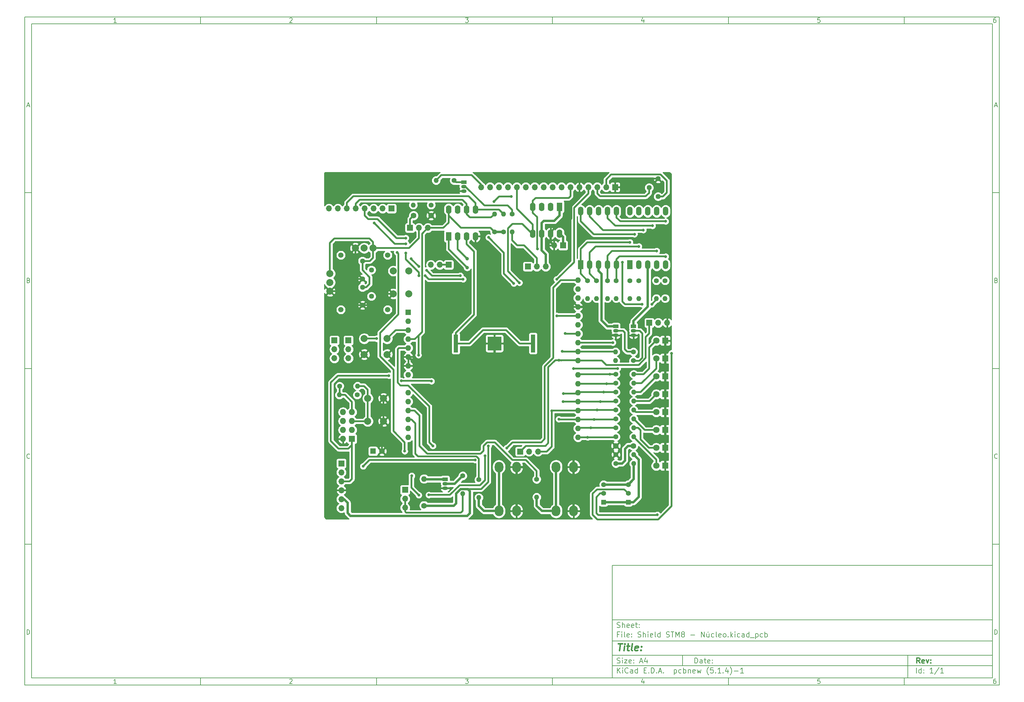
<source format=gbr>
G04 #@! TF.GenerationSoftware,KiCad,Pcbnew,(5.1.4)-1*
G04 #@! TF.CreationDate,2019-11-26T12:04:00-03:00*
G04 #@! TF.ProjectId,Shield STM8 - N_cleo,53686965-6c64-4205-9354-4d38202d204e,rev?*
G04 #@! TF.SameCoordinates,Original*
G04 #@! TF.FileFunction,Copper,L2,Bot*
G04 #@! TF.FilePolarity,Positive*
%FSLAX46Y46*%
G04 Gerber Fmt 4.6, Leading zero omitted, Abs format (unit mm)*
G04 Created by KiCad (PCBNEW (5.1.4)-1) date 2019-11-26 12:04:00*
%MOMM*%
%LPD*%
G04 APERTURE LIST*
%ADD10C,0.100000*%
%ADD11C,0.150000*%
%ADD12C,0.300000*%
%ADD13C,0.400000*%
%ADD14C,1.400000*%
%ADD15O,1.400000X1.400000*%
%ADD16R,1.700000X1.700000*%
%ADD17O,1.700000X1.700000*%
%ADD18C,1.600000*%
%ADD19R,1.600000X1.600000*%
%ADD20R,1.500000X1.050000*%
%ADD21O,1.500000X1.050000*%
%ADD22C,1.000000*%
%ADD23O,1.600000X1.600000*%
%ADD24C,1.800000*%
%ADD25R,1.800000X1.800000*%
%ADD26C,1.440000*%
%ADD27O,1.524000X2.524000*%
%ADD28R,1.524000X2.524000*%
%ADD29O,2.500000X3.000000*%
%ADD30R,1.270000X5.080000*%
%ADD31R,3.960000X3.960000*%
%ADD32C,1.998980*%
%ADD33C,1.501140*%
%ADD34O,1.600000X2.400000*%
%ADD35R,1.600000X2.400000*%
%ADD36R,1.727200X1.727200*%
%ADD37O,1.727200X1.727200*%
%ADD38R,1.400000X1.400000*%
%ADD39C,2.000000*%
%ADD40C,0.800000*%
%ADD41C,0.500000*%
%ADD42C,0.700000*%
%ADD43C,0.254000*%
G04 APERTURE END LIST*
D10*
D11*
X177002200Y-166007200D02*
X177002200Y-198007200D01*
X285002200Y-198007200D01*
X285002200Y-166007200D01*
X177002200Y-166007200D01*
D10*
D11*
X10000000Y-10000000D02*
X10000000Y-200007200D01*
X287002200Y-200007200D01*
X287002200Y-10000000D01*
X10000000Y-10000000D01*
D10*
D11*
X12000000Y-12000000D02*
X12000000Y-198007200D01*
X285002200Y-198007200D01*
X285002200Y-12000000D01*
X12000000Y-12000000D01*
D10*
D11*
X60000000Y-12000000D02*
X60000000Y-10000000D01*
D10*
D11*
X110000000Y-12000000D02*
X110000000Y-10000000D01*
D10*
D11*
X160000000Y-12000000D02*
X160000000Y-10000000D01*
D10*
D11*
X210000000Y-12000000D02*
X210000000Y-10000000D01*
D10*
D11*
X260000000Y-12000000D02*
X260000000Y-10000000D01*
D10*
D11*
X36065476Y-11588095D02*
X35322619Y-11588095D01*
X35694047Y-11588095D02*
X35694047Y-10288095D01*
X35570238Y-10473809D01*
X35446428Y-10597619D01*
X35322619Y-10659523D01*
D10*
D11*
X85322619Y-10411904D02*
X85384523Y-10350000D01*
X85508333Y-10288095D01*
X85817857Y-10288095D01*
X85941666Y-10350000D01*
X86003571Y-10411904D01*
X86065476Y-10535714D01*
X86065476Y-10659523D01*
X86003571Y-10845238D01*
X85260714Y-11588095D01*
X86065476Y-11588095D01*
D10*
D11*
X135260714Y-10288095D02*
X136065476Y-10288095D01*
X135632142Y-10783333D01*
X135817857Y-10783333D01*
X135941666Y-10845238D01*
X136003571Y-10907142D01*
X136065476Y-11030952D01*
X136065476Y-11340476D01*
X136003571Y-11464285D01*
X135941666Y-11526190D01*
X135817857Y-11588095D01*
X135446428Y-11588095D01*
X135322619Y-11526190D01*
X135260714Y-11464285D01*
D10*
D11*
X185941666Y-10721428D02*
X185941666Y-11588095D01*
X185632142Y-10226190D02*
X185322619Y-11154761D01*
X186127380Y-11154761D01*
D10*
D11*
X236003571Y-10288095D02*
X235384523Y-10288095D01*
X235322619Y-10907142D01*
X235384523Y-10845238D01*
X235508333Y-10783333D01*
X235817857Y-10783333D01*
X235941666Y-10845238D01*
X236003571Y-10907142D01*
X236065476Y-11030952D01*
X236065476Y-11340476D01*
X236003571Y-11464285D01*
X235941666Y-11526190D01*
X235817857Y-11588095D01*
X235508333Y-11588095D01*
X235384523Y-11526190D01*
X235322619Y-11464285D01*
D10*
D11*
X285941666Y-10288095D02*
X285694047Y-10288095D01*
X285570238Y-10350000D01*
X285508333Y-10411904D01*
X285384523Y-10597619D01*
X285322619Y-10845238D01*
X285322619Y-11340476D01*
X285384523Y-11464285D01*
X285446428Y-11526190D01*
X285570238Y-11588095D01*
X285817857Y-11588095D01*
X285941666Y-11526190D01*
X286003571Y-11464285D01*
X286065476Y-11340476D01*
X286065476Y-11030952D01*
X286003571Y-10907142D01*
X285941666Y-10845238D01*
X285817857Y-10783333D01*
X285570238Y-10783333D01*
X285446428Y-10845238D01*
X285384523Y-10907142D01*
X285322619Y-11030952D01*
D10*
D11*
X60000000Y-198007200D02*
X60000000Y-200007200D01*
D10*
D11*
X110000000Y-198007200D02*
X110000000Y-200007200D01*
D10*
D11*
X160000000Y-198007200D02*
X160000000Y-200007200D01*
D10*
D11*
X210000000Y-198007200D02*
X210000000Y-200007200D01*
D10*
D11*
X260000000Y-198007200D02*
X260000000Y-200007200D01*
D10*
D11*
X36065476Y-199595295D02*
X35322619Y-199595295D01*
X35694047Y-199595295D02*
X35694047Y-198295295D01*
X35570238Y-198481009D01*
X35446428Y-198604819D01*
X35322619Y-198666723D01*
D10*
D11*
X85322619Y-198419104D02*
X85384523Y-198357200D01*
X85508333Y-198295295D01*
X85817857Y-198295295D01*
X85941666Y-198357200D01*
X86003571Y-198419104D01*
X86065476Y-198542914D01*
X86065476Y-198666723D01*
X86003571Y-198852438D01*
X85260714Y-199595295D01*
X86065476Y-199595295D01*
D10*
D11*
X135260714Y-198295295D02*
X136065476Y-198295295D01*
X135632142Y-198790533D01*
X135817857Y-198790533D01*
X135941666Y-198852438D01*
X136003571Y-198914342D01*
X136065476Y-199038152D01*
X136065476Y-199347676D01*
X136003571Y-199471485D01*
X135941666Y-199533390D01*
X135817857Y-199595295D01*
X135446428Y-199595295D01*
X135322619Y-199533390D01*
X135260714Y-199471485D01*
D10*
D11*
X185941666Y-198728628D02*
X185941666Y-199595295D01*
X185632142Y-198233390D02*
X185322619Y-199161961D01*
X186127380Y-199161961D01*
D10*
D11*
X236003571Y-198295295D02*
X235384523Y-198295295D01*
X235322619Y-198914342D01*
X235384523Y-198852438D01*
X235508333Y-198790533D01*
X235817857Y-198790533D01*
X235941666Y-198852438D01*
X236003571Y-198914342D01*
X236065476Y-199038152D01*
X236065476Y-199347676D01*
X236003571Y-199471485D01*
X235941666Y-199533390D01*
X235817857Y-199595295D01*
X235508333Y-199595295D01*
X235384523Y-199533390D01*
X235322619Y-199471485D01*
D10*
D11*
X285941666Y-198295295D02*
X285694047Y-198295295D01*
X285570238Y-198357200D01*
X285508333Y-198419104D01*
X285384523Y-198604819D01*
X285322619Y-198852438D01*
X285322619Y-199347676D01*
X285384523Y-199471485D01*
X285446428Y-199533390D01*
X285570238Y-199595295D01*
X285817857Y-199595295D01*
X285941666Y-199533390D01*
X286003571Y-199471485D01*
X286065476Y-199347676D01*
X286065476Y-199038152D01*
X286003571Y-198914342D01*
X285941666Y-198852438D01*
X285817857Y-198790533D01*
X285570238Y-198790533D01*
X285446428Y-198852438D01*
X285384523Y-198914342D01*
X285322619Y-199038152D01*
D10*
D11*
X10000000Y-60000000D02*
X12000000Y-60000000D01*
D10*
D11*
X10000000Y-110000000D02*
X12000000Y-110000000D01*
D10*
D11*
X10000000Y-160000000D02*
X12000000Y-160000000D01*
D10*
D11*
X10690476Y-35216666D02*
X11309523Y-35216666D01*
X10566666Y-35588095D02*
X11000000Y-34288095D01*
X11433333Y-35588095D01*
D10*
D11*
X11092857Y-84907142D02*
X11278571Y-84969047D01*
X11340476Y-85030952D01*
X11402380Y-85154761D01*
X11402380Y-85340476D01*
X11340476Y-85464285D01*
X11278571Y-85526190D01*
X11154761Y-85588095D01*
X10659523Y-85588095D01*
X10659523Y-84288095D01*
X11092857Y-84288095D01*
X11216666Y-84350000D01*
X11278571Y-84411904D01*
X11340476Y-84535714D01*
X11340476Y-84659523D01*
X11278571Y-84783333D01*
X11216666Y-84845238D01*
X11092857Y-84907142D01*
X10659523Y-84907142D01*
D10*
D11*
X11402380Y-135464285D02*
X11340476Y-135526190D01*
X11154761Y-135588095D01*
X11030952Y-135588095D01*
X10845238Y-135526190D01*
X10721428Y-135402380D01*
X10659523Y-135278571D01*
X10597619Y-135030952D01*
X10597619Y-134845238D01*
X10659523Y-134597619D01*
X10721428Y-134473809D01*
X10845238Y-134350000D01*
X11030952Y-134288095D01*
X11154761Y-134288095D01*
X11340476Y-134350000D01*
X11402380Y-134411904D01*
D10*
D11*
X10659523Y-185588095D02*
X10659523Y-184288095D01*
X10969047Y-184288095D01*
X11154761Y-184350000D01*
X11278571Y-184473809D01*
X11340476Y-184597619D01*
X11402380Y-184845238D01*
X11402380Y-185030952D01*
X11340476Y-185278571D01*
X11278571Y-185402380D01*
X11154761Y-185526190D01*
X10969047Y-185588095D01*
X10659523Y-185588095D01*
D10*
D11*
X287002200Y-60000000D02*
X285002200Y-60000000D01*
D10*
D11*
X287002200Y-110000000D02*
X285002200Y-110000000D01*
D10*
D11*
X287002200Y-160000000D02*
X285002200Y-160000000D01*
D10*
D11*
X285692676Y-35216666D02*
X286311723Y-35216666D01*
X285568866Y-35588095D02*
X286002200Y-34288095D01*
X286435533Y-35588095D01*
D10*
D11*
X286095057Y-84907142D02*
X286280771Y-84969047D01*
X286342676Y-85030952D01*
X286404580Y-85154761D01*
X286404580Y-85340476D01*
X286342676Y-85464285D01*
X286280771Y-85526190D01*
X286156961Y-85588095D01*
X285661723Y-85588095D01*
X285661723Y-84288095D01*
X286095057Y-84288095D01*
X286218866Y-84350000D01*
X286280771Y-84411904D01*
X286342676Y-84535714D01*
X286342676Y-84659523D01*
X286280771Y-84783333D01*
X286218866Y-84845238D01*
X286095057Y-84907142D01*
X285661723Y-84907142D01*
D10*
D11*
X286404580Y-135464285D02*
X286342676Y-135526190D01*
X286156961Y-135588095D01*
X286033152Y-135588095D01*
X285847438Y-135526190D01*
X285723628Y-135402380D01*
X285661723Y-135278571D01*
X285599819Y-135030952D01*
X285599819Y-134845238D01*
X285661723Y-134597619D01*
X285723628Y-134473809D01*
X285847438Y-134350000D01*
X286033152Y-134288095D01*
X286156961Y-134288095D01*
X286342676Y-134350000D01*
X286404580Y-134411904D01*
D10*
D11*
X285661723Y-185588095D02*
X285661723Y-184288095D01*
X285971247Y-184288095D01*
X286156961Y-184350000D01*
X286280771Y-184473809D01*
X286342676Y-184597619D01*
X286404580Y-184845238D01*
X286404580Y-185030952D01*
X286342676Y-185278571D01*
X286280771Y-185402380D01*
X286156961Y-185526190D01*
X285971247Y-185588095D01*
X285661723Y-185588095D01*
D10*
D11*
X200434342Y-193785771D02*
X200434342Y-192285771D01*
X200791485Y-192285771D01*
X201005771Y-192357200D01*
X201148628Y-192500057D01*
X201220057Y-192642914D01*
X201291485Y-192928628D01*
X201291485Y-193142914D01*
X201220057Y-193428628D01*
X201148628Y-193571485D01*
X201005771Y-193714342D01*
X200791485Y-193785771D01*
X200434342Y-193785771D01*
X202577200Y-193785771D02*
X202577200Y-193000057D01*
X202505771Y-192857200D01*
X202362914Y-192785771D01*
X202077200Y-192785771D01*
X201934342Y-192857200D01*
X202577200Y-193714342D02*
X202434342Y-193785771D01*
X202077200Y-193785771D01*
X201934342Y-193714342D01*
X201862914Y-193571485D01*
X201862914Y-193428628D01*
X201934342Y-193285771D01*
X202077200Y-193214342D01*
X202434342Y-193214342D01*
X202577200Y-193142914D01*
X203077200Y-192785771D02*
X203648628Y-192785771D01*
X203291485Y-192285771D02*
X203291485Y-193571485D01*
X203362914Y-193714342D01*
X203505771Y-193785771D01*
X203648628Y-193785771D01*
X204720057Y-193714342D02*
X204577200Y-193785771D01*
X204291485Y-193785771D01*
X204148628Y-193714342D01*
X204077200Y-193571485D01*
X204077200Y-193000057D01*
X204148628Y-192857200D01*
X204291485Y-192785771D01*
X204577200Y-192785771D01*
X204720057Y-192857200D01*
X204791485Y-193000057D01*
X204791485Y-193142914D01*
X204077200Y-193285771D01*
X205434342Y-193642914D02*
X205505771Y-193714342D01*
X205434342Y-193785771D01*
X205362914Y-193714342D01*
X205434342Y-193642914D01*
X205434342Y-193785771D01*
X205434342Y-192857200D02*
X205505771Y-192928628D01*
X205434342Y-193000057D01*
X205362914Y-192928628D01*
X205434342Y-192857200D01*
X205434342Y-193000057D01*
D10*
D11*
X177002200Y-194507200D02*
X285002200Y-194507200D01*
D10*
D11*
X178434342Y-196585771D02*
X178434342Y-195085771D01*
X179291485Y-196585771D02*
X178648628Y-195728628D01*
X179291485Y-195085771D02*
X178434342Y-195942914D01*
X179934342Y-196585771D02*
X179934342Y-195585771D01*
X179934342Y-195085771D02*
X179862914Y-195157200D01*
X179934342Y-195228628D01*
X180005771Y-195157200D01*
X179934342Y-195085771D01*
X179934342Y-195228628D01*
X181505771Y-196442914D02*
X181434342Y-196514342D01*
X181220057Y-196585771D01*
X181077200Y-196585771D01*
X180862914Y-196514342D01*
X180720057Y-196371485D01*
X180648628Y-196228628D01*
X180577200Y-195942914D01*
X180577200Y-195728628D01*
X180648628Y-195442914D01*
X180720057Y-195300057D01*
X180862914Y-195157200D01*
X181077200Y-195085771D01*
X181220057Y-195085771D01*
X181434342Y-195157200D01*
X181505771Y-195228628D01*
X182791485Y-196585771D02*
X182791485Y-195800057D01*
X182720057Y-195657200D01*
X182577200Y-195585771D01*
X182291485Y-195585771D01*
X182148628Y-195657200D01*
X182791485Y-196514342D02*
X182648628Y-196585771D01*
X182291485Y-196585771D01*
X182148628Y-196514342D01*
X182077200Y-196371485D01*
X182077200Y-196228628D01*
X182148628Y-196085771D01*
X182291485Y-196014342D01*
X182648628Y-196014342D01*
X182791485Y-195942914D01*
X184148628Y-196585771D02*
X184148628Y-195085771D01*
X184148628Y-196514342D02*
X184005771Y-196585771D01*
X183720057Y-196585771D01*
X183577200Y-196514342D01*
X183505771Y-196442914D01*
X183434342Y-196300057D01*
X183434342Y-195871485D01*
X183505771Y-195728628D01*
X183577200Y-195657200D01*
X183720057Y-195585771D01*
X184005771Y-195585771D01*
X184148628Y-195657200D01*
X186005771Y-195800057D02*
X186505771Y-195800057D01*
X186720057Y-196585771D02*
X186005771Y-196585771D01*
X186005771Y-195085771D01*
X186720057Y-195085771D01*
X187362914Y-196442914D02*
X187434342Y-196514342D01*
X187362914Y-196585771D01*
X187291485Y-196514342D01*
X187362914Y-196442914D01*
X187362914Y-196585771D01*
X188077200Y-196585771D02*
X188077200Y-195085771D01*
X188434342Y-195085771D01*
X188648628Y-195157200D01*
X188791485Y-195300057D01*
X188862914Y-195442914D01*
X188934342Y-195728628D01*
X188934342Y-195942914D01*
X188862914Y-196228628D01*
X188791485Y-196371485D01*
X188648628Y-196514342D01*
X188434342Y-196585771D01*
X188077200Y-196585771D01*
X189577200Y-196442914D02*
X189648628Y-196514342D01*
X189577200Y-196585771D01*
X189505771Y-196514342D01*
X189577200Y-196442914D01*
X189577200Y-196585771D01*
X190220057Y-196157200D02*
X190934342Y-196157200D01*
X190077200Y-196585771D02*
X190577200Y-195085771D01*
X191077200Y-196585771D01*
X191577200Y-196442914D02*
X191648628Y-196514342D01*
X191577200Y-196585771D01*
X191505771Y-196514342D01*
X191577200Y-196442914D01*
X191577200Y-196585771D01*
X194577200Y-195585771D02*
X194577200Y-197085771D01*
X194577200Y-195657200D02*
X194720057Y-195585771D01*
X195005771Y-195585771D01*
X195148628Y-195657200D01*
X195220057Y-195728628D01*
X195291485Y-195871485D01*
X195291485Y-196300057D01*
X195220057Y-196442914D01*
X195148628Y-196514342D01*
X195005771Y-196585771D01*
X194720057Y-196585771D01*
X194577200Y-196514342D01*
X196577200Y-196514342D02*
X196434342Y-196585771D01*
X196148628Y-196585771D01*
X196005771Y-196514342D01*
X195934342Y-196442914D01*
X195862914Y-196300057D01*
X195862914Y-195871485D01*
X195934342Y-195728628D01*
X196005771Y-195657200D01*
X196148628Y-195585771D01*
X196434342Y-195585771D01*
X196577200Y-195657200D01*
X197220057Y-196585771D02*
X197220057Y-195085771D01*
X197220057Y-195657200D02*
X197362914Y-195585771D01*
X197648628Y-195585771D01*
X197791485Y-195657200D01*
X197862914Y-195728628D01*
X197934342Y-195871485D01*
X197934342Y-196300057D01*
X197862914Y-196442914D01*
X197791485Y-196514342D01*
X197648628Y-196585771D01*
X197362914Y-196585771D01*
X197220057Y-196514342D01*
X198577200Y-195585771D02*
X198577200Y-196585771D01*
X198577200Y-195728628D02*
X198648628Y-195657200D01*
X198791485Y-195585771D01*
X199005771Y-195585771D01*
X199148628Y-195657200D01*
X199220057Y-195800057D01*
X199220057Y-196585771D01*
X200505771Y-196514342D02*
X200362914Y-196585771D01*
X200077200Y-196585771D01*
X199934342Y-196514342D01*
X199862914Y-196371485D01*
X199862914Y-195800057D01*
X199934342Y-195657200D01*
X200077200Y-195585771D01*
X200362914Y-195585771D01*
X200505771Y-195657200D01*
X200577200Y-195800057D01*
X200577200Y-195942914D01*
X199862914Y-196085771D01*
X201077200Y-195585771D02*
X201362914Y-196585771D01*
X201648628Y-195871485D01*
X201934342Y-196585771D01*
X202220057Y-195585771D01*
X204362914Y-197157200D02*
X204291485Y-197085771D01*
X204148628Y-196871485D01*
X204077200Y-196728628D01*
X204005771Y-196514342D01*
X203934342Y-196157200D01*
X203934342Y-195871485D01*
X204005771Y-195514342D01*
X204077200Y-195300057D01*
X204148628Y-195157200D01*
X204291485Y-194942914D01*
X204362914Y-194871485D01*
X205648628Y-195085771D02*
X204934342Y-195085771D01*
X204862914Y-195800057D01*
X204934342Y-195728628D01*
X205077200Y-195657200D01*
X205434342Y-195657200D01*
X205577200Y-195728628D01*
X205648628Y-195800057D01*
X205720057Y-195942914D01*
X205720057Y-196300057D01*
X205648628Y-196442914D01*
X205577200Y-196514342D01*
X205434342Y-196585771D01*
X205077200Y-196585771D01*
X204934342Y-196514342D01*
X204862914Y-196442914D01*
X206362914Y-196442914D02*
X206434342Y-196514342D01*
X206362914Y-196585771D01*
X206291485Y-196514342D01*
X206362914Y-196442914D01*
X206362914Y-196585771D01*
X207862914Y-196585771D02*
X207005771Y-196585771D01*
X207434342Y-196585771D02*
X207434342Y-195085771D01*
X207291485Y-195300057D01*
X207148628Y-195442914D01*
X207005771Y-195514342D01*
X208505771Y-196442914D02*
X208577200Y-196514342D01*
X208505771Y-196585771D01*
X208434342Y-196514342D01*
X208505771Y-196442914D01*
X208505771Y-196585771D01*
X209862914Y-195585771D02*
X209862914Y-196585771D01*
X209505771Y-195014342D02*
X209148628Y-196085771D01*
X210077200Y-196085771D01*
X210505771Y-197157200D02*
X210577200Y-197085771D01*
X210720057Y-196871485D01*
X210791485Y-196728628D01*
X210862914Y-196514342D01*
X210934342Y-196157200D01*
X210934342Y-195871485D01*
X210862914Y-195514342D01*
X210791485Y-195300057D01*
X210720057Y-195157200D01*
X210577200Y-194942914D01*
X210505771Y-194871485D01*
X211648628Y-196014342D02*
X212791485Y-196014342D01*
X214291485Y-196585771D02*
X213434342Y-196585771D01*
X213862914Y-196585771D02*
X213862914Y-195085771D01*
X213720057Y-195300057D01*
X213577200Y-195442914D01*
X213434342Y-195514342D01*
D10*
D11*
X177002200Y-191507200D02*
X285002200Y-191507200D01*
D10*
D12*
X264411485Y-193785771D02*
X263911485Y-193071485D01*
X263554342Y-193785771D02*
X263554342Y-192285771D01*
X264125771Y-192285771D01*
X264268628Y-192357200D01*
X264340057Y-192428628D01*
X264411485Y-192571485D01*
X264411485Y-192785771D01*
X264340057Y-192928628D01*
X264268628Y-193000057D01*
X264125771Y-193071485D01*
X263554342Y-193071485D01*
X265625771Y-193714342D02*
X265482914Y-193785771D01*
X265197200Y-193785771D01*
X265054342Y-193714342D01*
X264982914Y-193571485D01*
X264982914Y-193000057D01*
X265054342Y-192857200D01*
X265197200Y-192785771D01*
X265482914Y-192785771D01*
X265625771Y-192857200D01*
X265697200Y-193000057D01*
X265697200Y-193142914D01*
X264982914Y-193285771D01*
X266197200Y-192785771D02*
X266554342Y-193785771D01*
X266911485Y-192785771D01*
X267482914Y-193642914D02*
X267554342Y-193714342D01*
X267482914Y-193785771D01*
X267411485Y-193714342D01*
X267482914Y-193642914D01*
X267482914Y-193785771D01*
X267482914Y-192857200D02*
X267554342Y-192928628D01*
X267482914Y-193000057D01*
X267411485Y-192928628D01*
X267482914Y-192857200D01*
X267482914Y-193000057D01*
D10*
D11*
X178362914Y-193714342D02*
X178577200Y-193785771D01*
X178934342Y-193785771D01*
X179077200Y-193714342D01*
X179148628Y-193642914D01*
X179220057Y-193500057D01*
X179220057Y-193357200D01*
X179148628Y-193214342D01*
X179077200Y-193142914D01*
X178934342Y-193071485D01*
X178648628Y-193000057D01*
X178505771Y-192928628D01*
X178434342Y-192857200D01*
X178362914Y-192714342D01*
X178362914Y-192571485D01*
X178434342Y-192428628D01*
X178505771Y-192357200D01*
X178648628Y-192285771D01*
X179005771Y-192285771D01*
X179220057Y-192357200D01*
X179862914Y-193785771D02*
X179862914Y-192785771D01*
X179862914Y-192285771D02*
X179791485Y-192357200D01*
X179862914Y-192428628D01*
X179934342Y-192357200D01*
X179862914Y-192285771D01*
X179862914Y-192428628D01*
X180434342Y-192785771D02*
X181220057Y-192785771D01*
X180434342Y-193785771D01*
X181220057Y-193785771D01*
X182362914Y-193714342D02*
X182220057Y-193785771D01*
X181934342Y-193785771D01*
X181791485Y-193714342D01*
X181720057Y-193571485D01*
X181720057Y-193000057D01*
X181791485Y-192857200D01*
X181934342Y-192785771D01*
X182220057Y-192785771D01*
X182362914Y-192857200D01*
X182434342Y-193000057D01*
X182434342Y-193142914D01*
X181720057Y-193285771D01*
X183077200Y-193642914D02*
X183148628Y-193714342D01*
X183077200Y-193785771D01*
X183005771Y-193714342D01*
X183077200Y-193642914D01*
X183077200Y-193785771D01*
X183077200Y-192857200D02*
X183148628Y-192928628D01*
X183077200Y-193000057D01*
X183005771Y-192928628D01*
X183077200Y-192857200D01*
X183077200Y-193000057D01*
X184862914Y-193357200D02*
X185577200Y-193357200D01*
X184720057Y-193785771D02*
X185220057Y-192285771D01*
X185720057Y-193785771D01*
X186862914Y-192785771D02*
X186862914Y-193785771D01*
X186505771Y-192214342D02*
X186148628Y-193285771D01*
X187077200Y-193285771D01*
D10*
D11*
X263434342Y-196585771D02*
X263434342Y-195085771D01*
X264791485Y-196585771D02*
X264791485Y-195085771D01*
X264791485Y-196514342D02*
X264648628Y-196585771D01*
X264362914Y-196585771D01*
X264220057Y-196514342D01*
X264148628Y-196442914D01*
X264077200Y-196300057D01*
X264077200Y-195871485D01*
X264148628Y-195728628D01*
X264220057Y-195657200D01*
X264362914Y-195585771D01*
X264648628Y-195585771D01*
X264791485Y-195657200D01*
X265505771Y-196442914D02*
X265577200Y-196514342D01*
X265505771Y-196585771D01*
X265434342Y-196514342D01*
X265505771Y-196442914D01*
X265505771Y-196585771D01*
X265505771Y-195657200D02*
X265577200Y-195728628D01*
X265505771Y-195800057D01*
X265434342Y-195728628D01*
X265505771Y-195657200D01*
X265505771Y-195800057D01*
X268148628Y-196585771D02*
X267291485Y-196585771D01*
X267720057Y-196585771D02*
X267720057Y-195085771D01*
X267577200Y-195300057D01*
X267434342Y-195442914D01*
X267291485Y-195514342D01*
X269862914Y-195014342D02*
X268577200Y-196942914D01*
X271148628Y-196585771D02*
X270291485Y-196585771D01*
X270720057Y-196585771D02*
X270720057Y-195085771D01*
X270577200Y-195300057D01*
X270434342Y-195442914D01*
X270291485Y-195514342D01*
D10*
D11*
X177002200Y-187507200D02*
X285002200Y-187507200D01*
D10*
D13*
X178714580Y-188211961D02*
X179857438Y-188211961D01*
X179036009Y-190211961D02*
X179286009Y-188211961D01*
X180274104Y-190211961D02*
X180440771Y-188878628D01*
X180524104Y-188211961D02*
X180416961Y-188307200D01*
X180500295Y-188402438D01*
X180607438Y-188307200D01*
X180524104Y-188211961D01*
X180500295Y-188402438D01*
X181107438Y-188878628D02*
X181869342Y-188878628D01*
X181476485Y-188211961D02*
X181262200Y-189926247D01*
X181333628Y-190116723D01*
X181512200Y-190211961D01*
X181702676Y-190211961D01*
X182655057Y-190211961D02*
X182476485Y-190116723D01*
X182405057Y-189926247D01*
X182619342Y-188211961D01*
X184190771Y-190116723D02*
X183988390Y-190211961D01*
X183607438Y-190211961D01*
X183428866Y-190116723D01*
X183357438Y-189926247D01*
X183452676Y-189164342D01*
X183571723Y-188973866D01*
X183774104Y-188878628D01*
X184155057Y-188878628D01*
X184333628Y-188973866D01*
X184405057Y-189164342D01*
X184381247Y-189354819D01*
X183405057Y-189545295D01*
X185155057Y-190021485D02*
X185238390Y-190116723D01*
X185131247Y-190211961D01*
X185047914Y-190116723D01*
X185155057Y-190021485D01*
X185131247Y-190211961D01*
X185286009Y-188973866D02*
X185369342Y-189069104D01*
X185262200Y-189164342D01*
X185178866Y-189069104D01*
X185286009Y-188973866D01*
X185262200Y-189164342D01*
D10*
D11*
X178934342Y-185600057D02*
X178434342Y-185600057D01*
X178434342Y-186385771D02*
X178434342Y-184885771D01*
X179148628Y-184885771D01*
X179720057Y-186385771D02*
X179720057Y-185385771D01*
X179720057Y-184885771D02*
X179648628Y-184957200D01*
X179720057Y-185028628D01*
X179791485Y-184957200D01*
X179720057Y-184885771D01*
X179720057Y-185028628D01*
X180648628Y-186385771D02*
X180505771Y-186314342D01*
X180434342Y-186171485D01*
X180434342Y-184885771D01*
X181791485Y-186314342D02*
X181648628Y-186385771D01*
X181362914Y-186385771D01*
X181220057Y-186314342D01*
X181148628Y-186171485D01*
X181148628Y-185600057D01*
X181220057Y-185457200D01*
X181362914Y-185385771D01*
X181648628Y-185385771D01*
X181791485Y-185457200D01*
X181862914Y-185600057D01*
X181862914Y-185742914D01*
X181148628Y-185885771D01*
X182505771Y-186242914D02*
X182577200Y-186314342D01*
X182505771Y-186385771D01*
X182434342Y-186314342D01*
X182505771Y-186242914D01*
X182505771Y-186385771D01*
X182505771Y-185457200D02*
X182577200Y-185528628D01*
X182505771Y-185600057D01*
X182434342Y-185528628D01*
X182505771Y-185457200D01*
X182505771Y-185600057D01*
X184291485Y-186314342D02*
X184505771Y-186385771D01*
X184862914Y-186385771D01*
X185005771Y-186314342D01*
X185077200Y-186242914D01*
X185148628Y-186100057D01*
X185148628Y-185957200D01*
X185077200Y-185814342D01*
X185005771Y-185742914D01*
X184862914Y-185671485D01*
X184577200Y-185600057D01*
X184434342Y-185528628D01*
X184362914Y-185457200D01*
X184291485Y-185314342D01*
X184291485Y-185171485D01*
X184362914Y-185028628D01*
X184434342Y-184957200D01*
X184577200Y-184885771D01*
X184934342Y-184885771D01*
X185148628Y-184957200D01*
X185791485Y-186385771D02*
X185791485Y-184885771D01*
X186434342Y-186385771D02*
X186434342Y-185600057D01*
X186362914Y-185457200D01*
X186220057Y-185385771D01*
X186005771Y-185385771D01*
X185862914Y-185457200D01*
X185791485Y-185528628D01*
X187148628Y-186385771D02*
X187148628Y-185385771D01*
X187148628Y-184885771D02*
X187077200Y-184957200D01*
X187148628Y-185028628D01*
X187220057Y-184957200D01*
X187148628Y-184885771D01*
X187148628Y-185028628D01*
X188434342Y-186314342D02*
X188291485Y-186385771D01*
X188005771Y-186385771D01*
X187862914Y-186314342D01*
X187791485Y-186171485D01*
X187791485Y-185600057D01*
X187862914Y-185457200D01*
X188005771Y-185385771D01*
X188291485Y-185385771D01*
X188434342Y-185457200D01*
X188505771Y-185600057D01*
X188505771Y-185742914D01*
X187791485Y-185885771D01*
X189362914Y-186385771D02*
X189220057Y-186314342D01*
X189148628Y-186171485D01*
X189148628Y-184885771D01*
X190577200Y-186385771D02*
X190577200Y-184885771D01*
X190577200Y-186314342D02*
X190434342Y-186385771D01*
X190148628Y-186385771D01*
X190005771Y-186314342D01*
X189934342Y-186242914D01*
X189862914Y-186100057D01*
X189862914Y-185671485D01*
X189934342Y-185528628D01*
X190005771Y-185457200D01*
X190148628Y-185385771D01*
X190434342Y-185385771D01*
X190577200Y-185457200D01*
X192362914Y-186314342D02*
X192577200Y-186385771D01*
X192934342Y-186385771D01*
X193077200Y-186314342D01*
X193148628Y-186242914D01*
X193220057Y-186100057D01*
X193220057Y-185957200D01*
X193148628Y-185814342D01*
X193077200Y-185742914D01*
X192934342Y-185671485D01*
X192648628Y-185600057D01*
X192505771Y-185528628D01*
X192434342Y-185457200D01*
X192362914Y-185314342D01*
X192362914Y-185171485D01*
X192434342Y-185028628D01*
X192505771Y-184957200D01*
X192648628Y-184885771D01*
X193005771Y-184885771D01*
X193220057Y-184957200D01*
X193648628Y-184885771D02*
X194505771Y-184885771D01*
X194077200Y-186385771D02*
X194077200Y-184885771D01*
X195005771Y-186385771D02*
X195005771Y-184885771D01*
X195505771Y-185957200D01*
X196005771Y-184885771D01*
X196005771Y-186385771D01*
X196934342Y-185528628D02*
X196791485Y-185457200D01*
X196720057Y-185385771D01*
X196648628Y-185242914D01*
X196648628Y-185171485D01*
X196720057Y-185028628D01*
X196791485Y-184957200D01*
X196934342Y-184885771D01*
X197220057Y-184885771D01*
X197362914Y-184957200D01*
X197434342Y-185028628D01*
X197505771Y-185171485D01*
X197505771Y-185242914D01*
X197434342Y-185385771D01*
X197362914Y-185457200D01*
X197220057Y-185528628D01*
X196934342Y-185528628D01*
X196791485Y-185600057D01*
X196720057Y-185671485D01*
X196648628Y-185814342D01*
X196648628Y-186100057D01*
X196720057Y-186242914D01*
X196791485Y-186314342D01*
X196934342Y-186385771D01*
X197220057Y-186385771D01*
X197362914Y-186314342D01*
X197434342Y-186242914D01*
X197505771Y-186100057D01*
X197505771Y-185814342D01*
X197434342Y-185671485D01*
X197362914Y-185600057D01*
X197220057Y-185528628D01*
X199291485Y-185814342D02*
X200434342Y-185814342D01*
X202291485Y-186385771D02*
X202291485Y-184885771D01*
X203148628Y-186385771D01*
X203148628Y-184885771D01*
X204505771Y-185385771D02*
X204505771Y-186385771D01*
X203862914Y-185385771D02*
X203862914Y-186171485D01*
X203934342Y-186314342D01*
X204077200Y-186385771D01*
X204291485Y-186385771D01*
X204434342Y-186314342D01*
X204505771Y-186242914D01*
X204362914Y-184814342D02*
X204148628Y-185028628D01*
X205862914Y-186314342D02*
X205720057Y-186385771D01*
X205434342Y-186385771D01*
X205291485Y-186314342D01*
X205220057Y-186242914D01*
X205148628Y-186100057D01*
X205148628Y-185671485D01*
X205220057Y-185528628D01*
X205291485Y-185457200D01*
X205434342Y-185385771D01*
X205720057Y-185385771D01*
X205862914Y-185457200D01*
X206720057Y-186385771D02*
X206577200Y-186314342D01*
X206505771Y-186171485D01*
X206505771Y-184885771D01*
X207862914Y-186314342D02*
X207720057Y-186385771D01*
X207434342Y-186385771D01*
X207291485Y-186314342D01*
X207220057Y-186171485D01*
X207220057Y-185600057D01*
X207291485Y-185457200D01*
X207434342Y-185385771D01*
X207720057Y-185385771D01*
X207862914Y-185457200D01*
X207934342Y-185600057D01*
X207934342Y-185742914D01*
X207220057Y-185885771D01*
X208791485Y-186385771D02*
X208648628Y-186314342D01*
X208577200Y-186242914D01*
X208505771Y-186100057D01*
X208505771Y-185671485D01*
X208577200Y-185528628D01*
X208648628Y-185457200D01*
X208791485Y-185385771D01*
X209005771Y-185385771D01*
X209148628Y-185457200D01*
X209220057Y-185528628D01*
X209291485Y-185671485D01*
X209291485Y-186100057D01*
X209220057Y-186242914D01*
X209148628Y-186314342D01*
X209005771Y-186385771D01*
X208791485Y-186385771D01*
X209934342Y-186242914D02*
X210005771Y-186314342D01*
X209934342Y-186385771D01*
X209862914Y-186314342D01*
X209934342Y-186242914D01*
X209934342Y-186385771D01*
X210648628Y-186385771D02*
X210648628Y-184885771D01*
X210791485Y-185814342D02*
X211220057Y-186385771D01*
X211220057Y-185385771D02*
X210648628Y-185957200D01*
X211862914Y-186385771D02*
X211862914Y-185385771D01*
X211862914Y-184885771D02*
X211791485Y-184957200D01*
X211862914Y-185028628D01*
X211934342Y-184957200D01*
X211862914Y-184885771D01*
X211862914Y-185028628D01*
X213220057Y-186314342D02*
X213077200Y-186385771D01*
X212791485Y-186385771D01*
X212648628Y-186314342D01*
X212577200Y-186242914D01*
X212505771Y-186100057D01*
X212505771Y-185671485D01*
X212577200Y-185528628D01*
X212648628Y-185457200D01*
X212791485Y-185385771D01*
X213077200Y-185385771D01*
X213220057Y-185457200D01*
X214505771Y-186385771D02*
X214505771Y-185600057D01*
X214434342Y-185457200D01*
X214291485Y-185385771D01*
X214005771Y-185385771D01*
X213862914Y-185457200D01*
X214505771Y-186314342D02*
X214362914Y-186385771D01*
X214005771Y-186385771D01*
X213862914Y-186314342D01*
X213791485Y-186171485D01*
X213791485Y-186028628D01*
X213862914Y-185885771D01*
X214005771Y-185814342D01*
X214362914Y-185814342D01*
X214505771Y-185742914D01*
X215862914Y-186385771D02*
X215862914Y-184885771D01*
X215862914Y-186314342D02*
X215720057Y-186385771D01*
X215434342Y-186385771D01*
X215291485Y-186314342D01*
X215220057Y-186242914D01*
X215148628Y-186100057D01*
X215148628Y-185671485D01*
X215220057Y-185528628D01*
X215291485Y-185457200D01*
X215434342Y-185385771D01*
X215720057Y-185385771D01*
X215862914Y-185457200D01*
X216220057Y-186528628D02*
X217362914Y-186528628D01*
X217720057Y-185385771D02*
X217720057Y-186885771D01*
X217720057Y-185457200D02*
X217862914Y-185385771D01*
X218148628Y-185385771D01*
X218291485Y-185457200D01*
X218362914Y-185528628D01*
X218434342Y-185671485D01*
X218434342Y-186100057D01*
X218362914Y-186242914D01*
X218291485Y-186314342D01*
X218148628Y-186385771D01*
X217862914Y-186385771D01*
X217720057Y-186314342D01*
X219720057Y-186314342D02*
X219577200Y-186385771D01*
X219291485Y-186385771D01*
X219148628Y-186314342D01*
X219077200Y-186242914D01*
X219005771Y-186100057D01*
X219005771Y-185671485D01*
X219077200Y-185528628D01*
X219148628Y-185457200D01*
X219291485Y-185385771D01*
X219577200Y-185385771D01*
X219720057Y-185457200D01*
X220362914Y-186385771D02*
X220362914Y-184885771D01*
X220362914Y-185457200D02*
X220505771Y-185385771D01*
X220791485Y-185385771D01*
X220934342Y-185457200D01*
X221005771Y-185528628D01*
X221077200Y-185671485D01*
X221077200Y-186100057D01*
X221005771Y-186242914D01*
X220934342Y-186314342D01*
X220791485Y-186385771D01*
X220505771Y-186385771D01*
X220362914Y-186314342D01*
D10*
D11*
X177002200Y-181507200D02*
X285002200Y-181507200D01*
D10*
D11*
X178362914Y-183614342D02*
X178577200Y-183685771D01*
X178934342Y-183685771D01*
X179077200Y-183614342D01*
X179148628Y-183542914D01*
X179220057Y-183400057D01*
X179220057Y-183257200D01*
X179148628Y-183114342D01*
X179077200Y-183042914D01*
X178934342Y-182971485D01*
X178648628Y-182900057D01*
X178505771Y-182828628D01*
X178434342Y-182757200D01*
X178362914Y-182614342D01*
X178362914Y-182471485D01*
X178434342Y-182328628D01*
X178505771Y-182257200D01*
X178648628Y-182185771D01*
X179005771Y-182185771D01*
X179220057Y-182257200D01*
X179862914Y-183685771D02*
X179862914Y-182185771D01*
X180505771Y-183685771D02*
X180505771Y-182900057D01*
X180434342Y-182757200D01*
X180291485Y-182685771D01*
X180077200Y-182685771D01*
X179934342Y-182757200D01*
X179862914Y-182828628D01*
X181791485Y-183614342D02*
X181648628Y-183685771D01*
X181362914Y-183685771D01*
X181220057Y-183614342D01*
X181148628Y-183471485D01*
X181148628Y-182900057D01*
X181220057Y-182757200D01*
X181362914Y-182685771D01*
X181648628Y-182685771D01*
X181791485Y-182757200D01*
X181862914Y-182900057D01*
X181862914Y-183042914D01*
X181148628Y-183185771D01*
X183077200Y-183614342D02*
X182934342Y-183685771D01*
X182648628Y-183685771D01*
X182505771Y-183614342D01*
X182434342Y-183471485D01*
X182434342Y-182900057D01*
X182505771Y-182757200D01*
X182648628Y-182685771D01*
X182934342Y-182685771D01*
X183077200Y-182757200D01*
X183148628Y-182900057D01*
X183148628Y-183042914D01*
X182434342Y-183185771D01*
X183577200Y-182685771D02*
X184148628Y-182685771D01*
X183791485Y-182185771D02*
X183791485Y-183471485D01*
X183862914Y-183614342D01*
X184005771Y-183685771D01*
X184148628Y-183685771D01*
X184648628Y-183542914D02*
X184720057Y-183614342D01*
X184648628Y-183685771D01*
X184577200Y-183614342D01*
X184648628Y-183542914D01*
X184648628Y-183685771D01*
X184648628Y-182757200D02*
X184720057Y-182828628D01*
X184648628Y-182900057D01*
X184577200Y-182828628D01*
X184648628Y-182757200D01*
X184648628Y-182900057D01*
D10*
D11*
X197002200Y-191507200D02*
X197002200Y-194507200D01*
D10*
D11*
X261002200Y-191507200D02*
X261002200Y-198007200D01*
D14*
X104500000Y-117500000D03*
D15*
X99420000Y-117500000D03*
D16*
X102000000Y-102000000D03*
D17*
X102000000Y-104540000D03*
X102000000Y-107080000D03*
D18*
X111500000Y-133500000D03*
D19*
X109000000Y-133500000D03*
D20*
X134800000Y-57000000D03*
D21*
X134800000Y-59540000D03*
X134800000Y-58270000D03*
D22*
X135750000Y-78730000D03*
X135750000Y-81270000D03*
D23*
X123500000Y-141380000D03*
D18*
X123500000Y-149000000D03*
D20*
X178000000Y-98000000D03*
D21*
X178000000Y-100540000D03*
X178000000Y-99270000D03*
D20*
X183000000Y-98000000D03*
D21*
X183000000Y-100540000D03*
X183000000Y-99270000D03*
D20*
X129500000Y-141500000D03*
D21*
X129500000Y-144040000D03*
X129500000Y-142770000D03*
D24*
X189484000Y-132556000D03*
D25*
X192024000Y-132556000D03*
D24*
X189484000Y-127476000D03*
D25*
X192024000Y-127476000D03*
D24*
X189484000Y-122396000D03*
D25*
X192024000Y-122396000D03*
D24*
X189484000Y-117316000D03*
D25*
X192024000Y-117316000D03*
D24*
X189484000Y-112236000D03*
D25*
X192024000Y-112236000D03*
D24*
X189484000Y-107156000D03*
D25*
X192024000Y-107156000D03*
D24*
X189484000Y-102076000D03*
D25*
X192024000Y-102076000D03*
D24*
X189484000Y-137636000D03*
D25*
X192024000Y-137636000D03*
D17*
X100000000Y-149700000D03*
X100000000Y-147160000D03*
X100000000Y-144620000D03*
X100000000Y-142080000D03*
X100000000Y-139540000D03*
D16*
X100000000Y-137000000D03*
D17*
X96470000Y-64500000D03*
X99010000Y-64500000D03*
X101550000Y-64500000D03*
X104090000Y-64500000D03*
X106630000Y-64500000D03*
X109170000Y-64500000D03*
X111710000Y-64500000D03*
D16*
X114250000Y-64500000D03*
D17*
X139700000Y-58420000D03*
X142240000Y-58420000D03*
X144780000Y-58420000D03*
X147320000Y-58420000D03*
X149860000Y-58420000D03*
X152400000Y-58420000D03*
X154940000Y-58420000D03*
X157480000Y-58420000D03*
X160020000Y-58420000D03*
X162560000Y-58420000D03*
X165100000Y-58420000D03*
X167640000Y-58420000D03*
X170180000Y-58420000D03*
X172720000Y-58420000D03*
X175260000Y-58420000D03*
D16*
X177800000Y-58420000D03*
D23*
X167260000Y-127020000D03*
X167260000Y-129560000D03*
X167260000Y-89940000D03*
X119000000Y-129560000D03*
X167260000Y-92480000D03*
X119000000Y-127020000D03*
X167260000Y-95020000D03*
X119000000Y-124480000D03*
X167260000Y-97560000D03*
X119000000Y-121940000D03*
X167260000Y-100100000D03*
X119000000Y-119400000D03*
X167260000Y-102640000D03*
X119000000Y-116860000D03*
X167260000Y-105180000D03*
X119000000Y-111780000D03*
X167260000Y-107720000D03*
X119000000Y-109240000D03*
X167260000Y-111780000D03*
X119000000Y-106700000D03*
X167260000Y-114320000D03*
X119000000Y-104160000D03*
X167260000Y-116860000D03*
X119000000Y-101620000D03*
X167260000Y-119400000D03*
X119000000Y-99080000D03*
X167260000Y-121940000D03*
X119000000Y-96540000D03*
X167260000Y-124480000D03*
D19*
X119000000Y-94000000D03*
D23*
X167260000Y-87400000D03*
X167260000Y-84860000D03*
D26*
X190000000Y-56000000D03*
X187460000Y-58540000D03*
X190000000Y-61080000D03*
D14*
X183000000Y-105250000D03*
D15*
X177920000Y-105250000D03*
D27*
X182000000Y-65260000D03*
X184540000Y-65260000D03*
X187080000Y-65260000D03*
X189620000Y-65260000D03*
X192160000Y-65260000D03*
X192160000Y-80500000D03*
X189620000Y-80500000D03*
X187080000Y-80500000D03*
X184540000Y-80500000D03*
D28*
X182000000Y-80500000D03*
X168000000Y-80500000D03*
D27*
X170540000Y-80500000D03*
X173080000Y-80500000D03*
X175620000Y-80500000D03*
X178160000Y-80500000D03*
X178160000Y-65260000D03*
X175620000Y-65260000D03*
X173080000Y-65260000D03*
X170540000Y-65260000D03*
X168000000Y-65260000D03*
D14*
X178100000Y-85000000D03*
D15*
X178100000Y-90080000D03*
D29*
X144780000Y-138000000D03*
X149780000Y-138000000D03*
X144780000Y-150500000D03*
X149780000Y-150500000D03*
D30*
X154495000Y-102870000D03*
X132525000Y-102870000D03*
D31*
X143510000Y-102870000D03*
D29*
X166000000Y-150500000D03*
X161000000Y-150500000D03*
X166000000Y-138000000D03*
X161000000Y-138000000D03*
D32*
X104000640Y-75748940D03*
X106500000Y-75748940D03*
X108999360Y-75748940D03*
X96748940Y-85500000D03*
X96748940Y-87999360D03*
X96748940Y-83000640D03*
D33*
X99850280Y-77750460D03*
X99850280Y-93249540D03*
X113149720Y-77750460D03*
X113149720Y-93249540D03*
D32*
X114749920Y-88751200D03*
X114749920Y-82248800D03*
X119149200Y-88751200D03*
X119149200Y-82248800D03*
D34*
X130500000Y-64770000D03*
X138120000Y-72390000D03*
X133040000Y-64770000D03*
X135580000Y-72390000D03*
X135580000Y-64770000D03*
X133040000Y-72390000D03*
X138120000Y-64770000D03*
D35*
X130500000Y-72390000D03*
D34*
X162000000Y-71620000D03*
X154380000Y-64000000D03*
X159460000Y-71620000D03*
X156920000Y-64000000D03*
X156920000Y-71620000D03*
X159460000Y-64000000D03*
X154380000Y-71620000D03*
D35*
X162000000Y-64000000D03*
D36*
X103000000Y-130000000D03*
D37*
X100460000Y-130000000D03*
X103000000Y-127460000D03*
X100460000Y-127460000D03*
X103000000Y-124920000D03*
X100460000Y-124920000D03*
X103000000Y-122380000D03*
X100460000Y-122380000D03*
D14*
X181524000Y-143000000D03*
X181524000Y-145500000D03*
D38*
X181524000Y-148000000D03*
X174524000Y-148000000D03*
D14*
X174524000Y-145500000D03*
X174524000Y-143000000D03*
D16*
X119500000Y-70000000D03*
D17*
X122040000Y-70000000D03*
X124580000Y-70000000D03*
X125420000Y-80500000D03*
X127960000Y-80500000D03*
D16*
X130500000Y-80500000D03*
X153000000Y-81000000D03*
D17*
X155540000Y-81000000D03*
X158080000Y-81000000D03*
D16*
X118100000Y-144500000D03*
D17*
X118100000Y-147040000D03*
X118100000Y-149580000D03*
D15*
X183080000Y-129420000D03*
D14*
X178000000Y-129420000D03*
D15*
X183080000Y-126880000D03*
D14*
X178000000Y-126880000D03*
D15*
X183080000Y-124340000D03*
D14*
X178000000Y-124340000D03*
D15*
X183080000Y-121800000D03*
D14*
X178000000Y-121800000D03*
D15*
X183080000Y-119260000D03*
D14*
X178000000Y-119260000D03*
X178000000Y-116720000D03*
D15*
X183080000Y-116720000D03*
X183080000Y-114180000D03*
D14*
X178000000Y-114180000D03*
D15*
X183080000Y-111640000D03*
D14*
X178000000Y-111640000D03*
X178000000Y-137000000D03*
D15*
X183080000Y-137000000D03*
D14*
X178000000Y-134500000D03*
D15*
X183080000Y-134500000D03*
X155500000Y-146580000D03*
D14*
X155500000Y-141500000D03*
X139065000Y-141605000D03*
D15*
X139065000Y-146685000D03*
D14*
X148500000Y-66040000D03*
D15*
X148500000Y-71120000D03*
D14*
X189500000Y-85000000D03*
D15*
X189500000Y-90080000D03*
X192000000Y-90080000D03*
D14*
X192000000Y-85000000D03*
X175600000Y-85000000D03*
D15*
X175600000Y-90080000D03*
D14*
X172500000Y-85000000D03*
D15*
X172500000Y-90080000D03*
X170000000Y-90080000D03*
D14*
X170000000Y-85000000D03*
D15*
X184500000Y-90080000D03*
D14*
X184500000Y-85000000D03*
D15*
X182000000Y-90080000D03*
D14*
X182000000Y-85000000D03*
X183000000Y-107750000D03*
D15*
X177920000Y-107750000D03*
D14*
X134500000Y-140500000D03*
D15*
X134500000Y-145580000D03*
D14*
X146050000Y-71120000D03*
D15*
X146050000Y-66040000D03*
X143510000Y-66040000D03*
D14*
X143510000Y-71120000D03*
D15*
X120420000Y-63500000D03*
D14*
X125500000Y-63500000D03*
D16*
X163000000Y-75000000D03*
D17*
X160460000Y-75000000D03*
D18*
X120500000Y-66500000D03*
X125500000Y-66500000D03*
X178000000Y-132000000D03*
X183000000Y-132000000D03*
D14*
X99500000Y-115000000D03*
D15*
X104580000Y-115000000D03*
D39*
X106500000Y-106000000D03*
X106500000Y-101500000D03*
X113000000Y-106000000D03*
X113000000Y-101500000D03*
X112000000Y-125000000D03*
X107500000Y-125000000D03*
X112000000Y-118500000D03*
X107500000Y-118500000D03*
D14*
X132000000Y-56500000D03*
D15*
X126920000Y-56500000D03*
D26*
X106000000Y-86920000D03*
X108540000Y-89460000D03*
X106000000Y-92000000D03*
X106000000Y-79420000D03*
X108540000Y-81960000D03*
X106000000Y-84500000D03*
D16*
X98000000Y-102000000D03*
D17*
X98000000Y-104540000D03*
X98000000Y-107080000D03*
D16*
X187500000Y-97000000D03*
D17*
X190040000Y-97000000D03*
X192580000Y-97000000D03*
D16*
X150800000Y-133600000D03*
D17*
X153340000Y-133600000D03*
X155880000Y-133600000D03*
D40*
X170900000Y-126880000D03*
X170000000Y-129560000D03*
X164084000Y-79756000D03*
X164084000Y-86360000D03*
X125600000Y-119800000D03*
X150800000Y-76400000D03*
X176300000Y-111640000D03*
X179832000Y-79756000D03*
X185420000Y-91694000D03*
X188214000Y-91694000D03*
X175400000Y-114320000D03*
X141800000Y-132000000D03*
X126000000Y-132000000D03*
X163068000Y-117094000D03*
X174500000Y-116720000D03*
X150600000Y-85600000D03*
X121920000Y-106172000D03*
X143400000Y-62500000D03*
X148300000Y-61050000D03*
X141850000Y-72700000D03*
X173600000Y-119400000D03*
X149000000Y-85800000D03*
X163000000Y-119400000D03*
X118000000Y-133500000D03*
X115824000Y-76962000D03*
X172700000Y-121800000D03*
X159800000Y-122000000D03*
X113500000Y-112000000D03*
X117000000Y-113500000D03*
X171800000Y-124480000D03*
X161800000Y-124400000D03*
X125600000Y-113600000D03*
X120000000Y-140500000D03*
X122000000Y-146000000D03*
X124850000Y-145950000D03*
X147000000Y-132600000D03*
X140800000Y-134800000D03*
X188400000Y-69400000D03*
X192160000Y-68140000D03*
X189620000Y-76580000D03*
X161200000Y-95000000D03*
X161200000Y-84600000D03*
X178500000Y-110000000D03*
X189800000Y-151600000D03*
X166000000Y-110000000D03*
X118300000Y-72900000D03*
X119850000Y-78800000D03*
X122000000Y-81000000D03*
X124200000Y-82050000D03*
X162800000Y-105100000D03*
X133800000Y-83600000D03*
X109300000Y-68600000D03*
X118350000Y-74500000D03*
X118350000Y-77200000D03*
X161800000Y-107600000D03*
X122000000Y-83600000D03*
X123800000Y-83600000D03*
X134600000Y-84600000D03*
X155702000Y-75946000D03*
X163600000Y-100000000D03*
X177150000Y-102616000D03*
X193802000Y-105664000D03*
X184540000Y-75260000D03*
X182000000Y-74100000D03*
X185800000Y-70600000D03*
X183300000Y-71800000D03*
X192160000Y-78140000D03*
X110000000Y-101500000D03*
X106200000Y-137800000D03*
X138000000Y-136000000D03*
D41*
X132525000Y-102870000D02*
X132525000Y-99830000D01*
X132525000Y-99830000D02*
X137700000Y-94655000D01*
X137700000Y-94655000D02*
X137700000Y-76740000D01*
X137700000Y-76740000D02*
X135580000Y-74620000D01*
X135580000Y-74620000D02*
X135580000Y-72390000D01*
X146812000Y-99060000D02*
X150622000Y-102870000D01*
X150622000Y-102870000D02*
X154495000Y-102870000D01*
X140208000Y-99060000D02*
X146812000Y-99060000D01*
X136398000Y-102870000D02*
X140208000Y-99060000D01*
X132525000Y-102870000D02*
X136398000Y-102870000D01*
X178000000Y-126880000D02*
X170900000Y-126880000D01*
X170900000Y-126880000D02*
X167400000Y-126880000D01*
X167400000Y-126880000D02*
X167260000Y-127020000D01*
X170000000Y-129560000D02*
X177860000Y-129560000D01*
X177860000Y-129560000D02*
X178000000Y-129420000D01*
X167260000Y-129560000D02*
X170000000Y-129560000D01*
D42*
X167400000Y-129420000D02*
X167260000Y-129560000D01*
D41*
X106000000Y-92000000D02*
X102501280Y-92000000D01*
X102501280Y-92000000D02*
X98500640Y-87999360D01*
X104000640Y-75748940D02*
X104000640Y-82500640D01*
X104000640Y-82500640D02*
X106000000Y-84500000D01*
X106000000Y-84500000D02*
X102000000Y-84500000D01*
X106000000Y-92000000D02*
X109000000Y-92000000D01*
X112248800Y-88751200D02*
X109000000Y-92000000D01*
X114749920Y-88751200D02*
X112248800Y-88751200D01*
X111500000Y-133500000D02*
X111500000Y-125500000D01*
X111500000Y-125500000D02*
X112000000Y-125000000D01*
X112000000Y-118500000D02*
X112000000Y-125000000D01*
X160460000Y-75000000D02*
X160460000Y-77216000D01*
X164084000Y-79756000D02*
X163000000Y-79756000D01*
X163000000Y-79756000D02*
X160460000Y-77216000D01*
X164084000Y-89304000D02*
X164084000Y-86360000D01*
X167260000Y-92480000D02*
X164084000Y-89304000D01*
X165354000Y-63754000D02*
X167640000Y-61468000D01*
X165354000Y-67310000D02*
X165354000Y-63754000D01*
X163576000Y-69088000D02*
X165354000Y-67310000D01*
X167640000Y-61468000D02*
X167640000Y-58420000D01*
X161592000Y-69088000D02*
X163576000Y-69088000D01*
X159460000Y-71620000D02*
X159460000Y-71220000D01*
X159460000Y-71220000D02*
X161592000Y-69088000D01*
X114749920Y-88751200D02*
X114808000Y-88809280D01*
D42*
X119000000Y-106700000D02*
X119799999Y-107499999D01*
X141560001Y-107499999D02*
X143510000Y-105550000D01*
X143510000Y-105550000D02*
X143510000Y-102870000D01*
X169696000Y-92480000D02*
X171450000Y-94234000D01*
X167260000Y-92480000D02*
X169696000Y-92480000D01*
X171450000Y-94234000D02*
X171450000Y-98044000D01*
X171450000Y-98044000D02*
X173946000Y-100540000D01*
X173946000Y-100540000D02*
X178000000Y-100540000D01*
X164846000Y-134366000D02*
X166000000Y-135520000D01*
X166000000Y-135520000D02*
X166000000Y-138000000D01*
X159512000Y-134366000D02*
X164846000Y-134366000D01*
X157480000Y-136398000D02*
X159512000Y-134366000D01*
X157480000Y-142748000D02*
X157480000Y-136398000D01*
X156718000Y-143510000D02*
X157480000Y-142748000D01*
X154178000Y-143510000D02*
X156718000Y-143510000D01*
X153162000Y-142494000D02*
X154178000Y-143510000D01*
X153162000Y-139432000D02*
X153162000Y-142494000D01*
X149780000Y-138000000D02*
X151730000Y-138000000D01*
X151730000Y-138000000D02*
X153162000Y-139432000D01*
D41*
X98500640Y-87999360D02*
X102000000Y-84500000D01*
X96748940Y-87999360D02*
X98500640Y-87999360D01*
D42*
X159460000Y-71620000D02*
X159460000Y-74000000D01*
X159460000Y-74000000D02*
X160460000Y-75000000D01*
D41*
X178500000Y-56000000D02*
X177800000Y-56700000D01*
X177800000Y-56700000D02*
X177800000Y-58420000D01*
X190000000Y-56000000D02*
X178500000Y-56000000D01*
D42*
X149780000Y-138000000D02*
X149780000Y-150500000D01*
X166000000Y-138000000D02*
X166000000Y-150500000D01*
X192024000Y-107156000D02*
X192024000Y-102076000D01*
X192024000Y-112236000D02*
X192024000Y-107156000D01*
X192024000Y-117316000D02*
X192024000Y-112236000D01*
X192024000Y-122396000D02*
X192024000Y-117316000D01*
X192024000Y-127476000D02*
X192024000Y-122396000D01*
X192024000Y-132556000D02*
X192024000Y-127476000D01*
X192024000Y-137636000D02*
X192024000Y-132556000D01*
D41*
X125600000Y-119800000D02*
X125600000Y-115600000D01*
X125600000Y-115600000D02*
X126800000Y-114400000D01*
X126800000Y-110299999D02*
X124000000Y-107499999D01*
X126800000Y-114400000D02*
X126800000Y-110299999D01*
D42*
X124000000Y-107499999D02*
X141560001Y-107499999D01*
X119799999Y-107499999D02*
X124000000Y-107499999D01*
D41*
X160460000Y-75000000D02*
X160460000Y-81540000D01*
X160460000Y-81540000D02*
X159200000Y-82800000D01*
X159200000Y-82800000D02*
X152000000Y-82800000D01*
X150800000Y-81600000D02*
X150800000Y-76400000D01*
X152000000Y-82800000D02*
X150800000Y-81600000D01*
X144780000Y-58420000D02*
X144780000Y-58020000D01*
X176300000Y-111640000D02*
X178000000Y-111640000D01*
X176300000Y-111640000D02*
X167400000Y-111640000D01*
X167400000Y-111640000D02*
X167260000Y-111780000D01*
X179832000Y-90932000D02*
X179832000Y-79756000D01*
X180594000Y-91694000D02*
X179832000Y-90932000D01*
X185420000Y-91694000D02*
X180594000Y-91694000D01*
X189500000Y-90408000D02*
X188214000Y-91694000D01*
X189500000Y-90080000D02*
X189500000Y-90408000D01*
X175400000Y-114320000D02*
X177860000Y-114320000D01*
X177860000Y-114320000D02*
X178000000Y-114180000D01*
X167260000Y-114320000D02*
X175400000Y-114320000D01*
D42*
X167400000Y-114180000D02*
X167260000Y-114320000D01*
X101800000Y-148200000D02*
X101800000Y-151100000D01*
X136525000Y-144907000D02*
X135890000Y-144272000D01*
X101800000Y-151100000D02*
X102592000Y-151892000D01*
X102592000Y-151892000D02*
X135763000Y-151892000D01*
X100760000Y-147160000D02*
X101800000Y-148200000D01*
X100000000Y-147160000D02*
X100760000Y-147160000D01*
X135763000Y-151892000D02*
X136525000Y-151130000D01*
X136525000Y-151130000D02*
X136525000Y-144907000D01*
D41*
X175260000Y-58420000D02*
X175260000Y-56240000D01*
X191420000Y-61080000D02*
X190000000Y-61080000D01*
X175260000Y-56240000D02*
X176670001Y-54829999D01*
X176670001Y-54829999D02*
X190719999Y-54829999D01*
X190719999Y-54829999D02*
X192500000Y-56610000D01*
X192500000Y-56610000D02*
X192500000Y-60000000D01*
X192500000Y-60000000D02*
X191420000Y-61080000D01*
D42*
X133858000Y-144272000D02*
X132588000Y-145542000D01*
X136017000Y-144272000D02*
X133858000Y-144272000D01*
X132588000Y-145542000D02*
X132588000Y-148336000D01*
X132588000Y-148336000D02*
X131924000Y-149000000D01*
X131924000Y-149000000D02*
X123500000Y-149000000D01*
X156920000Y-76420000D02*
X158080000Y-77580000D01*
X158080000Y-77580000D02*
X158080000Y-81000000D01*
X156920000Y-71620000D02*
X156920000Y-76420000D01*
D41*
X119500000Y-70000000D02*
X119500000Y-67500000D01*
X119500000Y-67500000D02*
X120500000Y-66500000D01*
D42*
X157500000Y-68000000D02*
X156920000Y-68580000D01*
X156920000Y-68580000D02*
X156920000Y-71620000D01*
X160500000Y-68000000D02*
X157500000Y-68000000D01*
X162000000Y-66500000D02*
X160500000Y-68000000D01*
X162000000Y-64000000D02*
X162000000Y-66500000D01*
D41*
X139700000Y-144272000D02*
X136017000Y-144272000D01*
X141732000Y-142240000D02*
X139700000Y-144272000D01*
X141800000Y-132000000D02*
X141732000Y-132068000D01*
X141732000Y-132068000D02*
X141732000Y-142240000D01*
X116352000Y-104160000D02*
X119000000Y-104160000D01*
X116332000Y-104140000D02*
X116352000Y-104160000D01*
X116000000Y-104472000D02*
X116332000Y-104140000D01*
X116000000Y-114000000D02*
X116000000Y-104472000D01*
X116808000Y-114808000D02*
X116000000Y-114000000D01*
X119008000Y-114808000D02*
X116808000Y-114808000D01*
X125000000Y-120800000D02*
X119008000Y-114808000D01*
X125000000Y-131000000D02*
X125000000Y-120800000D01*
X126000000Y-132000000D02*
X125000000Y-131000000D01*
X147320000Y-70104000D02*
X148590000Y-68834000D01*
X148590000Y-68834000D02*
X151384000Y-68834000D01*
X151384000Y-68834000D02*
X154170000Y-71620000D01*
X154170000Y-71620000D02*
X154380000Y-71620000D01*
X163068000Y-117094000D02*
X167026000Y-117094000D01*
X167026000Y-117094000D02*
X167260000Y-116860000D01*
X154380000Y-69036000D02*
X149860000Y-64516000D01*
X154380000Y-71620000D02*
X154380000Y-69036000D01*
X149860000Y-64516000D02*
X149860000Y-58420000D01*
X174500000Y-116720000D02*
X178000000Y-116720000D01*
X174500000Y-116720000D02*
X167400000Y-116720000D01*
X167400000Y-116720000D02*
X167260000Y-116860000D01*
X147320000Y-82320000D02*
X147320000Y-74200000D01*
X150600000Y-85600000D02*
X147320000Y-82320000D01*
X147320000Y-74200000D02*
X147320000Y-70104000D01*
X101000000Y-117500000D02*
X103000000Y-119500000D01*
X103000000Y-119500000D02*
X103000000Y-122380000D01*
X99420000Y-117500000D02*
X101000000Y-117500000D01*
X99500000Y-115000000D02*
X99500000Y-117420000D01*
X99500000Y-117420000D02*
X99420000Y-117500000D01*
X120884000Y-101620000D02*
X121920000Y-100584000D01*
X121920000Y-100584000D02*
X122936000Y-99568000D01*
X121920000Y-100584000D02*
X121920000Y-106172000D01*
X119000000Y-101620000D02*
X120884000Y-101620000D01*
X122936000Y-99568000D02*
X122936000Y-71644000D01*
X122936000Y-71644000D02*
X124580000Y-70000000D01*
D42*
X179738000Y-137000000D02*
X180594000Y-136144000D01*
X178000000Y-137000000D02*
X179738000Y-137000000D01*
X180594000Y-136144000D02*
X180594000Y-132842000D01*
X180594000Y-132842000D02*
X181436000Y-132000000D01*
X181436000Y-132000000D02*
X183000000Y-132000000D01*
D41*
X129000000Y-70000000D02*
X130500000Y-68500000D01*
X130500000Y-68500000D02*
X130500000Y-66500000D01*
X124580000Y-70000000D02*
X129000000Y-70000000D01*
X134000000Y-70000000D02*
X142390000Y-70000000D01*
X142390000Y-70000000D02*
X143510000Y-71120000D01*
X130500000Y-66500000D02*
X134000000Y-70000000D01*
X130500000Y-64770000D02*
X130500000Y-66500000D01*
D42*
X146050000Y-71120000D02*
X143510000Y-71120000D01*
D41*
X143400000Y-62500000D02*
X144850000Y-61050000D01*
X144850000Y-61050000D02*
X148300000Y-61050000D01*
X146200000Y-77050000D02*
X141850000Y-72700000D01*
X173600000Y-119400000D02*
X177860000Y-119400000D01*
X177860000Y-119400000D02*
X178000000Y-119260000D01*
X167260000Y-119400000D02*
X173600000Y-119400000D01*
D42*
X167400000Y-119260000D02*
X167260000Y-119400000D01*
D41*
X146200000Y-83000000D02*
X149000000Y-85800000D01*
X146200000Y-81800000D02*
X146200000Y-83000000D01*
X146200000Y-81800000D02*
X146200000Y-77050000D01*
X167260000Y-119400000D02*
X163000000Y-119400000D01*
X118000000Y-133500000D02*
X118000000Y-131000000D01*
X118000000Y-131000000D02*
X114808000Y-127808000D01*
X114808000Y-127808000D02*
X114808000Y-110308000D01*
X114808000Y-110308000D02*
X111000000Y-106500000D01*
X111000000Y-106500000D02*
X111000000Y-99820000D01*
X111000000Y-99820000D02*
X116199411Y-94620589D01*
X116199411Y-94620589D02*
X116199411Y-77337411D01*
X116199411Y-77337411D02*
X115824000Y-76962000D01*
X172700000Y-121800000D02*
X178000000Y-121800000D01*
X172700000Y-121800000D02*
X167400000Y-121800000D01*
X167400000Y-121800000D02*
X167260000Y-121940000D01*
X167240000Y-121920000D02*
X167260000Y-121940000D01*
X159880000Y-121920000D02*
X167240000Y-121920000D01*
X159800000Y-122000000D02*
X159880000Y-121920000D01*
X159800000Y-129600000D02*
X159800000Y-122000000D01*
X159800000Y-132200000D02*
X159800000Y-129600000D01*
X158400000Y-133600000D02*
X159800000Y-132200000D01*
X155880000Y-133600000D02*
X158400000Y-133600000D01*
X103000000Y-141400000D02*
X102320000Y-142080000D01*
X102320000Y-142080000D02*
X100000000Y-142080000D01*
X103000000Y-130000000D02*
X103000000Y-141400000D01*
X113500000Y-112000000D02*
X99000000Y-112000000D01*
X99000000Y-112000000D02*
X97000000Y-114000000D01*
X97000000Y-130600000D02*
X99200000Y-132800000D01*
X103000000Y-131800000D02*
X103000000Y-130000000D01*
X97000000Y-114000000D02*
X97000000Y-130600000D01*
X99200000Y-132800000D02*
X102000000Y-132800000D01*
X102000000Y-132800000D02*
X103000000Y-131800000D01*
X171800000Y-124480000D02*
X177860000Y-124480000D01*
X177860000Y-124480000D02*
X178000000Y-124340000D01*
X167260000Y-124480000D02*
X171800000Y-124480000D01*
D42*
X167400000Y-124340000D02*
X167260000Y-124480000D01*
D41*
X161800000Y-124400000D02*
X161880000Y-124480000D01*
X161880000Y-124480000D02*
X167260000Y-124480000D01*
X117000000Y-113500000D02*
X125500000Y-113500000D01*
X125500000Y-113500000D02*
X125600000Y-113600000D01*
X138120000Y-64770000D02*
X138120000Y-62920000D01*
X138120000Y-62920000D02*
X136200000Y-61000000D01*
X136200000Y-61000000D02*
X103400000Y-61000000D01*
X103400000Y-61000000D02*
X101550000Y-62850000D01*
X101550000Y-62850000D02*
X101550000Y-64500000D01*
X120000000Y-140500000D02*
X120000000Y-140800000D01*
X120000000Y-140800000D02*
X119888000Y-140912000D01*
X119888000Y-143888000D02*
X122000000Y-146000000D01*
X119888000Y-140912000D02*
X119888000Y-143888000D01*
X138120000Y-64770000D02*
X144780000Y-64770000D01*
X144780000Y-64770000D02*
X146050000Y-66040000D01*
X134400000Y-62000000D02*
X135580000Y-63180000D01*
X135580000Y-63180000D02*
X135580000Y-64770000D01*
X105200000Y-62000000D02*
X134400000Y-62000000D01*
X104090000Y-63110000D02*
X105200000Y-62000000D01*
X104090000Y-64500000D02*
X104090000Y-63110000D01*
X135580000Y-64770000D02*
X135580000Y-63780000D01*
X136500000Y-67000000D02*
X142550000Y-67000000D01*
X142550000Y-67000000D02*
X143510000Y-66040000D01*
X135580000Y-66080000D02*
X136500000Y-67000000D01*
X135580000Y-64770000D02*
X135580000Y-66080000D01*
X124850000Y-145950000D02*
X130850000Y-145950000D01*
X130850000Y-145950000D02*
X133600000Y-143200000D01*
X133600000Y-143200000D02*
X139400000Y-143200000D01*
X139400000Y-143200000D02*
X140800000Y-141800000D01*
X167260000Y-84860000D02*
X162340000Y-84860000D01*
X162340000Y-84860000D02*
X160200000Y-87000000D01*
X160200000Y-87000000D02*
X160200000Y-107000000D01*
X160200000Y-107000000D02*
X157800000Y-109400000D01*
X157800000Y-109400000D02*
X157800000Y-130000000D01*
X157800000Y-130000000D02*
X156800000Y-131000000D01*
X148600000Y-131000000D02*
X147000000Y-132600000D01*
X156800000Y-131000000D02*
X148600000Y-131000000D01*
X140800000Y-141800000D02*
X140800000Y-134800000D01*
X189484000Y-135890000D02*
X183779999Y-130185999D01*
X189484000Y-137636000D02*
X189484000Y-135890000D01*
X183779999Y-130185999D02*
X183779999Y-130119999D01*
X183779999Y-130119999D02*
X183080000Y-129420000D01*
X185000000Y-130136000D02*
X185000000Y-127500000D01*
X187420000Y-132556000D02*
X185000000Y-130136000D01*
X189484000Y-132556000D02*
X187420000Y-132556000D01*
X185000000Y-127500000D02*
X184380000Y-126880000D01*
X184380000Y-126880000D02*
X183080000Y-126880000D01*
X189484000Y-127476000D02*
X186216000Y-127476000D01*
X186216000Y-127476000D02*
X183080000Y-124340000D01*
X189484000Y-122396000D02*
X183676000Y-122396000D01*
X183676000Y-122396000D02*
X183080000Y-121800000D01*
X183080000Y-119260000D02*
X187540000Y-119260000D01*
X187540000Y-119260000D02*
X189484000Y-117316000D01*
X183080000Y-116720000D02*
X185000000Y-116720000D01*
X185000000Y-116720000D02*
X189484000Y-112236000D01*
X185320000Y-114180000D02*
X189484000Y-110016000D01*
X189484000Y-110016000D02*
X189484000Y-107156000D01*
X183080000Y-114180000D02*
X185320000Y-114180000D01*
X189484000Y-102076000D02*
X189424000Y-102076000D01*
X189424000Y-102076000D02*
X187500000Y-104000000D01*
X187500000Y-104000000D02*
X187500000Y-110000000D01*
X187500000Y-110000000D02*
X185860000Y-111640000D01*
X185860000Y-111640000D02*
X183080000Y-111640000D01*
X137000000Y-55000000D02*
X128420000Y-55000000D01*
X128420000Y-55000000D02*
X126920000Y-56500000D01*
X139700000Y-57700000D02*
X137000000Y-55000000D01*
X139700000Y-58420000D02*
X139700000Y-57700000D01*
X173500000Y-61000000D02*
X172720000Y-60220000D01*
X172720000Y-60220000D02*
X172720000Y-58420000D01*
X186500000Y-61000000D02*
X173500000Y-61000000D01*
X187460000Y-60040000D02*
X186500000Y-61000000D01*
X187460000Y-58540000D02*
X187460000Y-60040000D01*
X178000000Y-99270000D02*
X180020000Y-99270000D01*
X180020000Y-99270000D02*
X180500000Y-99750000D01*
X180500000Y-99750000D02*
X180500000Y-104500000D01*
X180500000Y-104500000D02*
X181200000Y-105200000D01*
X181200000Y-105200000D02*
X182500000Y-105200000D01*
D42*
X173900000Y-96300000D02*
X175600000Y-98000000D01*
X175600000Y-98000000D02*
X178000000Y-98000000D01*
X173900000Y-83100000D02*
X173900000Y-96300000D01*
X173080000Y-82280000D02*
X173900000Y-83100000D01*
X173080000Y-80500000D02*
X173080000Y-82280000D01*
X187080000Y-80500000D02*
X187080000Y-92420000D01*
X187080000Y-92420000D02*
X183000000Y-96500000D01*
X183000000Y-96500000D02*
X183000000Y-98000000D01*
D41*
X182500000Y-107800000D02*
X184700000Y-107800000D01*
X184700000Y-107800000D02*
X185500000Y-107000000D01*
X185500000Y-107000000D02*
X185500000Y-100000000D01*
X185500000Y-100000000D02*
X184770000Y-99270000D01*
X184770000Y-99270000D02*
X183000000Y-99270000D01*
D42*
X183080000Y-137000000D02*
X183080000Y-141444000D01*
X183080000Y-141444000D02*
X181524000Y-143000000D01*
X181524000Y-143000000D02*
X174524000Y-143000000D01*
X184500000Y-146500000D02*
X184500000Y-135920000D01*
X184500000Y-135920000D02*
X183080000Y-134500000D01*
X183000000Y-148000000D02*
X184500000Y-146500000D01*
X181524000Y-148000000D02*
X183000000Y-148000000D01*
X174524000Y-148000000D02*
X181524000Y-148000000D01*
X129500000Y-141500000D02*
X123620000Y-141500000D01*
X123620000Y-141500000D02*
X123500000Y-141380000D01*
X129500000Y-142770000D02*
X132230000Y-142770000D01*
X132230000Y-142770000D02*
X134500000Y-140500000D01*
D41*
X175620000Y-67220000D02*
X177800000Y-69400000D01*
X177800000Y-69400000D02*
X188400000Y-69400000D01*
X175620000Y-65260000D02*
X175620000Y-67220000D01*
X178160000Y-67060000D02*
X179240000Y-68140000D01*
X179240000Y-68140000D02*
X192160000Y-68140000D01*
X178160000Y-65260000D02*
X178160000Y-67060000D01*
X175620000Y-77880000D02*
X176920000Y-76580000D01*
X176920000Y-76580000D02*
X189620000Y-76580000D01*
X175620000Y-80500000D02*
X175620000Y-77880000D01*
X175620000Y-80500000D02*
X175620000Y-84980000D01*
X175620000Y-84980000D02*
X175600000Y-85000000D01*
X161822000Y-95020000D02*
X161798000Y-94996000D01*
X167260000Y-95020000D02*
X161822000Y-95020000D01*
X161220000Y-95020000D02*
X161822000Y-95020000D01*
X161200000Y-95000000D02*
X161220000Y-95020000D01*
X170180000Y-60220000D02*
X170180000Y-58420000D01*
X166116000Y-64284000D02*
X170180000Y-60220000D01*
X166116000Y-79756000D02*
X166116000Y-64284000D01*
X161272000Y-84600000D02*
X166116000Y-79756000D01*
X161200000Y-84600000D02*
X161272000Y-84600000D01*
X189762000Y-151638000D02*
X172974000Y-151638000D01*
X189800000Y-151600000D02*
X189762000Y-151638000D01*
X172466000Y-151130000D02*
X172466000Y-146568051D01*
X172466000Y-146568051D02*
X173534051Y-145500000D01*
X172974000Y-151638000D02*
X172466000Y-151130000D01*
X173534051Y-145500000D02*
X174524000Y-145500000D01*
X178500000Y-110000000D02*
X166000000Y-110000000D01*
X107650000Y-67500000D02*
X106630000Y-66480000D01*
X106630000Y-66480000D02*
X106630000Y-64500000D01*
X110300000Y-67500000D02*
X107650000Y-67500000D01*
X115700000Y-72900000D02*
X110300000Y-67500000D01*
X118300000Y-72900000D02*
X115700000Y-72900000D01*
X122000000Y-81000000D02*
X119850000Y-78850000D01*
X119850000Y-78850000D02*
X119850000Y-78800000D01*
X167260000Y-105180000D02*
X162880000Y-105180000D01*
X162880000Y-105180000D02*
X162800000Y-105100000D01*
X167260000Y-105180000D02*
X177850000Y-105180000D01*
X177850000Y-105180000D02*
X177920000Y-105250000D01*
X125750000Y-83600000D02*
X124200000Y-82050000D01*
X133800000Y-83600000D02*
X125750000Y-83600000D01*
X187500000Y-97000000D02*
X187500000Y-100000000D01*
X186500000Y-101000000D02*
X186500000Y-107000000D01*
X174000000Y-107750000D02*
X167290000Y-107750000D01*
X187500000Y-100000000D02*
X186500000Y-101000000D01*
X175250000Y-109000000D02*
X174000000Y-107750000D01*
X186500000Y-107000000D02*
X184500000Y-109000000D01*
X184500000Y-109000000D02*
X175250000Y-109000000D01*
X162480000Y-107720000D02*
X162450000Y-107750000D01*
X167290000Y-107750000D02*
X167260000Y-107720000D01*
X118350000Y-74500000D02*
X115200000Y-74500000D01*
X115200000Y-74500000D02*
X109300000Y-68600000D01*
X167140000Y-107600000D02*
X167260000Y-107720000D01*
X161800000Y-107600000D02*
X167140000Y-107600000D01*
X118350000Y-78950000D02*
X118350000Y-77200000D01*
X122050000Y-82650000D02*
X118350000Y-78950000D01*
X122050000Y-83550000D02*
X122050000Y-82650000D01*
X122000000Y-83600000D02*
X122050000Y-83550000D01*
X124800000Y-84600000D02*
X123800000Y-83600000D01*
X134600000Y-84600000D02*
X124800000Y-84600000D01*
X160800000Y-107600000D02*
X161800000Y-107600000D01*
X152400000Y-132000000D02*
X158000000Y-132000000D01*
X158800000Y-131200000D02*
X158800000Y-109600000D01*
X158000000Y-132000000D02*
X158800000Y-131200000D01*
X158800000Y-109600000D02*
X160800000Y-107600000D01*
X150800000Y-133600000D02*
X152400000Y-132000000D01*
X134800000Y-58270000D02*
X135270000Y-58270000D01*
X140650000Y-63650000D02*
X147300000Y-63650000D01*
X147300000Y-63650000D02*
X148500000Y-64850000D01*
X135270000Y-58270000D02*
X140650000Y-63650000D01*
X148500000Y-64850000D02*
X148500000Y-66040000D01*
X127960000Y-80500000D02*
X130500000Y-80500000D01*
X139065000Y-141605000D02*
X139065000Y-135665000D01*
X119000000Y-124480000D02*
X119880000Y-124480000D01*
X119880000Y-124480000D02*
X121000000Y-125600000D01*
X121000000Y-125600000D02*
X121000000Y-134200000D01*
X121800000Y-135000000D02*
X138400000Y-135000000D01*
X121000000Y-134200000D02*
X121800000Y-135000000D01*
X139065000Y-135665000D02*
X138400000Y-135000000D01*
X120740000Y-121940000D02*
X119000000Y-121940000D01*
X122200000Y-123400000D02*
X120740000Y-121940000D01*
X122200000Y-132000000D02*
X122200000Y-123400000D01*
X124400000Y-134200000D02*
X122200000Y-132000000D01*
X140400000Y-133400000D02*
X139600000Y-134200000D01*
X139600000Y-134200000D02*
X124400000Y-134200000D01*
X140400000Y-132000000D02*
X140400000Y-133400000D01*
X141400000Y-131000000D02*
X140400000Y-132000000D01*
X152400000Y-136000000D02*
X148600000Y-136000000D01*
X148600000Y-136000000D02*
X143600000Y-131000000D01*
X143600000Y-131000000D02*
X141400000Y-131000000D01*
X155500000Y-139100000D02*
X152400000Y-136000000D01*
X155500000Y-141500000D02*
X155500000Y-139100000D01*
X154380000Y-65700000D02*
X155630010Y-66950010D01*
X154380000Y-64000000D02*
X154380000Y-65700000D01*
X155630010Y-66950010D02*
X155630010Y-75874010D01*
X155630010Y-75874010D02*
X155702000Y-75946000D01*
X154380000Y-62300000D02*
X155212000Y-61468000D01*
X154380000Y-64000000D02*
X154380000Y-62300000D01*
X155212000Y-61468000D02*
X164592000Y-61468000D01*
X164592000Y-61468000D02*
X165100000Y-60960000D01*
X165100000Y-60960000D02*
X165100000Y-58420000D01*
X163700000Y-100100000D02*
X167260000Y-100100000D01*
X163600000Y-100000000D02*
X163700000Y-100100000D01*
X181524000Y-145500000D02*
X180373999Y-144349999D01*
X180373999Y-144349999D02*
X172642001Y-144349999D01*
X172642001Y-144349999D02*
X171388010Y-145603990D01*
X171388010Y-145603990D02*
X171388010Y-151576010D01*
X171388010Y-151576010D02*
X172720000Y-152908000D01*
X172720000Y-152908000D02*
X190042000Y-152908000D01*
X190042000Y-152908000D02*
X193802000Y-149148000D01*
X193802000Y-149148000D02*
X193802000Y-105664000D01*
X177150000Y-102616000D02*
X167284000Y-102616000D01*
X167284000Y-102616000D02*
X167260000Y-102640000D01*
X118100000Y-149580000D02*
X118100000Y-150680000D01*
X118100000Y-150680000D02*
X118411989Y-150991989D01*
X118100000Y-147040000D02*
X118100000Y-149580000D01*
X134008011Y-150991989D02*
X118411989Y-150991989D01*
X134500000Y-150500000D02*
X134008011Y-150991989D01*
X134500000Y-145580000D02*
X134500000Y-150500000D01*
D42*
X155500000Y-149000000D02*
X157000000Y-150500000D01*
X157000000Y-150500000D02*
X161000000Y-150500000D01*
X155500000Y-146580000D02*
X155500000Y-149000000D01*
X161000000Y-150500000D02*
X161000000Y-138000000D01*
X139065000Y-149065000D02*
X140500000Y-150500000D01*
X140500000Y-150500000D02*
X144780000Y-150500000D01*
X139065000Y-146685000D02*
X139065000Y-149065000D01*
X144780000Y-150500000D02*
X144780000Y-138000000D01*
D41*
X170540000Y-76960000D02*
X172240000Y-75260000D01*
X172240000Y-75260000D02*
X184540000Y-75260000D01*
X170540000Y-80500000D02*
X170540000Y-76960000D01*
X170540000Y-80500000D02*
X170540000Y-83040000D01*
X170540000Y-83040000D02*
X172500000Y-85000000D01*
X168000000Y-76000000D02*
X169900000Y-74100000D01*
X169900000Y-74100000D02*
X182000000Y-74100000D01*
X168000000Y-80500000D02*
X168000000Y-76000000D01*
X168000000Y-80500000D02*
X168000000Y-83000000D01*
X168000000Y-83000000D02*
X170000000Y-85000000D01*
X170540000Y-66740000D02*
X174400000Y-70600000D01*
X174400000Y-70600000D02*
X185800000Y-70600000D01*
X170540000Y-65260000D02*
X170540000Y-66740000D01*
X168000000Y-68100000D02*
X171700000Y-71800000D01*
X171700000Y-71800000D02*
X183300000Y-71800000D01*
X168000000Y-65260000D02*
X168000000Y-68100000D01*
X179000000Y-78100000D02*
X192120000Y-78100000D01*
X192120000Y-78100000D02*
X192160000Y-78140000D01*
X178160000Y-78940000D02*
X179000000Y-78100000D01*
X178160000Y-80500000D02*
X178160000Y-78940000D01*
X178160000Y-80500000D02*
X178160000Y-84940000D01*
X178160000Y-84940000D02*
X178100000Y-85000000D01*
X133040000Y-72390000D02*
X133040000Y-76020000D01*
X133040000Y-76020000D02*
X135750000Y-78730000D01*
X130500000Y-72390000D02*
X130500000Y-76020000D01*
X130500000Y-76020000D02*
X135750000Y-81270000D01*
X155540000Y-78578000D02*
X151962000Y-75000000D01*
X155540000Y-81000000D02*
X155540000Y-78578000D01*
X151962000Y-75000000D02*
X150000000Y-75000000D01*
X150000000Y-75000000D02*
X148500000Y-73500000D01*
X148500000Y-73500000D02*
X148500000Y-71120000D01*
X108000000Y-84000000D02*
X106000000Y-82000000D01*
X106000000Y-82000000D02*
X106000000Y-79420000D01*
X108000000Y-86000000D02*
X108000000Y-84000000D01*
X107080000Y-86920000D02*
X108000000Y-86000000D01*
X106000000Y-86920000D02*
X107080000Y-86920000D01*
X108999360Y-78500640D02*
X108080000Y-79420000D01*
X108080000Y-79420000D02*
X106000000Y-79420000D01*
X108999360Y-75748940D02*
X108999360Y-78500640D01*
X98000000Y-73000000D02*
X96748940Y-74251060D01*
X96748940Y-74251060D02*
X96748940Y-83000640D01*
X108000000Y-73000000D02*
X98000000Y-73000000D01*
X108999360Y-73999360D02*
X108000000Y-73000000D01*
X108999360Y-75748940D02*
X108999360Y-73999360D01*
X122040000Y-72960000D02*
X119251060Y-75748940D01*
X119251060Y-75748940D02*
X108999360Y-75748940D01*
X122040000Y-70000000D02*
X122040000Y-72960000D01*
X119149200Y-88751200D02*
X118751200Y-88751200D01*
D42*
X163000000Y-75000000D02*
X163000000Y-72620000D01*
X163000000Y-72620000D02*
X162000000Y-71620000D01*
D41*
X106500000Y-101500000D02*
X110000000Y-101500000D01*
X119000000Y-99080000D02*
X115420000Y-99080000D01*
X115420000Y-99080000D02*
X113000000Y-101500000D01*
X107500000Y-116000000D02*
X106500000Y-115000000D01*
X106500000Y-115000000D02*
X104580000Y-115000000D01*
X107500000Y-118500000D02*
X107500000Y-116000000D01*
X107500000Y-125000000D02*
X103080000Y-125000000D01*
X103080000Y-125000000D02*
X103000000Y-124920000D01*
X107500000Y-118500000D02*
X107500000Y-125000000D01*
X134800000Y-57000000D02*
X132500000Y-57000000D01*
X132500000Y-57000000D02*
X132000000Y-56500000D01*
X108000000Y-136000000D02*
X106200000Y-137800000D01*
X138000000Y-136000000D02*
X108000000Y-136000000D01*
D43*
G36*
X186615001Y-109633420D02*
G01*
X185493422Y-110755000D01*
X184080713Y-110755000D01*
X184028555Y-110691445D01*
X183825275Y-110524618D01*
X183593354Y-110400653D01*
X183341706Y-110324317D01*
X183145579Y-110305000D01*
X183014421Y-110305000D01*
X182818294Y-110324317D01*
X182566646Y-110400653D01*
X182334725Y-110524618D01*
X182131445Y-110691445D01*
X181964618Y-110894725D01*
X181840653Y-111126646D01*
X181764317Y-111378294D01*
X181738541Y-111640000D01*
X181764317Y-111901706D01*
X181840653Y-112153354D01*
X181964618Y-112385275D01*
X182131445Y-112588555D01*
X182334725Y-112755382D01*
X182566646Y-112879347D01*
X182667696Y-112910000D01*
X182566646Y-112940653D01*
X182334725Y-113064618D01*
X182131445Y-113231445D01*
X181964618Y-113434725D01*
X181840653Y-113666646D01*
X181764317Y-113918294D01*
X181738541Y-114180000D01*
X181764317Y-114441706D01*
X181840653Y-114693354D01*
X181964618Y-114925275D01*
X182131445Y-115128555D01*
X182334725Y-115295382D01*
X182566646Y-115419347D01*
X182667696Y-115450000D01*
X182566646Y-115480653D01*
X182334725Y-115604618D01*
X182131445Y-115771445D01*
X181964618Y-115974725D01*
X181840653Y-116206646D01*
X181764317Y-116458294D01*
X181738541Y-116720000D01*
X181764317Y-116981706D01*
X181840653Y-117233354D01*
X181964618Y-117465275D01*
X182131445Y-117668555D01*
X182334725Y-117835382D01*
X182566646Y-117959347D01*
X182667696Y-117990000D01*
X182566646Y-118020653D01*
X182334725Y-118144618D01*
X182131445Y-118311445D01*
X181964618Y-118514725D01*
X181840653Y-118746646D01*
X181764317Y-118998294D01*
X181738541Y-119260000D01*
X181764317Y-119521706D01*
X181840653Y-119773354D01*
X181964618Y-120005275D01*
X182131445Y-120208555D01*
X182334725Y-120375382D01*
X182566646Y-120499347D01*
X182667696Y-120530000D01*
X182566646Y-120560653D01*
X182334725Y-120684618D01*
X182131445Y-120851445D01*
X181964618Y-121054725D01*
X181840653Y-121286646D01*
X181764317Y-121538294D01*
X181738541Y-121800000D01*
X181764317Y-122061706D01*
X181840653Y-122313354D01*
X181964618Y-122545275D01*
X182131445Y-122748555D01*
X182334725Y-122915382D01*
X182566646Y-123039347D01*
X182667696Y-123070000D01*
X182566646Y-123100653D01*
X182334725Y-123224618D01*
X182131445Y-123391445D01*
X181964618Y-123594725D01*
X181840653Y-123826646D01*
X181764317Y-124078294D01*
X181738541Y-124340000D01*
X181764317Y-124601706D01*
X181840653Y-124853354D01*
X181964618Y-125085275D01*
X182131445Y-125288555D01*
X182334725Y-125455382D01*
X182566646Y-125579347D01*
X182667696Y-125610000D01*
X182566646Y-125640653D01*
X182334725Y-125764618D01*
X182131445Y-125931445D01*
X181964618Y-126134725D01*
X181840653Y-126366646D01*
X181764317Y-126618294D01*
X181738541Y-126880000D01*
X181764317Y-127141706D01*
X181840653Y-127393354D01*
X181964618Y-127625275D01*
X182131445Y-127828555D01*
X182334725Y-127995382D01*
X182566646Y-128119347D01*
X182667696Y-128150000D01*
X182566646Y-128180653D01*
X182334725Y-128304618D01*
X182131445Y-128471445D01*
X181964618Y-128674725D01*
X181840653Y-128906646D01*
X181764317Y-129158294D01*
X181738541Y-129420000D01*
X181764317Y-129681706D01*
X181840653Y-129933354D01*
X181964618Y-130165275D01*
X182131445Y-130368555D01*
X182334725Y-130535382D01*
X182531780Y-130640711D01*
X182320273Y-130728320D01*
X182085241Y-130885363D01*
X181955604Y-131015000D01*
X181484380Y-131015000D01*
X181436000Y-131010235D01*
X181387620Y-131015000D01*
X181242906Y-131029253D01*
X181057233Y-131085576D01*
X180886116Y-131177040D01*
X180736130Y-131300130D01*
X180705289Y-131337711D01*
X179931711Y-132111289D01*
X179894131Y-132142130D01*
X179771041Y-132292116D01*
X179740032Y-132350130D01*
X179679576Y-132463234D01*
X179623253Y-132648907D01*
X179604235Y-132842000D01*
X179609001Y-132890390D01*
X179609000Y-135735999D01*
X179330000Y-136015000D01*
X178902975Y-136015000D01*
X178851013Y-135963038D01*
X178632359Y-135816939D01*
X178469882Y-135749639D01*
X178581366Y-135708935D01*
X178682203Y-135655037D01*
X178741664Y-135421269D01*
X178000000Y-134679605D01*
X177258336Y-135421269D01*
X177317797Y-135655037D01*
X177525404Y-135751592D01*
X177367641Y-135816939D01*
X177148987Y-135963038D01*
X176963038Y-136148987D01*
X176816939Y-136367641D01*
X176716304Y-136610595D01*
X176665000Y-136868514D01*
X176665000Y-137131486D01*
X176716304Y-137389405D01*
X176816939Y-137632359D01*
X176963038Y-137851013D01*
X177148987Y-138036962D01*
X177367641Y-138183061D01*
X177610595Y-138283696D01*
X177868514Y-138335000D01*
X178131486Y-138335000D01*
X178389405Y-138283696D01*
X178632359Y-138183061D01*
X178851013Y-138036962D01*
X178902975Y-137985000D01*
X179689620Y-137985000D01*
X179738000Y-137989765D01*
X179786380Y-137985000D01*
X179931094Y-137970747D01*
X180116767Y-137914424D01*
X180287884Y-137822960D01*
X180437870Y-137699870D01*
X180468715Y-137662285D01*
X181256289Y-136874711D01*
X181293870Y-136843870D01*
X181416960Y-136693884D01*
X181508424Y-136522767D01*
X181564747Y-136337094D01*
X181579000Y-136192380D01*
X181579000Y-136192379D01*
X181583765Y-136144000D01*
X181579000Y-136095620D01*
X181579000Y-133250000D01*
X181844001Y-132985000D01*
X181955604Y-132985000D01*
X182085241Y-133114637D01*
X182320273Y-133271680D01*
X182447457Y-133324361D01*
X182334725Y-133384618D01*
X182131445Y-133551445D01*
X181964618Y-133754725D01*
X181840653Y-133986646D01*
X181764317Y-134238294D01*
X181738541Y-134500000D01*
X181764317Y-134761706D01*
X181840653Y-135013354D01*
X181964618Y-135245275D01*
X182131445Y-135448555D01*
X182334725Y-135615382D01*
X182566646Y-135739347D01*
X182601765Y-135750000D01*
X182566646Y-135760653D01*
X182334725Y-135884618D01*
X182131445Y-136051445D01*
X181964618Y-136254725D01*
X181840653Y-136486646D01*
X181764317Y-136738294D01*
X181738541Y-137000000D01*
X181764317Y-137261706D01*
X181840653Y-137513354D01*
X181964618Y-137745275D01*
X182095000Y-137904147D01*
X182095001Y-141035999D01*
X181466000Y-141665000D01*
X181392514Y-141665000D01*
X181134595Y-141716304D01*
X180891641Y-141816939D01*
X180672987Y-141963038D01*
X180621025Y-142015000D01*
X175426975Y-142015000D01*
X175375013Y-141963038D01*
X175156359Y-141816939D01*
X174913405Y-141716304D01*
X174655486Y-141665000D01*
X174392514Y-141665000D01*
X174134595Y-141716304D01*
X173891641Y-141816939D01*
X173672987Y-141963038D01*
X173487038Y-142148987D01*
X173340939Y-142367641D01*
X173240304Y-142610595D01*
X173189000Y-142868514D01*
X173189000Y-143131486D01*
X173240304Y-143389405D01*
X173271616Y-143464999D01*
X172685467Y-143464999D01*
X172642000Y-143460718D01*
X172598534Y-143464999D01*
X172598524Y-143464999D01*
X172468511Y-143477804D01*
X172301688Y-143528410D01*
X172147942Y-143610588D01*
X172147940Y-143610589D01*
X172147941Y-143610589D01*
X172046954Y-143693467D01*
X172046952Y-143693469D01*
X172013184Y-143721182D01*
X171985471Y-143754950D01*
X170792966Y-144947456D01*
X170759193Y-144975173D01*
X170648599Y-145109932D01*
X170566421Y-145263678D01*
X170515815Y-145430501D01*
X170503010Y-145560514D01*
X170503010Y-145560521D01*
X170498729Y-145603990D01*
X170503010Y-145647459D01*
X170503011Y-151532531D01*
X170498729Y-151576010D01*
X170515815Y-151749500D01*
X170566422Y-151916323D01*
X170648600Y-152070069D01*
X170731478Y-152171056D01*
X170731481Y-152171059D01*
X170759194Y-152204827D01*
X170792961Y-152232539D01*
X171350422Y-152790000D01*
X136172494Y-152790000D01*
X136312884Y-152714960D01*
X136462870Y-152591870D01*
X136493715Y-152554285D01*
X137187289Y-151860712D01*
X137224870Y-151829870D01*
X137347960Y-151679884D01*
X137439424Y-151508767D01*
X137495747Y-151323094D01*
X137510000Y-151178380D01*
X137510000Y-151178379D01*
X137514765Y-151130000D01*
X137510000Y-151081620D01*
X137510000Y-146685000D01*
X137723541Y-146685000D01*
X137749317Y-146946706D01*
X137825653Y-147198354D01*
X137949618Y-147430275D01*
X138080000Y-147589147D01*
X138080001Y-149016610D01*
X138075235Y-149065000D01*
X138094253Y-149258093D01*
X138150576Y-149443766D01*
X138150577Y-149443767D01*
X138242041Y-149614884D01*
X138365131Y-149764870D01*
X138402711Y-149795711D01*
X139769284Y-151162284D01*
X139800130Y-151199870D01*
X139950116Y-151322960D01*
X140121233Y-151414424D01*
X140306906Y-151470747D01*
X140451620Y-151485000D01*
X140451621Y-151485000D01*
X140499999Y-151489765D01*
X140548377Y-151485000D01*
X143035487Y-151485000D01*
X143205097Y-151802317D01*
X143440655Y-152089345D01*
X143727684Y-152324903D01*
X144055153Y-152499939D01*
X144410477Y-152607725D01*
X144780000Y-152644120D01*
X145149524Y-152607725D01*
X145504848Y-152499939D01*
X145832317Y-152324903D01*
X146119345Y-152089345D01*
X146354903Y-151802317D01*
X146529939Y-151474848D01*
X146637725Y-151119523D01*
X146656978Y-150924040D01*
X147894882Y-150924040D01*
X147965058Y-151288464D01*
X148104981Y-151632195D01*
X148309274Y-151942024D01*
X148570086Y-152206044D01*
X148877394Y-152414109D01*
X149219389Y-152558223D01*
X149360355Y-152587695D01*
X149653000Y-152471572D01*
X149653000Y-150627000D01*
X149907000Y-150627000D01*
X149907000Y-152471572D01*
X150199645Y-152587695D01*
X150340611Y-152558223D01*
X150682606Y-152414109D01*
X150989914Y-152206044D01*
X151250726Y-151942024D01*
X151455019Y-151632195D01*
X151594942Y-151288464D01*
X151665118Y-150924040D01*
X151510385Y-150627000D01*
X149907000Y-150627000D01*
X149653000Y-150627000D01*
X148049615Y-150627000D01*
X147894882Y-150924040D01*
X146656978Y-150924040D01*
X146665000Y-150842596D01*
X146665000Y-150157403D01*
X146656979Y-150075960D01*
X147894882Y-150075960D01*
X148049615Y-150373000D01*
X149653000Y-150373000D01*
X149653000Y-148528428D01*
X149907000Y-148528428D01*
X149907000Y-150373000D01*
X151510385Y-150373000D01*
X151665118Y-150075960D01*
X151594942Y-149711536D01*
X151455019Y-149367805D01*
X151250726Y-149057976D01*
X150989914Y-148793956D01*
X150682606Y-148585891D01*
X150340611Y-148441777D01*
X150199645Y-148412305D01*
X149907000Y-148528428D01*
X149653000Y-148528428D01*
X149360355Y-148412305D01*
X149219389Y-148441777D01*
X148877394Y-148585891D01*
X148570086Y-148793956D01*
X148309274Y-149057976D01*
X148104981Y-149367805D01*
X147965058Y-149711536D01*
X147894882Y-150075960D01*
X146656979Y-150075960D01*
X146637725Y-149880476D01*
X146529939Y-149525152D01*
X146354903Y-149197683D01*
X146119345Y-148910655D01*
X145832317Y-148675097D01*
X145765000Y-148639115D01*
X145765000Y-146580000D01*
X154158541Y-146580000D01*
X154184317Y-146841706D01*
X154260653Y-147093354D01*
X154384618Y-147325275D01*
X154515000Y-147484147D01*
X154515001Y-148951610D01*
X154510235Y-149000000D01*
X154529253Y-149193093D01*
X154585576Y-149378766D01*
X154606854Y-149418574D01*
X154677041Y-149549884D01*
X154800131Y-149699870D01*
X154837710Y-149730710D01*
X156269284Y-151162284D01*
X156300130Y-151199870D01*
X156450116Y-151322960D01*
X156621233Y-151414424D01*
X156763691Y-151457638D01*
X156806905Y-151470747D01*
X156999999Y-151489765D01*
X157048379Y-151485000D01*
X159255487Y-151485000D01*
X159425097Y-151802317D01*
X159660655Y-152089345D01*
X159947684Y-152324903D01*
X160275153Y-152499939D01*
X160630477Y-152607725D01*
X161000000Y-152644120D01*
X161369524Y-152607725D01*
X161724848Y-152499939D01*
X162052317Y-152324903D01*
X162339345Y-152089345D01*
X162574903Y-151802317D01*
X162749939Y-151474848D01*
X162857725Y-151119523D01*
X162876978Y-150924040D01*
X164114882Y-150924040D01*
X164185058Y-151288464D01*
X164324981Y-151632195D01*
X164529274Y-151942024D01*
X164790086Y-152206044D01*
X165097394Y-152414109D01*
X165439389Y-152558223D01*
X165580355Y-152587695D01*
X165873000Y-152471572D01*
X165873000Y-150627000D01*
X166127000Y-150627000D01*
X166127000Y-152471572D01*
X166419645Y-152587695D01*
X166560611Y-152558223D01*
X166902606Y-152414109D01*
X167209914Y-152206044D01*
X167470726Y-151942024D01*
X167675019Y-151632195D01*
X167814942Y-151288464D01*
X167885118Y-150924040D01*
X167730385Y-150627000D01*
X166127000Y-150627000D01*
X165873000Y-150627000D01*
X164269615Y-150627000D01*
X164114882Y-150924040D01*
X162876978Y-150924040D01*
X162885000Y-150842596D01*
X162885000Y-150157403D01*
X162876979Y-150075960D01*
X164114882Y-150075960D01*
X164269615Y-150373000D01*
X165873000Y-150373000D01*
X165873000Y-148528428D01*
X166127000Y-148528428D01*
X166127000Y-150373000D01*
X167730385Y-150373000D01*
X167885118Y-150075960D01*
X167814942Y-149711536D01*
X167675019Y-149367805D01*
X167470726Y-149057976D01*
X167209914Y-148793956D01*
X166902606Y-148585891D01*
X166560611Y-148441777D01*
X166419645Y-148412305D01*
X166127000Y-148528428D01*
X165873000Y-148528428D01*
X165580355Y-148412305D01*
X165439389Y-148441777D01*
X165097394Y-148585891D01*
X164790086Y-148793956D01*
X164529274Y-149057976D01*
X164324981Y-149367805D01*
X164185058Y-149711536D01*
X164114882Y-150075960D01*
X162876979Y-150075960D01*
X162857725Y-149880476D01*
X162749939Y-149525152D01*
X162574903Y-149197683D01*
X162339345Y-148910655D01*
X162052317Y-148675097D01*
X161985000Y-148639115D01*
X161985000Y-139860885D01*
X162052317Y-139824903D01*
X162339345Y-139589345D01*
X162574903Y-139302317D01*
X162749939Y-138974848D01*
X162857725Y-138619523D01*
X162876978Y-138424040D01*
X164114882Y-138424040D01*
X164185058Y-138788464D01*
X164324981Y-139132195D01*
X164529274Y-139442024D01*
X164790086Y-139706044D01*
X165097394Y-139914109D01*
X165439389Y-140058223D01*
X165580355Y-140087695D01*
X165873000Y-139971572D01*
X165873000Y-138127000D01*
X166127000Y-138127000D01*
X166127000Y-139971572D01*
X166419645Y-140087695D01*
X166560611Y-140058223D01*
X166902606Y-139914109D01*
X167209914Y-139706044D01*
X167470726Y-139442024D01*
X167675019Y-139132195D01*
X167814942Y-138788464D01*
X167885118Y-138424040D01*
X167730385Y-138127000D01*
X166127000Y-138127000D01*
X165873000Y-138127000D01*
X164269615Y-138127000D01*
X164114882Y-138424040D01*
X162876978Y-138424040D01*
X162885000Y-138342596D01*
X162885000Y-137657403D01*
X162876979Y-137575960D01*
X164114882Y-137575960D01*
X164269615Y-137873000D01*
X165873000Y-137873000D01*
X165873000Y-136028428D01*
X166127000Y-136028428D01*
X166127000Y-137873000D01*
X167730385Y-137873000D01*
X167885118Y-137575960D01*
X167814942Y-137211536D01*
X167675019Y-136867805D01*
X167470726Y-136557976D01*
X167209914Y-136293956D01*
X166902606Y-136085891D01*
X166560611Y-135941777D01*
X166419645Y-135912305D01*
X166127000Y-136028428D01*
X165873000Y-136028428D01*
X165580355Y-135912305D01*
X165439389Y-135941777D01*
X165097394Y-136085891D01*
X164790086Y-136293956D01*
X164529274Y-136557976D01*
X164324981Y-136867805D01*
X164185058Y-137211536D01*
X164114882Y-137575960D01*
X162876979Y-137575960D01*
X162857725Y-137380476D01*
X162749939Y-137025152D01*
X162574903Y-136697683D01*
X162339345Y-136410655D01*
X162052317Y-136175097D01*
X161724847Y-136000061D01*
X161369523Y-135892275D01*
X161000000Y-135855880D01*
X160630476Y-135892275D01*
X160275152Y-136000061D01*
X159947683Y-136175097D01*
X159660655Y-136410655D01*
X159425097Y-136697683D01*
X159250061Y-137025153D01*
X159142275Y-137380477D01*
X159115000Y-137657404D01*
X159115000Y-138342597D01*
X159142275Y-138619524D01*
X159250061Y-138974848D01*
X159425097Y-139302317D01*
X159660655Y-139589345D01*
X159947684Y-139824903D01*
X160015001Y-139860885D01*
X160015000Y-148639115D01*
X159947683Y-148675097D01*
X159660655Y-148910655D01*
X159425097Y-149197683D01*
X159255488Y-149515000D01*
X157408000Y-149515000D01*
X156485000Y-148592000D01*
X156485000Y-147484146D01*
X156615382Y-147325275D01*
X156739347Y-147093354D01*
X156815683Y-146841706D01*
X156841459Y-146580000D01*
X156815683Y-146318294D01*
X156739347Y-146066646D01*
X156615382Y-145834725D01*
X156448555Y-145631445D01*
X156245275Y-145464618D01*
X156013354Y-145340653D01*
X155761706Y-145264317D01*
X155565579Y-145245000D01*
X155434421Y-145245000D01*
X155238294Y-145264317D01*
X154986646Y-145340653D01*
X154754725Y-145464618D01*
X154551445Y-145631445D01*
X154384618Y-145834725D01*
X154260653Y-146066646D01*
X154184317Y-146318294D01*
X154158541Y-146580000D01*
X145765000Y-146580000D01*
X145765000Y-139860885D01*
X145832317Y-139824903D01*
X146119345Y-139589345D01*
X146354903Y-139302317D01*
X146529939Y-138974848D01*
X146637725Y-138619523D01*
X146656978Y-138424040D01*
X147894882Y-138424040D01*
X147965058Y-138788464D01*
X148104981Y-139132195D01*
X148309274Y-139442024D01*
X148570086Y-139706044D01*
X148877394Y-139914109D01*
X149219389Y-140058223D01*
X149360355Y-140087695D01*
X149653000Y-139971572D01*
X149653000Y-138127000D01*
X149907000Y-138127000D01*
X149907000Y-139971572D01*
X150199645Y-140087695D01*
X150340611Y-140058223D01*
X150682606Y-139914109D01*
X150989914Y-139706044D01*
X151250726Y-139442024D01*
X151455019Y-139132195D01*
X151594942Y-138788464D01*
X151665118Y-138424040D01*
X151510385Y-138127000D01*
X149907000Y-138127000D01*
X149653000Y-138127000D01*
X148049615Y-138127000D01*
X147894882Y-138424040D01*
X146656978Y-138424040D01*
X146665000Y-138342596D01*
X146665000Y-137657403D01*
X146637725Y-137380476D01*
X146529939Y-137025152D01*
X146354903Y-136697683D01*
X146119345Y-136410655D01*
X145832317Y-136175097D01*
X145504847Y-136000061D01*
X145149523Y-135892275D01*
X144780000Y-135855880D01*
X144410476Y-135892275D01*
X144055152Y-136000061D01*
X143727683Y-136175097D01*
X143440655Y-136410655D01*
X143205097Y-136697683D01*
X143030061Y-137025153D01*
X142922275Y-137380477D01*
X142895000Y-137657404D01*
X142895000Y-138342597D01*
X142922275Y-138619524D01*
X143030061Y-138974848D01*
X143205097Y-139302317D01*
X143440655Y-139589345D01*
X143727684Y-139824903D01*
X143795001Y-139860885D01*
X143795000Y-148639115D01*
X143727683Y-148675097D01*
X143440655Y-148910655D01*
X143205097Y-149197683D01*
X143035488Y-149515000D01*
X140908000Y-149515000D01*
X140050000Y-148657000D01*
X140050000Y-147589146D01*
X140180382Y-147430275D01*
X140304347Y-147198354D01*
X140380683Y-146946706D01*
X140406459Y-146685000D01*
X140380683Y-146423294D01*
X140304347Y-146171646D01*
X140180382Y-145939725D01*
X140013555Y-145736445D01*
X139810275Y-145569618D01*
X139578354Y-145445653D01*
X139326706Y-145369317D01*
X139130579Y-145350000D01*
X138999421Y-145350000D01*
X138803294Y-145369317D01*
X138551646Y-145445653D01*
X138319725Y-145569618D01*
X138116445Y-145736445D01*
X137949618Y-145939725D01*
X137825653Y-146171646D01*
X137749317Y-146423294D01*
X137723541Y-146685000D01*
X137510000Y-146685000D01*
X137510000Y-145157000D01*
X139656531Y-145157000D01*
X139700000Y-145161281D01*
X139743469Y-145157000D01*
X139743477Y-145157000D01*
X139873490Y-145144195D01*
X140040313Y-145093589D01*
X140194059Y-145011411D01*
X140328817Y-144900817D01*
X140356534Y-144867044D01*
X142327049Y-142896530D01*
X142360817Y-142868817D01*
X142388571Y-142835000D01*
X142471410Y-142734060D01*
X142484903Y-142708817D01*
X142553589Y-142580313D01*
X142593084Y-142450117D01*
X142604195Y-142413491D01*
X142608369Y-142371111D01*
X142617000Y-142283477D01*
X142617000Y-142283469D01*
X142621281Y-142240000D01*
X142617000Y-142196531D01*
X142617000Y-132640224D01*
X142717205Y-132490256D01*
X142795226Y-132301898D01*
X142835000Y-132101939D01*
X142835000Y-131898061D01*
X142832402Y-131885000D01*
X143233422Y-131885000D01*
X147943468Y-136595047D01*
X147971183Y-136628817D01*
X148004951Y-136656530D01*
X148004953Y-136656532D01*
X148072040Y-136711589D01*
X148105941Y-136739411D01*
X148167829Y-136772490D01*
X148104981Y-136867805D01*
X147965058Y-137211536D01*
X147894882Y-137575960D01*
X148049615Y-137873000D01*
X149653000Y-137873000D01*
X149653000Y-137853000D01*
X149907000Y-137853000D01*
X149907000Y-137873000D01*
X151510385Y-137873000D01*
X151665118Y-137575960D01*
X151594942Y-137211536D01*
X151462019Y-136885000D01*
X152033422Y-136885000D01*
X154615001Y-139466580D01*
X154615000Y-140497025D01*
X154463038Y-140648987D01*
X154316939Y-140867641D01*
X154216304Y-141110595D01*
X154165000Y-141368514D01*
X154165000Y-141631486D01*
X154216304Y-141889405D01*
X154316939Y-142132359D01*
X154463038Y-142351013D01*
X154648987Y-142536962D01*
X154867641Y-142683061D01*
X155110595Y-142783696D01*
X155368514Y-142835000D01*
X155631486Y-142835000D01*
X155889405Y-142783696D01*
X156132359Y-142683061D01*
X156351013Y-142536962D01*
X156536962Y-142351013D01*
X156683061Y-142132359D01*
X156783696Y-141889405D01*
X156835000Y-141631486D01*
X156835000Y-141368514D01*
X156783696Y-141110595D01*
X156683061Y-140867641D01*
X156536962Y-140648987D01*
X156385000Y-140497025D01*
X156385000Y-139143466D01*
X156389281Y-139099999D01*
X156385000Y-139056533D01*
X156385000Y-139056523D01*
X156372195Y-138926510D01*
X156321589Y-138759687D01*
X156239411Y-138605941D01*
X156184810Y-138539410D01*
X156156532Y-138504953D01*
X156156530Y-138504951D01*
X156128817Y-138471183D01*
X156095049Y-138443470D01*
X153056534Y-135404956D01*
X153028817Y-135371183D01*
X152894059Y-135260589D01*
X152740313Y-135178411D01*
X152573490Y-135127805D01*
X152443477Y-135115000D01*
X152443469Y-135115000D01*
X152400000Y-135110719D01*
X152356531Y-135115000D01*
X148966579Y-135115000D01*
X147404362Y-133552784D01*
X147490256Y-133517205D01*
X147659774Y-133403937D01*
X147803937Y-133259774D01*
X147917205Y-133090256D01*
X147995226Y-132901898D01*
X148006535Y-132845043D01*
X148966579Y-131885000D01*
X151263421Y-131885000D01*
X151036493Y-132111928D01*
X149950000Y-132111928D01*
X149825518Y-132124188D01*
X149705820Y-132160498D01*
X149595506Y-132219463D01*
X149498815Y-132298815D01*
X149419463Y-132395506D01*
X149360498Y-132505820D01*
X149324188Y-132625518D01*
X149311928Y-132750000D01*
X149311928Y-134450000D01*
X149324188Y-134574482D01*
X149360498Y-134694180D01*
X149419463Y-134804494D01*
X149498815Y-134901185D01*
X149595506Y-134980537D01*
X149705820Y-135039502D01*
X149825518Y-135075812D01*
X149950000Y-135088072D01*
X151650000Y-135088072D01*
X151774482Y-135075812D01*
X151894180Y-135039502D01*
X152004494Y-134980537D01*
X152101185Y-134901185D01*
X152180537Y-134804494D01*
X152239502Y-134694180D01*
X152260393Y-134625313D01*
X152284866Y-134655134D01*
X152510986Y-134840706D01*
X152768966Y-134978599D01*
X153048889Y-135063513D01*
X153267050Y-135085000D01*
X153412950Y-135085000D01*
X153631111Y-135063513D01*
X153911034Y-134978599D01*
X154169014Y-134840706D01*
X154395134Y-134655134D01*
X154580706Y-134429014D01*
X154610000Y-134374209D01*
X154639294Y-134429014D01*
X154824866Y-134655134D01*
X155050986Y-134840706D01*
X155308966Y-134978599D01*
X155588889Y-135063513D01*
X155807050Y-135085000D01*
X155952950Y-135085000D01*
X156171111Y-135063513D01*
X156451034Y-134978599D01*
X156709014Y-134840706D01*
X156935134Y-134655134D01*
X157001330Y-134574473D01*
X176660610Y-134574473D01*
X176700875Y-134834344D01*
X176791065Y-135081366D01*
X176844963Y-135182203D01*
X177078731Y-135241664D01*
X177820395Y-134500000D01*
X178179605Y-134500000D01*
X178921269Y-135241664D01*
X179155037Y-135182203D01*
X179265934Y-134943758D01*
X179328183Y-134688260D01*
X179339390Y-134425527D01*
X179299125Y-134165656D01*
X179208935Y-133918634D01*
X179155037Y-133817797D01*
X178921269Y-133758336D01*
X178179605Y-134500000D01*
X177820395Y-134500000D01*
X177078731Y-133758336D01*
X176844963Y-133817797D01*
X176734066Y-134056242D01*
X176671817Y-134311740D01*
X176660610Y-134574473D01*
X157001330Y-134574473D01*
X157074759Y-134485000D01*
X158356531Y-134485000D01*
X158400000Y-134489281D01*
X158443469Y-134485000D01*
X158443477Y-134485000D01*
X158573490Y-134472195D01*
X158740313Y-134421589D01*
X158894059Y-134339411D01*
X159028817Y-134228817D01*
X159056534Y-134195044D01*
X160258876Y-132992702D01*
X177186903Y-132992702D01*
X177258486Y-133236671D01*
X177397413Y-133302407D01*
X177317797Y-133344963D01*
X177258336Y-133578731D01*
X178000000Y-134320395D01*
X178741664Y-133578731D01*
X178682203Y-133344963D01*
X178603279Y-133308257D01*
X178616292Y-133303603D01*
X178741514Y-133236671D01*
X178813097Y-132992702D01*
X178000000Y-132179605D01*
X177186903Y-132992702D01*
X160258876Y-132992702D01*
X160395050Y-132856529D01*
X160428817Y-132828817D01*
X160470185Y-132778411D01*
X160534642Y-132699870D01*
X160539411Y-132694059D01*
X160621589Y-132540313D01*
X160662692Y-132404816D01*
X160672195Y-132373491D01*
X160674951Y-132345506D01*
X160685000Y-132243477D01*
X160685000Y-132243469D01*
X160689281Y-132200000D01*
X160685000Y-132156531D01*
X160685000Y-132070512D01*
X176559783Y-132070512D01*
X176601213Y-132350130D01*
X176696397Y-132616292D01*
X176763329Y-132741514D01*
X177007298Y-132813097D01*
X177820395Y-132000000D01*
X178179605Y-132000000D01*
X178992702Y-132813097D01*
X179236671Y-132741514D01*
X179357571Y-132486004D01*
X179426300Y-132211816D01*
X179440217Y-131929488D01*
X179398787Y-131649870D01*
X179303603Y-131383708D01*
X179236671Y-131258486D01*
X178992702Y-131186903D01*
X178179605Y-132000000D01*
X177820395Y-132000000D01*
X177007298Y-131186903D01*
X176763329Y-131258486D01*
X176642429Y-131513996D01*
X176573700Y-131788184D01*
X176559783Y-132070512D01*
X160685000Y-132070512D01*
X160685000Y-122805000D01*
X166113509Y-122805000D01*
X166240392Y-122959608D01*
X166458899Y-123138932D01*
X166591858Y-123210000D01*
X166458899Y-123281068D01*
X166240392Y-123460392D01*
X166129922Y-123595000D01*
X162458183Y-123595000D01*
X162290256Y-123482795D01*
X162101898Y-123404774D01*
X161901939Y-123365000D01*
X161698061Y-123365000D01*
X161498102Y-123404774D01*
X161309744Y-123482795D01*
X161140226Y-123596063D01*
X160996063Y-123740226D01*
X160882795Y-123909744D01*
X160804774Y-124098102D01*
X160765000Y-124298061D01*
X160765000Y-124501939D01*
X160804774Y-124701898D01*
X160882795Y-124890256D01*
X160996063Y-125059774D01*
X161140226Y-125203937D01*
X161309744Y-125317205D01*
X161498102Y-125395226D01*
X161698061Y-125435000D01*
X161901939Y-125435000D01*
X162101898Y-125395226D01*
X162174869Y-125365000D01*
X166129922Y-125365000D01*
X166240392Y-125499608D01*
X166458899Y-125678932D01*
X166591858Y-125750000D01*
X166458899Y-125821068D01*
X166240392Y-126000392D01*
X166061068Y-126218899D01*
X165927818Y-126468192D01*
X165845764Y-126738691D01*
X165818057Y-127020000D01*
X165845764Y-127301309D01*
X165927818Y-127571808D01*
X166061068Y-127821101D01*
X166240392Y-128039608D01*
X166458899Y-128218932D01*
X166591858Y-128290000D01*
X166458899Y-128361068D01*
X166240392Y-128540392D01*
X166061068Y-128758899D01*
X165927818Y-129008192D01*
X165845764Y-129278691D01*
X165818057Y-129560000D01*
X165845764Y-129841309D01*
X165927818Y-130111808D01*
X166061068Y-130361101D01*
X166240392Y-130579608D01*
X166458899Y-130758932D01*
X166708192Y-130892182D01*
X166978691Y-130974236D01*
X167189508Y-130995000D01*
X167330492Y-130995000D01*
X167541309Y-130974236D01*
X167811808Y-130892182D01*
X168061101Y-130758932D01*
X168279608Y-130579608D01*
X168390078Y-130445000D01*
X169461546Y-130445000D01*
X169509744Y-130477205D01*
X169698102Y-130555226D01*
X169898061Y-130595000D01*
X170101939Y-130595000D01*
X170301898Y-130555226D01*
X170490256Y-130477205D01*
X170538454Y-130445000D01*
X177137025Y-130445000D01*
X177148987Y-130456962D01*
X177367641Y-130603061D01*
X177496013Y-130656235D01*
X177383708Y-130696397D01*
X177258486Y-130763329D01*
X177186903Y-131007298D01*
X178000000Y-131820395D01*
X178813097Y-131007298D01*
X178741514Y-130763329D01*
X178509956Y-130653762D01*
X178632359Y-130603061D01*
X178851013Y-130456962D01*
X179036962Y-130271013D01*
X179183061Y-130052359D01*
X179283696Y-129809405D01*
X179335000Y-129551486D01*
X179335000Y-129288514D01*
X179283696Y-129030595D01*
X179183061Y-128787641D01*
X179036962Y-128568987D01*
X178851013Y-128383038D01*
X178632359Y-128236939D01*
X178422470Y-128150000D01*
X178632359Y-128063061D01*
X178851013Y-127916962D01*
X179036962Y-127731013D01*
X179183061Y-127512359D01*
X179283696Y-127269405D01*
X179335000Y-127011486D01*
X179335000Y-126748514D01*
X179283696Y-126490595D01*
X179183061Y-126247641D01*
X179036962Y-126028987D01*
X178851013Y-125843038D01*
X178632359Y-125696939D01*
X178422470Y-125610000D01*
X178632359Y-125523061D01*
X178851013Y-125376962D01*
X179036962Y-125191013D01*
X179183061Y-124972359D01*
X179283696Y-124729405D01*
X179335000Y-124471486D01*
X179335000Y-124208514D01*
X179283696Y-123950595D01*
X179183061Y-123707641D01*
X179036962Y-123488987D01*
X178851013Y-123303038D01*
X178632359Y-123156939D01*
X178422470Y-123070000D01*
X178632359Y-122983061D01*
X178851013Y-122836962D01*
X179036962Y-122651013D01*
X179183061Y-122432359D01*
X179283696Y-122189405D01*
X179335000Y-121931486D01*
X179335000Y-121668514D01*
X179283696Y-121410595D01*
X179183061Y-121167641D01*
X179036962Y-120948987D01*
X178851013Y-120763038D01*
X178632359Y-120616939D01*
X178422470Y-120530000D01*
X178632359Y-120443061D01*
X178851013Y-120296962D01*
X179036962Y-120111013D01*
X179183061Y-119892359D01*
X179283696Y-119649405D01*
X179335000Y-119391486D01*
X179335000Y-119128514D01*
X179283696Y-118870595D01*
X179183061Y-118627641D01*
X179036962Y-118408987D01*
X178851013Y-118223038D01*
X178632359Y-118076939D01*
X178422470Y-117990000D01*
X178632359Y-117903061D01*
X178851013Y-117756962D01*
X179036962Y-117571013D01*
X179183061Y-117352359D01*
X179283696Y-117109405D01*
X179335000Y-116851486D01*
X179335000Y-116588514D01*
X179283696Y-116330595D01*
X179183061Y-116087641D01*
X179036962Y-115868987D01*
X178851013Y-115683038D01*
X178632359Y-115536939D01*
X178422470Y-115450000D01*
X178632359Y-115363061D01*
X178851013Y-115216962D01*
X179036962Y-115031013D01*
X179183061Y-114812359D01*
X179283696Y-114569405D01*
X179335000Y-114311486D01*
X179335000Y-114048514D01*
X179283696Y-113790595D01*
X179183061Y-113547641D01*
X179036962Y-113328987D01*
X178851013Y-113143038D01*
X178632359Y-112996939D01*
X178422470Y-112910000D01*
X178632359Y-112823061D01*
X178851013Y-112676962D01*
X179036962Y-112491013D01*
X179183061Y-112272359D01*
X179283696Y-112029405D01*
X179335000Y-111771486D01*
X179335000Y-111508514D01*
X179283696Y-111250595D01*
X179183061Y-111007641D01*
X179081775Y-110856054D01*
X179159774Y-110803937D01*
X179303937Y-110659774D01*
X179417205Y-110490256D01*
X179495226Y-110301898D01*
X179535000Y-110101939D01*
X179535000Y-109898061D01*
X179532402Y-109885000D01*
X184456531Y-109885000D01*
X184500000Y-109889281D01*
X184543469Y-109885000D01*
X184543477Y-109885000D01*
X184673490Y-109872195D01*
X184840313Y-109821589D01*
X184994059Y-109739411D01*
X185128817Y-109628817D01*
X185156534Y-109595044D01*
X186615001Y-108136578D01*
X186615001Y-109633420D01*
X186615001Y-109633420D01*
G37*
X186615001Y-109633420D02*
X185493422Y-110755000D01*
X184080713Y-110755000D01*
X184028555Y-110691445D01*
X183825275Y-110524618D01*
X183593354Y-110400653D01*
X183341706Y-110324317D01*
X183145579Y-110305000D01*
X183014421Y-110305000D01*
X182818294Y-110324317D01*
X182566646Y-110400653D01*
X182334725Y-110524618D01*
X182131445Y-110691445D01*
X181964618Y-110894725D01*
X181840653Y-111126646D01*
X181764317Y-111378294D01*
X181738541Y-111640000D01*
X181764317Y-111901706D01*
X181840653Y-112153354D01*
X181964618Y-112385275D01*
X182131445Y-112588555D01*
X182334725Y-112755382D01*
X182566646Y-112879347D01*
X182667696Y-112910000D01*
X182566646Y-112940653D01*
X182334725Y-113064618D01*
X182131445Y-113231445D01*
X181964618Y-113434725D01*
X181840653Y-113666646D01*
X181764317Y-113918294D01*
X181738541Y-114180000D01*
X181764317Y-114441706D01*
X181840653Y-114693354D01*
X181964618Y-114925275D01*
X182131445Y-115128555D01*
X182334725Y-115295382D01*
X182566646Y-115419347D01*
X182667696Y-115450000D01*
X182566646Y-115480653D01*
X182334725Y-115604618D01*
X182131445Y-115771445D01*
X181964618Y-115974725D01*
X181840653Y-116206646D01*
X181764317Y-116458294D01*
X181738541Y-116720000D01*
X181764317Y-116981706D01*
X181840653Y-117233354D01*
X181964618Y-117465275D01*
X182131445Y-117668555D01*
X182334725Y-117835382D01*
X182566646Y-117959347D01*
X182667696Y-117990000D01*
X182566646Y-118020653D01*
X182334725Y-118144618D01*
X182131445Y-118311445D01*
X181964618Y-118514725D01*
X181840653Y-118746646D01*
X181764317Y-118998294D01*
X181738541Y-119260000D01*
X181764317Y-119521706D01*
X181840653Y-119773354D01*
X181964618Y-120005275D01*
X182131445Y-120208555D01*
X182334725Y-120375382D01*
X182566646Y-120499347D01*
X182667696Y-120530000D01*
X182566646Y-120560653D01*
X182334725Y-120684618D01*
X182131445Y-120851445D01*
X181964618Y-121054725D01*
X181840653Y-121286646D01*
X181764317Y-121538294D01*
X181738541Y-121800000D01*
X181764317Y-122061706D01*
X181840653Y-122313354D01*
X181964618Y-122545275D01*
X182131445Y-122748555D01*
X182334725Y-122915382D01*
X182566646Y-123039347D01*
X182667696Y-123070000D01*
X182566646Y-123100653D01*
X182334725Y-123224618D01*
X182131445Y-123391445D01*
X181964618Y-123594725D01*
X181840653Y-123826646D01*
X181764317Y-124078294D01*
X181738541Y-124340000D01*
X181764317Y-124601706D01*
X181840653Y-124853354D01*
X181964618Y-125085275D01*
X182131445Y-125288555D01*
X182334725Y-125455382D01*
X182566646Y-125579347D01*
X182667696Y-125610000D01*
X182566646Y-125640653D01*
X182334725Y-125764618D01*
X182131445Y-125931445D01*
X181964618Y-126134725D01*
X181840653Y-126366646D01*
X181764317Y-126618294D01*
X181738541Y-126880000D01*
X181764317Y-127141706D01*
X181840653Y-127393354D01*
X181964618Y-127625275D01*
X182131445Y-127828555D01*
X182334725Y-127995382D01*
X182566646Y-128119347D01*
X182667696Y-128150000D01*
X182566646Y-128180653D01*
X182334725Y-128304618D01*
X182131445Y-128471445D01*
X181964618Y-128674725D01*
X181840653Y-128906646D01*
X181764317Y-129158294D01*
X181738541Y-129420000D01*
X181764317Y-129681706D01*
X181840653Y-129933354D01*
X181964618Y-130165275D01*
X182131445Y-130368555D01*
X182334725Y-130535382D01*
X182531780Y-130640711D01*
X182320273Y-130728320D01*
X182085241Y-130885363D01*
X181955604Y-131015000D01*
X181484380Y-131015000D01*
X181436000Y-131010235D01*
X181387620Y-131015000D01*
X181242906Y-131029253D01*
X181057233Y-131085576D01*
X180886116Y-131177040D01*
X180736130Y-131300130D01*
X180705289Y-131337711D01*
X179931711Y-132111289D01*
X179894131Y-132142130D01*
X179771041Y-132292116D01*
X179740032Y-132350130D01*
X179679576Y-132463234D01*
X179623253Y-132648907D01*
X179604235Y-132842000D01*
X179609001Y-132890390D01*
X179609000Y-135735999D01*
X179330000Y-136015000D01*
X178902975Y-136015000D01*
X178851013Y-135963038D01*
X178632359Y-135816939D01*
X178469882Y-135749639D01*
X178581366Y-135708935D01*
X178682203Y-135655037D01*
X178741664Y-135421269D01*
X178000000Y-134679605D01*
X177258336Y-135421269D01*
X177317797Y-135655037D01*
X177525404Y-135751592D01*
X177367641Y-135816939D01*
X177148987Y-135963038D01*
X176963038Y-136148987D01*
X176816939Y-136367641D01*
X176716304Y-136610595D01*
X176665000Y-136868514D01*
X176665000Y-137131486D01*
X176716304Y-137389405D01*
X176816939Y-137632359D01*
X176963038Y-137851013D01*
X177148987Y-138036962D01*
X177367641Y-138183061D01*
X177610595Y-138283696D01*
X177868514Y-138335000D01*
X178131486Y-138335000D01*
X178389405Y-138283696D01*
X178632359Y-138183061D01*
X178851013Y-138036962D01*
X178902975Y-137985000D01*
X179689620Y-137985000D01*
X179738000Y-137989765D01*
X179786380Y-137985000D01*
X179931094Y-137970747D01*
X180116767Y-137914424D01*
X180287884Y-137822960D01*
X180437870Y-137699870D01*
X180468715Y-137662285D01*
X181256289Y-136874711D01*
X181293870Y-136843870D01*
X181416960Y-136693884D01*
X181508424Y-136522767D01*
X181564747Y-136337094D01*
X181579000Y-136192380D01*
X181579000Y-136192379D01*
X181583765Y-136144000D01*
X181579000Y-136095620D01*
X181579000Y-133250000D01*
X181844001Y-132985000D01*
X181955604Y-132985000D01*
X182085241Y-133114637D01*
X182320273Y-133271680D01*
X182447457Y-133324361D01*
X182334725Y-133384618D01*
X182131445Y-133551445D01*
X181964618Y-133754725D01*
X181840653Y-133986646D01*
X181764317Y-134238294D01*
X181738541Y-134500000D01*
X181764317Y-134761706D01*
X181840653Y-135013354D01*
X181964618Y-135245275D01*
X182131445Y-135448555D01*
X182334725Y-135615382D01*
X182566646Y-135739347D01*
X182601765Y-135750000D01*
X182566646Y-135760653D01*
X182334725Y-135884618D01*
X182131445Y-136051445D01*
X181964618Y-136254725D01*
X181840653Y-136486646D01*
X181764317Y-136738294D01*
X181738541Y-137000000D01*
X181764317Y-137261706D01*
X181840653Y-137513354D01*
X181964618Y-137745275D01*
X182095000Y-137904147D01*
X182095001Y-141035999D01*
X181466000Y-141665000D01*
X181392514Y-141665000D01*
X181134595Y-141716304D01*
X180891641Y-141816939D01*
X180672987Y-141963038D01*
X180621025Y-142015000D01*
X175426975Y-142015000D01*
X175375013Y-141963038D01*
X175156359Y-141816939D01*
X174913405Y-141716304D01*
X174655486Y-141665000D01*
X174392514Y-141665000D01*
X174134595Y-141716304D01*
X173891641Y-141816939D01*
X173672987Y-141963038D01*
X173487038Y-142148987D01*
X173340939Y-142367641D01*
X173240304Y-142610595D01*
X173189000Y-142868514D01*
X173189000Y-143131486D01*
X173240304Y-143389405D01*
X173271616Y-143464999D01*
X172685467Y-143464999D01*
X172642000Y-143460718D01*
X172598534Y-143464999D01*
X172598524Y-143464999D01*
X172468511Y-143477804D01*
X172301688Y-143528410D01*
X172147942Y-143610588D01*
X172147940Y-143610589D01*
X172147941Y-143610589D01*
X172046954Y-143693467D01*
X172046952Y-143693469D01*
X172013184Y-143721182D01*
X171985471Y-143754950D01*
X170792966Y-144947456D01*
X170759193Y-144975173D01*
X170648599Y-145109932D01*
X170566421Y-145263678D01*
X170515815Y-145430501D01*
X170503010Y-145560514D01*
X170503010Y-145560521D01*
X170498729Y-145603990D01*
X170503010Y-145647459D01*
X170503011Y-151532531D01*
X170498729Y-151576010D01*
X170515815Y-151749500D01*
X170566422Y-151916323D01*
X170648600Y-152070069D01*
X170731478Y-152171056D01*
X170731481Y-152171059D01*
X170759194Y-152204827D01*
X170792961Y-152232539D01*
X171350422Y-152790000D01*
X136172494Y-152790000D01*
X136312884Y-152714960D01*
X136462870Y-152591870D01*
X136493715Y-152554285D01*
X137187289Y-151860712D01*
X137224870Y-151829870D01*
X137347960Y-151679884D01*
X137439424Y-151508767D01*
X137495747Y-151323094D01*
X137510000Y-151178380D01*
X137510000Y-151178379D01*
X137514765Y-151130000D01*
X137510000Y-151081620D01*
X137510000Y-146685000D01*
X137723541Y-146685000D01*
X137749317Y-146946706D01*
X137825653Y-147198354D01*
X137949618Y-147430275D01*
X138080000Y-147589147D01*
X138080001Y-149016610D01*
X138075235Y-149065000D01*
X138094253Y-149258093D01*
X138150576Y-149443766D01*
X138150577Y-149443767D01*
X138242041Y-149614884D01*
X138365131Y-149764870D01*
X138402711Y-149795711D01*
X139769284Y-151162284D01*
X139800130Y-151199870D01*
X139950116Y-151322960D01*
X140121233Y-151414424D01*
X140306906Y-151470747D01*
X140451620Y-151485000D01*
X140451621Y-151485000D01*
X140499999Y-151489765D01*
X140548377Y-151485000D01*
X143035487Y-151485000D01*
X143205097Y-151802317D01*
X143440655Y-152089345D01*
X143727684Y-152324903D01*
X144055153Y-152499939D01*
X144410477Y-152607725D01*
X144780000Y-152644120D01*
X145149524Y-152607725D01*
X145504848Y-152499939D01*
X145832317Y-152324903D01*
X146119345Y-152089345D01*
X146354903Y-151802317D01*
X146529939Y-151474848D01*
X146637725Y-151119523D01*
X146656978Y-150924040D01*
X147894882Y-150924040D01*
X147965058Y-151288464D01*
X148104981Y-151632195D01*
X148309274Y-151942024D01*
X148570086Y-152206044D01*
X148877394Y-152414109D01*
X149219389Y-152558223D01*
X149360355Y-152587695D01*
X149653000Y-152471572D01*
X149653000Y-150627000D01*
X149907000Y-150627000D01*
X149907000Y-152471572D01*
X150199645Y-152587695D01*
X150340611Y-152558223D01*
X150682606Y-152414109D01*
X150989914Y-152206044D01*
X151250726Y-151942024D01*
X151455019Y-151632195D01*
X151594942Y-151288464D01*
X151665118Y-150924040D01*
X151510385Y-150627000D01*
X149907000Y-150627000D01*
X149653000Y-150627000D01*
X148049615Y-150627000D01*
X147894882Y-150924040D01*
X146656978Y-150924040D01*
X146665000Y-150842596D01*
X146665000Y-150157403D01*
X146656979Y-150075960D01*
X147894882Y-150075960D01*
X148049615Y-150373000D01*
X149653000Y-150373000D01*
X149653000Y-148528428D01*
X149907000Y-148528428D01*
X149907000Y-150373000D01*
X151510385Y-150373000D01*
X151665118Y-150075960D01*
X151594942Y-149711536D01*
X151455019Y-149367805D01*
X151250726Y-149057976D01*
X150989914Y-148793956D01*
X150682606Y-148585891D01*
X150340611Y-148441777D01*
X150199645Y-148412305D01*
X149907000Y-148528428D01*
X149653000Y-148528428D01*
X149360355Y-148412305D01*
X149219389Y-148441777D01*
X148877394Y-148585891D01*
X148570086Y-148793956D01*
X148309274Y-149057976D01*
X148104981Y-149367805D01*
X147965058Y-149711536D01*
X147894882Y-150075960D01*
X146656979Y-150075960D01*
X146637725Y-149880476D01*
X146529939Y-149525152D01*
X146354903Y-149197683D01*
X146119345Y-148910655D01*
X145832317Y-148675097D01*
X145765000Y-148639115D01*
X145765000Y-146580000D01*
X154158541Y-146580000D01*
X154184317Y-146841706D01*
X154260653Y-147093354D01*
X154384618Y-147325275D01*
X154515000Y-147484147D01*
X154515001Y-148951610D01*
X154510235Y-149000000D01*
X154529253Y-149193093D01*
X154585576Y-149378766D01*
X154606854Y-149418574D01*
X154677041Y-149549884D01*
X154800131Y-149699870D01*
X154837710Y-149730710D01*
X156269284Y-151162284D01*
X156300130Y-151199870D01*
X156450116Y-151322960D01*
X156621233Y-151414424D01*
X156763691Y-151457638D01*
X156806905Y-151470747D01*
X156999999Y-151489765D01*
X157048379Y-151485000D01*
X159255487Y-151485000D01*
X159425097Y-151802317D01*
X159660655Y-152089345D01*
X159947684Y-152324903D01*
X160275153Y-152499939D01*
X160630477Y-152607725D01*
X161000000Y-152644120D01*
X161369524Y-152607725D01*
X161724848Y-152499939D01*
X162052317Y-152324903D01*
X162339345Y-152089345D01*
X162574903Y-151802317D01*
X162749939Y-151474848D01*
X162857725Y-151119523D01*
X162876978Y-150924040D01*
X164114882Y-150924040D01*
X164185058Y-151288464D01*
X164324981Y-151632195D01*
X164529274Y-151942024D01*
X164790086Y-152206044D01*
X165097394Y-152414109D01*
X165439389Y-152558223D01*
X165580355Y-152587695D01*
X165873000Y-152471572D01*
X165873000Y-150627000D01*
X166127000Y-150627000D01*
X166127000Y-152471572D01*
X166419645Y-152587695D01*
X166560611Y-152558223D01*
X166902606Y-152414109D01*
X167209914Y-152206044D01*
X167470726Y-151942024D01*
X167675019Y-151632195D01*
X167814942Y-151288464D01*
X167885118Y-150924040D01*
X167730385Y-150627000D01*
X166127000Y-150627000D01*
X165873000Y-150627000D01*
X164269615Y-150627000D01*
X164114882Y-150924040D01*
X162876978Y-150924040D01*
X162885000Y-150842596D01*
X162885000Y-150157403D01*
X162876979Y-150075960D01*
X164114882Y-150075960D01*
X164269615Y-150373000D01*
X165873000Y-150373000D01*
X165873000Y-148528428D01*
X166127000Y-148528428D01*
X166127000Y-150373000D01*
X167730385Y-150373000D01*
X167885118Y-150075960D01*
X167814942Y-149711536D01*
X167675019Y-149367805D01*
X167470726Y-149057976D01*
X167209914Y-148793956D01*
X166902606Y-148585891D01*
X166560611Y-148441777D01*
X166419645Y-148412305D01*
X166127000Y-148528428D01*
X165873000Y-148528428D01*
X165580355Y-148412305D01*
X165439389Y-148441777D01*
X165097394Y-148585891D01*
X164790086Y-148793956D01*
X164529274Y-149057976D01*
X164324981Y-149367805D01*
X164185058Y-149711536D01*
X164114882Y-150075960D01*
X162876979Y-150075960D01*
X162857725Y-149880476D01*
X162749939Y-149525152D01*
X162574903Y-149197683D01*
X162339345Y-148910655D01*
X162052317Y-148675097D01*
X161985000Y-148639115D01*
X161985000Y-139860885D01*
X162052317Y-139824903D01*
X162339345Y-139589345D01*
X162574903Y-139302317D01*
X162749939Y-138974848D01*
X162857725Y-138619523D01*
X162876978Y-138424040D01*
X164114882Y-138424040D01*
X164185058Y-138788464D01*
X164324981Y-139132195D01*
X164529274Y-139442024D01*
X164790086Y-139706044D01*
X165097394Y-139914109D01*
X165439389Y-140058223D01*
X165580355Y-140087695D01*
X165873000Y-139971572D01*
X165873000Y-138127000D01*
X166127000Y-138127000D01*
X166127000Y-139971572D01*
X166419645Y-140087695D01*
X166560611Y-140058223D01*
X166902606Y-139914109D01*
X167209914Y-139706044D01*
X167470726Y-139442024D01*
X167675019Y-139132195D01*
X167814942Y-138788464D01*
X167885118Y-138424040D01*
X167730385Y-138127000D01*
X166127000Y-138127000D01*
X165873000Y-138127000D01*
X164269615Y-138127000D01*
X164114882Y-138424040D01*
X162876978Y-138424040D01*
X162885000Y-138342596D01*
X162885000Y-137657403D01*
X162876979Y-137575960D01*
X164114882Y-137575960D01*
X164269615Y-137873000D01*
X165873000Y-137873000D01*
X165873000Y-136028428D01*
X166127000Y-136028428D01*
X166127000Y-137873000D01*
X167730385Y-137873000D01*
X167885118Y-137575960D01*
X167814942Y-137211536D01*
X167675019Y-136867805D01*
X167470726Y-136557976D01*
X167209914Y-136293956D01*
X166902606Y-136085891D01*
X166560611Y-135941777D01*
X166419645Y-135912305D01*
X166127000Y-136028428D01*
X165873000Y-136028428D01*
X165580355Y-135912305D01*
X165439389Y-135941777D01*
X165097394Y-136085891D01*
X164790086Y-136293956D01*
X164529274Y-136557976D01*
X164324981Y-136867805D01*
X164185058Y-137211536D01*
X164114882Y-137575960D01*
X162876979Y-137575960D01*
X162857725Y-137380476D01*
X162749939Y-137025152D01*
X162574903Y-136697683D01*
X162339345Y-136410655D01*
X162052317Y-136175097D01*
X161724847Y-136000061D01*
X161369523Y-135892275D01*
X161000000Y-135855880D01*
X160630476Y-135892275D01*
X160275152Y-136000061D01*
X159947683Y-136175097D01*
X159660655Y-136410655D01*
X159425097Y-136697683D01*
X159250061Y-137025153D01*
X159142275Y-137380477D01*
X159115000Y-137657404D01*
X159115000Y-138342597D01*
X159142275Y-138619524D01*
X159250061Y-138974848D01*
X159425097Y-139302317D01*
X159660655Y-139589345D01*
X159947684Y-139824903D01*
X160015001Y-139860885D01*
X160015000Y-148639115D01*
X159947683Y-148675097D01*
X159660655Y-148910655D01*
X159425097Y-149197683D01*
X159255488Y-149515000D01*
X157408000Y-149515000D01*
X156485000Y-148592000D01*
X156485000Y-147484146D01*
X156615382Y-147325275D01*
X156739347Y-147093354D01*
X156815683Y-146841706D01*
X156841459Y-146580000D01*
X156815683Y-146318294D01*
X156739347Y-146066646D01*
X156615382Y-145834725D01*
X156448555Y-145631445D01*
X156245275Y-145464618D01*
X156013354Y-145340653D01*
X155761706Y-145264317D01*
X155565579Y-145245000D01*
X155434421Y-145245000D01*
X155238294Y-145264317D01*
X154986646Y-145340653D01*
X154754725Y-145464618D01*
X154551445Y-145631445D01*
X154384618Y-145834725D01*
X154260653Y-146066646D01*
X154184317Y-146318294D01*
X154158541Y-146580000D01*
X145765000Y-146580000D01*
X145765000Y-139860885D01*
X145832317Y-139824903D01*
X146119345Y-139589345D01*
X146354903Y-139302317D01*
X146529939Y-138974848D01*
X146637725Y-138619523D01*
X146656978Y-138424040D01*
X147894882Y-138424040D01*
X147965058Y-138788464D01*
X148104981Y-139132195D01*
X148309274Y-139442024D01*
X148570086Y-139706044D01*
X148877394Y-139914109D01*
X149219389Y-140058223D01*
X149360355Y-140087695D01*
X149653000Y-139971572D01*
X149653000Y-138127000D01*
X149907000Y-138127000D01*
X149907000Y-139971572D01*
X150199645Y-140087695D01*
X150340611Y-140058223D01*
X150682606Y-139914109D01*
X150989914Y-139706044D01*
X151250726Y-139442024D01*
X151455019Y-139132195D01*
X151594942Y-138788464D01*
X151665118Y-138424040D01*
X151510385Y-138127000D01*
X149907000Y-138127000D01*
X149653000Y-138127000D01*
X148049615Y-138127000D01*
X147894882Y-138424040D01*
X146656978Y-138424040D01*
X146665000Y-138342596D01*
X146665000Y-137657403D01*
X146637725Y-137380476D01*
X146529939Y-137025152D01*
X146354903Y-136697683D01*
X146119345Y-136410655D01*
X145832317Y-136175097D01*
X145504847Y-136000061D01*
X145149523Y-135892275D01*
X144780000Y-135855880D01*
X144410476Y-135892275D01*
X144055152Y-136000061D01*
X143727683Y-136175097D01*
X143440655Y-136410655D01*
X143205097Y-136697683D01*
X143030061Y-137025153D01*
X142922275Y-137380477D01*
X142895000Y-137657404D01*
X142895000Y-138342597D01*
X142922275Y-138619524D01*
X143030061Y-138974848D01*
X143205097Y-139302317D01*
X143440655Y-139589345D01*
X143727684Y-139824903D01*
X143795001Y-139860885D01*
X143795000Y-148639115D01*
X143727683Y-148675097D01*
X143440655Y-148910655D01*
X143205097Y-149197683D01*
X143035488Y-149515000D01*
X140908000Y-149515000D01*
X140050000Y-148657000D01*
X140050000Y-147589146D01*
X140180382Y-147430275D01*
X140304347Y-147198354D01*
X140380683Y-146946706D01*
X140406459Y-146685000D01*
X140380683Y-146423294D01*
X140304347Y-146171646D01*
X140180382Y-145939725D01*
X140013555Y-145736445D01*
X139810275Y-145569618D01*
X139578354Y-145445653D01*
X139326706Y-145369317D01*
X139130579Y-145350000D01*
X138999421Y-145350000D01*
X138803294Y-145369317D01*
X138551646Y-145445653D01*
X138319725Y-145569618D01*
X138116445Y-145736445D01*
X137949618Y-145939725D01*
X137825653Y-146171646D01*
X137749317Y-146423294D01*
X137723541Y-146685000D01*
X137510000Y-146685000D01*
X137510000Y-145157000D01*
X139656531Y-145157000D01*
X139700000Y-145161281D01*
X139743469Y-145157000D01*
X139743477Y-145157000D01*
X139873490Y-145144195D01*
X140040313Y-145093589D01*
X140194059Y-145011411D01*
X140328817Y-144900817D01*
X140356534Y-144867044D01*
X142327049Y-142896530D01*
X142360817Y-142868817D01*
X142388571Y-142835000D01*
X142471410Y-142734060D01*
X142484903Y-142708817D01*
X142553589Y-142580313D01*
X142593084Y-142450117D01*
X142604195Y-142413491D01*
X142608369Y-142371111D01*
X142617000Y-142283477D01*
X142617000Y-142283469D01*
X142621281Y-142240000D01*
X142617000Y-142196531D01*
X142617000Y-132640224D01*
X142717205Y-132490256D01*
X142795226Y-132301898D01*
X142835000Y-132101939D01*
X142835000Y-131898061D01*
X142832402Y-131885000D01*
X143233422Y-131885000D01*
X147943468Y-136595047D01*
X147971183Y-136628817D01*
X148004951Y-136656530D01*
X148004953Y-136656532D01*
X148072040Y-136711589D01*
X148105941Y-136739411D01*
X148167829Y-136772490D01*
X148104981Y-136867805D01*
X147965058Y-137211536D01*
X147894882Y-137575960D01*
X148049615Y-137873000D01*
X149653000Y-137873000D01*
X149653000Y-137853000D01*
X149907000Y-137853000D01*
X149907000Y-137873000D01*
X151510385Y-137873000D01*
X151665118Y-137575960D01*
X151594942Y-137211536D01*
X151462019Y-136885000D01*
X152033422Y-136885000D01*
X154615001Y-139466580D01*
X154615000Y-140497025D01*
X154463038Y-140648987D01*
X154316939Y-140867641D01*
X154216304Y-141110595D01*
X154165000Y-141368514D01*
X154165000Y-141631486D01*
X154216304Y-141889405D01*
X154316939Y-142132359D01*
X154463038Y-142351013D01*
X154648987Y-142536962D01*
X154867641Y-142683061D01*
X155110595Y-142783696D01*
X155368514Y-142835000D01*
X155631486Y-142835000D01*
X155889405Y-142783696D01*
X156132359Y-142683061D01*
X156351013Y-142536962D01*
X156536962Y-142351013D01*
X156683061Y-142132359D01*
X156783696Y-141889405D01*
X156835000Y-141631486D01*
X156835000Y-141368514D01*
X156783696Y-141110595D01*
X156683061Y-140867641D01*
X156536962Y-140648987D01*
X156385000Y-140497025D01*
X156385000Y-139143466D01*
X156389281Y-139099999D01*
X156385000Y-139056533D01*
X156385000Y-139056523D01*
X156372195Y-138926510D01*
X156321589Y-138759687D01*
X156239411Y-138605941D01*
X156184810Y-138539410D01*
X156156532Y-138504953D01*
X156156530Y-138504951D01*
X156128817Y-138471183D01*
X156095049Y-138443470D01*
X153056534Y-135404956D01*
X153028817Y-135371183D01*
X152894059Y-135260589D01*
X152740313Y-135178411D01*
X152573490Y-135127805D01*
X152443477Y-135115000D01*
X152443469Y-135115000D01*
X152400000Y-135110719D01*
X152356531Y-135115000D01*
X148966579Y-135115000D01*
X147404362Y-133552784D01*
X147490256Y-133517205D01*
X147659774Y-133403937D01*
X147803937Y-133259774D01*
X147917205Y-133090256D01*
X147995226Y-132901898D01*
X148006535Y-132845043D01*
X148966579Y-131885000D01*
X151263421Y-131885000D01*
X151036493Y-132111928D01*
X149950000Y-132111928D01*
X149825518Y-132124188D01*
X149705820Y-132160498D01*
X149595506Y-132219463D01*
X149498815Y-132298815D01*
X149419463Y-132395506D01*
X149360498Y-132505820D01*
X149324188Y-132625518D01*
X149311928Y-132750000D01*
X149311928Y-134450000D01*
X149324188Y-134574482D01*
X149360498Y-134694180D01*
X149419463Y-134804494D01*
X149498815Y-134901185D01*
X149595506Y-134980537D01*
X149705820Y-135039502D01*
X149825518Y-135075812D01*
X149950000Y-135088072D01*
X151650000Y-135088072D01*
X151774482Y-135075812D01*
X151894180Y-135039502D01*
X152004494Y-134980537D01*
X152101185Y-134901185D01*
X152180537Y-134804494D01*
X152239502Y-134694180D01*
X152260393Y-134625313D01*
X152284866Y-134655134D01*
X152510986Y-134840706D01*
X152768966Y-134978599D01*
X153048889Y-135063513D01*
X153267050Y-135085000D01*
X153412950Y-135085000D01*
X153631111Y-135063513D01*
X153911034Y-134978599D01*
X154169014Y-134840706D01*
X154395134Y-134655134D01*
X154580706Y-134429014D01*
X154610000Y-134374209D01*
X154639294Y-134429014D01*
X154824866Y-134655134D01*
X155050986Y-134840706D01*
X155308966Y-134978599D01*
X155588889Y-135063513D01*
X155807050Y-135085000D01*
X155952950Y-135085000D01*
X156171111Y-135063513D01*
X156451034Y-134978599D01*
X156709014Y-134840706D01*
X156935134Y-134655134D01*
X157001330Y-134574473D01*
X176660610Y-134574473D01*
X176700875Y-134834344D01*
X176791065Y-135081366D01*
X176844963Y-135182203D01*
X177078731Y-135241664D01*
X177820395Y-134500000D01*
X178179605Y-134500000D01*
X178921269Y-135241664D01*
X179155037Y-135182203D01*
X179265934Y-134943758D01*
X179328183Y-134688260D01*
X179339390Y-134425527D01*
X179299125Y-134165656D01*
X179208935Y-133918634D01*
X179155037Y-133817797D01*
X178921269Y-133758336D01*
X178179605Y-134500000D01*
X177820395Y-134500000D01*
X177078731Y-133758336D01*
X176844963Y-133817797D01*
X176734066Y-134056242D01*
X176671817Y-134311740D01*
X176660610Y-134574473D01*
X157001330Y-134574473D01*
X157074759Y-134485000D01*
X158356531Y-134485000D01*
X158400000Y-134489281D01*
X158443469Y-134485000D01*
X158443477Y-134485000D01*
X158573490Y-134472195D01*
X158740313Y-134421589D01*
X158894059Y-134339411D01*
X159028817Y-134228817D01*
X159056534Y-134195044D01*
X160258876Y-132992702D01*
X177186903Y-132992702D01*
X177258486Y-133236671D01*
X177397413Y-133302407D01*
X177317797Y-133344963D01*
X177258336Y-133578731D01*
X178000000Y-134320395D01*
X178741664Y-133578731D01*
X178682203Y-133344963D01*
X178603279Y-133308257D01*
X178616292Y-133303603D01*
X178741514Y-133236671D01*
X178813097Y-132992702D01*
X178000000Y-132179605D01*
X177186903Y-132992702D01*
X160258876Y-132992702D01*
X160395050Y-132856529D01*
X160428817Y-132828817D01*
X160470185Y-132778411D01*
X160534642Y-132699870D01*
X160539411Y-132694059D01*
X160621589Y-132540313D01*
X160662692Y-132404816D01*
X160672195Y-132373491D01*
X160674951Y-132345506D01*
X160685000Y-132243477D01*
X160685000Y-132243469D01*
X160689281Y-132200000D01*
X160685000Y-132156531D01*
X160685000Y-132070512D01*
X176559783Y-132070512D01*
X176601213Y-132350130D01*
X176696397Y-132616292D01*
X176763329Y-132741514D01*
X177007298Y-132813097D01*
X177820395Y-132000000D01*
X178179605Y-132000000D01*
X178992702Y-132813097D01*
X179236671Y-132741514D01*
X179357571Y-132486004D01*
X179426300Y-132211816D01*
X179440217Y-131929488D01*
X179398787Y-131649870D01*
X179303603Y-131383708D01*
X179236671Y-131258486D01*
X178992702Y-131186903D01*
X178179605Y-132000000D01*
X177820395Y-132000000D01*
X177007298Y-131186903D01*
X176763329Y-131258486D01*
X176642429Y-131513996D01*
X176573700Y-131788184D01*
X176559783Y-132070512D01*
X160685000Y-132070512D01*
X160685000Y-122805000D01*
X166113509Y-122805000D01*
X166240392Y-122959608D01*
X166458899Y-123138932D01*
X166591858Y-123210000D01*
X166458899Y-123281068D01*
X166240392Y-123460392D01*
X166129922Y-123595000D01*
X162458183Y-123595000D01*
X162290256Y-123482795D01*
X162101898Y-123404774D01*
X161901939Y-123365000D01*
X161698061Y-123365000D01*
X161498102Y-123404774D01*
X161309744Y-123482795D01*
X161140226Y-123596063D01*
X160996063Y-123740226D01*
X160882795Y-123909744D01*
X160804774Y-124098102D01*
X160765000Y-124298061D01*
X160765000Y-124501939D01*
X160804774Y-124701898D01*
X160882795Y-124890256D01*
X160996063Y-125059774D01*
X161140226Y-125203937D01*
X161309744Y-125317205D01*
X161498102Y-125395226D01*
X161698061Y-125435000D01*
X161901939Y-125435000D01*
X162101898Y-125395226D01*
X162174869Y-125365000D01*
X166129922Y-125365000D01*
X166240392Y-125499608D01*
X166458899Y-125678932D01*
X166591858Y-125750000D01*
X166458899Y-125821068D01*
X166240392Y-126000392D01*
X166061068Y-126218899D01*
X165927818Y-126468192D01*
X165845764Y-126738691D01*
X165818057Y-127020000D01*
X165845764Y-127301309D01*
X165927818Y-127571808D01*
X166061068Y-127821101D01*
X166240392Y-128039608D01*
X166458899Y-128218932D01*
X166591858Y-128290000D01*
X166458899Y-128361068D01*
X166240392Y-128540392D01*
X166061068Y-128758899D01*
X165927818Y-129008192D01*
X165845764Y-129278691D01*
X165818057Y-129560000D01*
X165845764Y-129841309D01*
X165927818Y-130111808D01*
X166061068Y-130361101D01*
X166240392Y-130579608D01*
X166458899Y-130758932D01*
X166708192Y-130892182D01*
X166978691Y-130974236D01*
X167189508Y-130995000D01*
X167330492Y-130995000D01*
X167541309Y-130974236D01*
X167811808Y-130892182D01*
X168061101Y-130758932D01*
X168279608Y-130579608D01*
X168390078Y-130445000D01*
X169461546Y-130445000D01*
X169509744Y-130477205D01*
X169698102Y-130555226D01*
X169898061Y-130595000D01*
X170101939Y-130595000D01*
X170301898Y-130555226D01*
X170490256Y-130477205D01*
X170538454Y-130445000D01*
X177137025Y-130445000D01*
X177148987Y-130456962D01*
X177367641Y-130603061D01*
X177496013Y-130656235D01*
X177383708Y-130696397D01*
X177258486Y-130763329D01*
X177186903Y-131007298D01*
X178000000Y-131820395D01*
X178813097Y-131007298D01*
X178741514Y-130763329D01*
X178509956Y-130653762D01*
X178632359Y-130603061D01*
X178851013Y-130456962D01*
X179036962Y-130271013D01*
X179183061Y-130052359D01*
X179283696Y-129809405D01*
X179335000Y-129551486D01*
X179335000Y-129288514D01*
X179283696Y-129030595D01*
X179183061Y-128787641D01*
X179036962Y-128568987D01*
X178851013Y-128383038D01*
X178632359Y-128236939D01*
X178422470Y-128150000D01*
X178632359Y-128063061D01*
X178851013Y-127916962D01*
X179036962Y-127731013D01*
X179183061Y-127512359D01*
X179283696Y-127269405D01*
X179335000Y-127011486D01*
X179335000Y-126748514D01*
X179283696Y-126490595D01*
X179183061Y-126247641D01*
X179036962Y-126028987D01*
X178851013Y-125843038D01*
X178632359Y-125696939D01*
X178422470Y-125610000D01*
X178632359Y-125523061D01*
X178851013Y-125376962D01*
X179036962Y-125191013D01*
X179183061Y-124972359D01*
X179283696Y-124729405D01*
X179335000Y-124471486D01*
X179335000Y-124208514D01*
X179283696Y-123950595D01*
X179183061Y-123707641D01*
X179036962Y-123488987D01*
X178851013Y-123303038D01*
X178632359Y-123156939D01*
X178422470Y-123070000D01*
X178632359Y-122983061D01*
X178851013Y-122836962D01*
X179036962Y-122651013D01*
X179183061Y-122432359D01*
X179283696Y-122189405D01*
X179335000Y-121931486D01*
X179335000Y-121668514D01*
X179283696Y-121410595D01*
X179183061Y-121167641D01*
X179036962Y-120948987D01*
X178851013Y-120763038D01*
X178632359Y-120616939D01*
X178422470Y-120530000D01*
X178632359Y-120443061D01*
X178851013Y-120296962D01*
X179036962Y-120111013D01*
X179183061Y-119892359D01*
X179283696Y-119649405D01*
X179335000Y-119391486D01*
X179335000Y-119128514D01*
X179283696Y-118870595D01*
X179183061Y-118627641D01*
X179036962Y-118408987D01*
X178851013Y-118223038D01*
X178632359Y-118076939D01*
X178422470Y-117990000D01*
X178632359Y-117903061D01*
X178851013Y-117756962D01*
X179036962Y-117571013D01*
X179183061Y-117352359D01*
X179283696Y-117109405D01*
X179335000Y-116851486D01*
X179335000Y-116588514D01*
X179283696Y-116330595D01*
X179183061Y-116087641D01*
X179036962Y-115868987D01*
X178851013Y-115683038D01*
X178632359Y-115536939D01*
X178422470Y-115450000D01*
X178632359Y-115363061D01*
X178851013Y-115216962D01*
X179036962Y-115031013D01*
X179183061Y-114812359D01*
X179283696Y-114569405D01*
X179335000Y-114311486D01*
X179335000Y-114048514D01*
X179283696Y-113790595D01*
X179183061Y-113547641D01*
X179036962Y-113328987D01*
X178851013Y-113143038D01*
X178632359Y-112996939D01*
X178422470Y-112910000D01*
X178632359Y-112823061D01*
X178851013Y-112676962D01*
X179036962Y-112491013D01*
X179183061Y-112272359D01*
X179283696Y-112029405D01*
X179335000Y-111771486D01*
X179335000Y-111508514D01*
X179283696Y-111250595D01*
X179183061Y-111007641D01*
X179081775Y-110856054D01*
X179159774Y-110803937D01*
X179303937Y-110659774D01*
X179417205Y-110490256D01*
X179495226Y-110301898D01*
X179535000Y-110101939D01*
X179535000Y-109898061D01*
X179532402Y-109885000D01*
X184456531Y-109885000D01*
X184500000Y-109889281D01*
X184543469Y-109885000D01*
X184543477Y-109885000D01*
X184673490Y-109872195D01*
X184840313Y-109821589D01*
X184994059Y-109739411D01*
X185128817Y-109628817D01*
X185156534Y-109595044D01*
X186615001Y-108136578D01*
X186615001Y-109633420D01*
G36*
X108114361Y-74365940D02*
G01*
X108114361Y-74374492D01*
X107957433Y-74479348D01*
X107749680Y-74687101D01*
X107541927Y-74479348D01*
X107274222Y-74300473D01*
X106976763Y-74177262D01*
X106660983Y-74114450D01*
X106339017Y-74114450D01*
X106023237Y-74177262D01*
X105725778Y-74300473D01*
X105458073Y-74479348D01*
X105230408Y-74707013D01*
X105165429Y-74804261D01*
X105135690Y-74793495D01*
X104180245Y-75748940D01*
X105135690Y-76704385D01*
X105165429Y-76693619D01*
X105230408Y-76790867D01*
X105458073Y-77018532D01*
X105725778Y-77197407D01*
X106023237Y-77320618D01*
X106339017Y-77383430D01*
X106660983Y-77383430D01*
X106976763Y-77320618D01*
X107274222Y-77197407D01*
X107541927Y-77018532D01*
X107749680Y-76810779D01*
X107957433Y-77018532D01*
X108114360Y-77123388D01*
X108114361Y-78134060D01*
X107713422Y-78535000D01*
X107031259Y-78535000D01*
X106863762Y-78367503D01*
X106641833Y-78219215D01*
X106395239Y-78117072D01*
X106133456Y-78065000D01*
X105866544Y-78065000D01*
X105604761Y-78117072D01*
X105358167Y-78219215D01*
X105136238Y-78367503D01*
X104947503Y-78556238D01*
X104799215Y-78778167D01*
X104697072Y-79024761D01*
X104645000Y-79286544D01*
X104645000Y-79553456D01*
X104697072Y-79815239D01*
X104799215Y-80061833D01*
X104947503Y-80283762D01*
X105115001Y-80451260D01*
X105115000Y-81956531D01*
X105110719Y-82000000D01*
X105115000Y-82043469D01*
X105115000Y-82043476D01*
X105124723Y-82142194D01*
X105127805Y-82173490D01*
X105137210Y-82204494D01*
X105178411Y-82340312D01*
X105260589Y-82494058D01*
X105371183Y-82628817D01*
X105404956Y-82656534D01*
X105893846Y-83145424D01*
X105662499Y-83180937D01*
X105411647Y-83272125D01*
X105305932Y-83328632D01*
X105244045Y-83564440D01*
X106000000Y-84320395D01*
X106014143Y-84306253D01*
X106193748Y-84485858D01*
X106179605Y-84500000D01*
X106935560Y-85255955D01*
X107115000Y-85208861D01*
X107115000Y-85633421D01*
X106872340Y-85876081D01*
X106863762Y-85867503D01*
X106641833Y-85719215D01*
X106620830Y-85710515D01*
X106694068Y-85671368D01*
X106755955Y-85435560D01*
X106000000Y-84679605D01*
X105244045Y-85435560D01*
X105305932Y-85671368D01*
X105384800Y-85708183D01*
X105358167Y-85719215D01*
X105136238Y-85867503D01*
X104947503Y-86056238D01*
X104799215Y-86278167D01*
X104697072Y-86524761D01*
X104645000Y-86786544D01*
X104645000Y-87053456D01*
X104697072Y-87315239D01*
X104799215Y-87561833D01*
X104947503Y-87783762D01*
X105136238Y-87972497D01*
X105358167Y-88120785D01*
X105604761Y-88222928D01*
X105866544Y-88275000D01*
X106133456Y-88275000D01*
X106395239Y-88222928D01*
X106641833Y-88120785D01*
X106863762Y-87972497D01*
X107031259Y-87805000D01*
X107036531Y-87805000D01*
X107080000Y-87809281D01*
X107123469Y-87805000D01*
X107123477Y-87805000D01*
X107253490Y-87792195D01*
X107420313Y-87741589D01*
X107574059Y-87659411D01*
X107708817Y-87548817D01*
X107736534Y-87515044D01*
X108595050Y-86656529D01*
X108628817Y-86628817D01*
X108669138Y-86579687D01*
X108739410Y-86494060D01*
X108739411Y-86494059D01*
X108821589Y-86340313D01*
X108872195Y-86173490D01*
X108885000Y-86043477D01*
X108885000Y-86043467D01*
X108889281Y-86000001D01*
X108885000Y-85956535D01*
X108885000Y-84043465D01*
X108889281Y-83999999D01*
X108885000Y-83956533D01*
X108885000Y-83956523D01*
X108872195Y-83826510D01*
X108821589Y-83659687D01*
X108739411Y-83505941D01*
X108674223Y-83426510D01*
X108656532Y-83404953D01*
X108656530Y-83404951D01*
X108628817Y-83371183D01*
X108595049Y-83343470D01*
X108566579Y-83315000D01*
X108673456Y-83315000D01*
X108935239Y-83262928D01*
X109181833Y-83160785D01*
X109403762Y-83012497D01*
X109592497Y-82823762D01*
X109740785Y-82601833D01*
X109842928Y-82355239D01*
X109895000Y-82093456D01*
X109895000Y-81826544D01*
X109842928Y-81564761D01*
X109740785Y-81318167D01*
X109592497Y-81096238D01*
X109403762Y-80907503D01*
X109181833Y-80759215D01*
X108935239Y-80657072D01*
X108673456Y-80605000D01*
X108406544Y-80605000D01*
X108144761Y-80657072D01*
X107898167Y-80759215D01*
X107676238Y-80907503D01*
X107487503Y-81096238D01*
X107339215Y-81318167D01*
X107237072Y-81564761D01*
X107185000Y-81826544D01*
X107185000Y-81933422D01*
X106885000Y-81633422D01*
X106885000Y-80451259D01*
X107031259Y-80305000D01*
X108036531Y-80305000D01*
X108080000Y-80309281D01*
X108123469Y-80305000D01*
X108123477Y-80305000D01*
X108253490Y-80292195D01*
X108420313Y-80241589D01*
X108574059Y-80159411D01*
X108708817Y-80048817D01*
X108736534Y-80015044D01*
X109594409Y-79157170D01*
X109628177Y-79129457D01*
X109738771Y-78994699D01*
X109820949Y-78840953D01*
X109871555Y-78674130D01*
X109884360Y-78544117D01*
X109884360Y-78544107D01*
X109888641Y-78500641D01*
X109884360Y-78457175D01*
X109884360Y-77123387D01*
X110041287Y-77018532D01*
X110268952Y-76790867D01*
X110373807Y-76633940D01*
X112326751Y-76633940D01*
X112266471Y-76674218D01*
X112073478Y-76867211D01*
X111921844Y-77094147D01*
X111817397Y-77346304D01*
X111764150Y-77613993D01*
X111764150Y-77886927D01*
X111817397Y-78154616D01*
X111921844Y-78406773D01*
X112073478Y-78633709D01*
X112266471Y-78826702D01*
X112493407Y-78978336D01*
X112745564Y-79082783D01*
X113013253Y-79136030D01*
X113286187Y-79136030D01*
X113553876Y-79082783D01*
X113806033Y-78978336D01*
X114032969Y-78826702D01*
X114225962Y-78633709D01*
X114377596Y-78406773D01*
X114482043Y-78154616D01*
X114535290Y-77886927D01*
X114535290Y-77613993D01*
X114482043Y-77346304D01*
X114377596Y-77094147D01*
X114225962Y-76867211D01*
X114032969Y-76674218D01*
X113972689Y-76633940D01*
X114839611Y-76633940D01*
X114828774Y-76660102D01*
X114789000Y-76860061D01*
X114789000Y-77063939D01*
X114828774Y-77263898D01*
X114906795Y-77452256D01*
X115020063Y-77621774D01*
X115164226Y-77765937D01*
X115314412Y-77866288D01*
X115314412Y-80713460D01*
X115226683Y-80677122D01*
X114910903Y-80614310D01*
X114588937Y-80614310D01*
X114273157Y-80677122D01*
X113975698Y-80800333D01*
X113707993Y-80979208D01*
X113480328Y-81206873D01*
X113301453Y-81474578D01*
X113178242Y-81772037D01*
X113115430Y-82087817D01*
X113115430Y-82409783D01*
X113178242Y-82725563D01*
X113301453Y-83023022D01*
X113480328Y-83290727D01*
X113707993Y-83518392D01*
X113975698Y-83697267D01*
X114273157Y-83820478D01*
X114588937Y-83883290D01*
X114910903Y-83883290D01*
X115226683Y-83820478D01*
X115314412Y-83784140D01*
X115314411Y-87209462D01*
X115008691Y-87129315D01*
X114687305Y-87109995D01*
X114368325Y-87153746D01*
X114064009Y-87258886D01*
X113890178Y-87351801D01*
X113794475Y-87616150D01*
X114749920Y-88571595D01*
X114764063Y-88557453D01*
X114943668Y-88737058D01*
X114929525Y-88751200D01*
X114943668Y-88765343D01*
X114764063Y-88944948D01*
X114749920Y-88930805D01*
X113794475Y-89886250D01*
X113890178Y-90150599D01*
X114179707Y-90291438D01*
X114491149Y-90373085D01*
X114812535Y-90392405D01*
X115131515Y-90348654D01*
X115314411Y-90285464D01*
X115314411Y-94254010D01*
X110404952Y-99163470D01*
X110371184Y-99191183D01*
X110343471Y-99224951D01*
X110343468Y-99224954D01*
X110260590Y-99325941D01*
X110178412Y-99479687D01*
X110127805Y-99646510D01*
X110110719Y-99820000D01*
X110115001Y-99863479D01*
X110115001Y-100467598D01*
X110101939Y-100465000D01*
X109898061Y-100465000D01*
X109698102Y-100504774D01*
X109509744Y-100582795D01*
X109461546Y-100615000D01*
X107875059Y-100615000D01*
X107769987Y-100457748D01*
X107542252Y-100230013D01*
X107274463Y-100051082D01*
X106976912Y-99927832D01*
X106661033Y-99865000D01*
X106338967Y-99865000D01*
X106023088Y-99927832D01*
X105725537Y-100051082D01*
X105457748Y-100230013D01*
X105230013Y-100457748D01*
X105051082Y-100725537D01*
X104927832Y-101023088D01*
X104865000Y-101338967D01*
X104865000Y-101661033D01*
X104927832Y-101976912D01*
X105051082Y-102274463D01*
X105230013Y-102542252D01*
X105457748Y-102769987D01*
X105725537Y-102948918D01*
X106023088Y-103072168D01*
X106338967Y-103135000D01*
X106661033Y-103135000D01*
X106976912Y-103072168D01*
X107274463Y-102948918D01*
X107542252Y-102769987D01*
X107769987Y-102542252D01*
X107875059Y-102385000D01*
X109461546Y-102385000D01*
X109509744Y-102417205D01*
X109698102Y-102495226D01*
X109898061Y-102535000D01*
X110101939Y-102535000D01*
X110115001Y-102532402D01*
X110115000Y-106456531D01*
X110110719Y-106500000D01*
X110115000Y-106543469D01*
X110115000Y-106543476D01*
X110127805Y-106673489D01*
X110178411Y-106840312D01*
X110260589Y-106994058D01*
X110371183Y-107128817D01*
X110404956Y-107156534D01*
X113923001Y-110674580D01*
X113923001Y-111054937D01*
X113801898Y-111004774D01*
X113601939Y-110965000D01*
X113398061Y-110965000D01*
X113198102Y-111004774D01*
X113009744Y-111082795D01*
X112961546Y-111115000D01*
X99043465Y-111115000D01*
X98999999Y-111110719D01*
X98956533Y-111115000D01*
X98956523Y-111115000D01*
X98826510Y-111127805D01*
X98659687Y-111178411D01*
X98505941Y-111260589D01*
X98505939Y-111260590D01*
X98505940Y-111260590D01*
X98404953Y-111343468D01*
X98404951Y-111343470D01*
X98371183Y-111371183D01*
X98343470Y-111404951D01*
X96404956Y-113343466D01*
X96371183Y-113371183D01*
X96260589Y-113505942D01*
X96178411Y-113659688D01*
X96147783Y-113760653D01*
X96130709Y-113816939D01*
X96127805Y-113826511D01*
X96115000Y-113956524D01*
X96115000Y-113956531D01*
X96110719Y-114000000D01*
X96115000Y-114043469D01*
X96115001Y-130556521D01*
X96110719Y-130600000D01*
X96127805Y-130773490D01*
X96178412Y-130940313D01*
X96260590Y-131094059D01*
X96343468Y-131195046D01*
X96343471Y-131195049D01*
X96371184Y-131228817D01*
X96404951Y-131256529D01*
X98543470Y-133395049D01*
X98571183Y-133428817D01*
X98604951Y-133456530D01*
X98604953Y-133456532D01*
X98699963Y-133534505D01*
X98705941Y-133539411D01*
X98859687Y-133621589D01*
X99026510Y-133672195D01*
X99156523Y-133685000D01*
X99156531Y-133685000D01*
X99200000Y-133689281D01*
X99243469Y-133685000D01*
X101956531Y-133685000D01*
X102000000Y-133689281D01*
X102043469Y-133685000D01*
X102043477Y-133685000D01*
X102115000Y-133677956D01*
X102115001Y-141033420D01*
X101953422Y-141195000D01*
X101194759Y-141195000D01*
X101055134Y-141024866D01*
X100829014Y-140839294D01*
X100774209Y-140810000D01*
X100829014Y-140780706D01*
X101055134Y-140595134D01*
X101240706Y-140369014D01*
X101378599Y-140111034D01*
X101463513Y-139831111D01*
X101492185Y-139540000D01*
X101463513Y-139248889D01*
X101378599Y-138968966D01*
X101240706Y-138710986D01*
X101055134Y-138484866D01*
X101025313Y-138460393D01*
X101094180Y-138439502D01*
X101204494Y-138380537D01*
X101301185Y-138301185D01*
X101380537Y-138204494D01*
X101439502Y-138094180D01*
X101475812Y-137974482D01*
X101488072Y-137850000D01*
X101488072Y-136150000D01*
X101475812Y-136025518D01*
X101439502Y-135905820D01*
X101380537Y-135795506D01*
X101301185Y-135698815D01*
X101204494Y-135619463D01*
X101094180Y-135560498D01*
X100974482Y-135524188D01*
X100850000Y-135511928D01*
X99150000Y-135511928D01*
X99025518Y-135524188D01*
X98905820Y-135560498D01*
X98795506Y-135619463D01*
X98698815Y-135698815D01*
X98619463Y-135795506D01*
X98560498Y-135905820D01*
X98524188Y-136025518D01*
X98511928Y-136150000D01*
X98511928Y-137850000D01*
X98524188Y-137974482D01*
X98560498Y-138094180D01*
X98619463Y-138204494D01*
X98698815Y-138301185D01*
X98795506Y-138380537D01*
X98905820Y-138439502D01*
X98974687Y-138460393D01*
X98944866Y-138484866D01*
X98759294Y-138710986D01*
X98621401Y-138968966D01*
X98536487Y-139248889D01*
X98507815Y-139540000D01*
X98536487Y-139831111D01*
X98621401Y-140111034D01*
X98759294Y-140369014D01*
X98944866Y-140595134D01*
X99170986Y-140780706D01*
X99225791Y-140810000D01*
X99170986Y-140839294D01*
X98944866Y-141024866D01*
X98759294Y-141250986D01*
X98621401Y-141508966D01*
X98536487Y-141788889D01*
X98507815Y-142080000D01*
X98536487Y-142371111D01*
X98621401Y-142651034D01*
X98759294Y-142909014D01*
X98944866Y-143135134D01*
X99170986Y-143320706D01*
X99235523Y-143355201D01*
X99118645Y-143424822D01*
X98902412Y-143619731D01*
X98728359Y-143853080D01*
X98603175Y-144115901D01*
X98558524Y-144263110D01*
X98679845Y-144493000D01*
X99873000Y-144493000D01*
X99873000Y-144473000D01*
X100127000Y-144473000D01*
X100127000Y-144493000D01*
X101320155Y-144493000D01*
X101441476Y-144263110D01*
X101396825Y-144115901D01*
X101271641Y-143853080D01*
X101097588Y-143619731D01*
X100881355Y-143424822D01*
X100764477Y-143355201D01*
X100829014Y-143320706D01*
X101055134Y-143135134D01*
X101194759Y-142965000D01*
X102276531Y-142965000D01*
X102320000Y-142969281D01*
X102363469Y-142965000D01*
X102363477Y-142965000D01*
X102493490Y-142952195D01*
X102660313Y-142901589D01*
X102814059Y-142819411D01*
X102948817Y-142708817D01*
X102976534Y-142675044D01*
X103595049Y-142056530D01*
X103628817Y-142028817D01*
X103657059Y-141994405D01*
X103739410Y-141894060D01*
X103739411Y-141894059D01*
X103821589Y-141740313D01*
X103872195Y-141573490D01*
X103885000Y-141443477D01*
X103885000Y-141443467D01*
X103889281Y-141400001D01*
X103885000Y-141356535D01*
X103885000Y-132700000D01*
X107561928Y-132700000D01*
X107561928Y-134300000D01*
X107574188Y-134424482D01*
X107610498Y-134544180D01*
X107669463Y-134654494D01*
X107748815Y-134751185D01*
X107845506Y-134830537D01*
X107955820Y-134889502D01*
X108075518Y-134925812D01*
X108200000Y-134938072D01*
X109800000Y-134938072D01*
X109924482Y-134925812D01*
X110044180Y-134889502D01*
X110154494Y-134830537D01*
X110251185Y-134751185D01*
X110330537Y-134654494D01*
X110389502Y-134544180D01*
X110405117Y-134492702D01*
X110686903Y-134492702D01*
X110758486Y-134736671D01*
X111013996Y-134857571D01*
X111288184Y-134926300D01*
X111570512Y-134940217D01*
X111850130Y-134898787D01*
X112116292Y-134803603D01*
X112241514Y-134736671D01*
X112313097Y-134492702D01*
X111500000Y-133679605D01*
X110686903Y-134492702D01*
X110405117Y-134492702D01*
X110425812Y-134424482D01*
X110438072Y-134300000D01*
X110438072Y-134292785D01*
X110507298Y-134313097D01*
X111320395Y-133500000D01*
X111679605Y-133500000D01*
X112492702Y-134313097D01*
X112736671Y-134241514D01*
X112857571Y-133986004D01*
X112926300Y-133711816D01*
X112940217Y-133429488D01*
X112898787Y-133149870D01*
X112803603Y-132883708D01*
X112736671Y-132758486D01*
X112492702Y-132686903D01*
X111679605Y-133500000D01*
X111320395Y-133500000D01*
X110507298Y-132686903D01*
X110438072Y-132707215D01*
X110438072Y-132700000D01*
X110425812Y-132575518D01*
X110405118Y-132507298D01*
X110686903Y-132507298D01*
X111500000Y-133320395D01*
X112313097Y-132507298D01*
X112241514Y-132263329D01*
X111986004Y-132142429D01*
X111711816Y-132073700D01*
X111429488Y-132059783D01*
X111149870Y-132101213D01*
X110883708Y-132196397D01*
X110758486Y-132263329D01*
X110686903Y-132507298D01*
X110405118Y-132507298D01*
X110389502Y-132455820D01*
X110330537Y-132345506D01*
X110251185Y-132248815D01*
X110154494Y-132169463D01*
X110044180Y-132110498D01*
X109924482Y-132074188D01*
X109800000Y-132061928D01*
X108200000Y-132061928D01*
X108075518Y-132074188D01*
X107955820Y-132110498D01*
X107845506Y-132169463D01*
X107748815Y-132248815D01*
X107669463Y-132345506D01*
X107610498Y-132455820D01*
X107574188Y-132575518D01*
X107561928Y-132700000D01*
X103885000Y-132700000D01*
X103885000Y-131843469D01*
X103889281Y-131800000D01*
X103885000Y-131756531D01*
X103885000Y-131499564D01*
X103988082Y-131489412D01*
X104107780Y-131453102D01*
X104218094Y-131394137D01*
X104314785Y-131314785D01*
X104394137Y-131218094D01*
X104453102Y-131107780D01*
X104489412Y-130988082D01*
X104501672Y-130863600D01*
X104501672Y-129136400D01*
X104489412Y-129011918D01*
X104453102Y-128892220D01*
X104394137Y-128781906D01*
X104314785Y-128685215D01*
X104218094Y-128605863D01*
X104107780Y-128546898D01*
X104056735Y-128531414D01*
X104064797Y-128524797D01*
X104252069Y-128296606D01*
X104391225Y-128036264D01*
X104476916Y-127753777D01*
X104505851Y-127460000D01*
X104476916Y-127166223D01*
X104391225Y-126883736D01*
X104252069Y-126623394D01*
X104064797Y-126395203D01*
X103836606Y-126207931D01*
X103803060Y-126190000D01*
X103836606Y-126172069D01*
X104064797Y-125984797D01*
X104146698Y-125885000D01*
X106124941Y-125885000D01*
X106230013Y-126042252D01*
X106457748Y-126269987D01*
X106725537Y-126448918D01*
X107023088Y-126572168D01*
X107338967Y-126635000D01*
X107661033Y-126635000D01*
X107976912Y-126572168D01*
X108274463Y-126448918D01*
X108542252Y-126269987D01*
X108676826Y-126135413D01*
X111044192Y-126135413D01*
X111139956Y-126399814D01*
X111429571Y-126540704D01*
X111741108Y-126622384D01*
X112062595Y-126641718D01*
X112381675Y-126597961D01*
X112686088Y-126492795D01*
X112860044Y-126399814D01*
X112955808Y-126135413D01*
X112000000Y-125179605D01*
X111044192Y-126135413D01*
X108676826Y-126135413D01*
X108769987Y-126042252D01*
X108948918Y-125774463D01*
X109072168Y-125476912D01*
X109135000Y-125161033D01*
X109135000Y-125062595D01*
X110358282Y-125062595D01*
X110402039Y-125381675D01*
X110507205Y-125686088D01*
X110600186Y-125860044D01*
X110864587Y-125955808D01*
X111820395Y-125000000D01*
X112179605Y-125000000D01*
X113135413Y-125955808D01*
X113399814Y-125860044D01*
X113540704Y-125570429D01*
X113622384Y-125258892D01*
X113641718Y-124937405D01*
X113597961Y-124618325D01*
X113492795Y-124313912D01*
X113399814Y-124139956D01*
X113135413Y-124044192D01*
X112179605Y-125000000D01*
X111820395Y-125000000D01*
X110864587Y-124044192D01*
X110600186Y-124139956D01*
X110459296Y-124429571D01*
X110377616Y-124741108D01*
X110358282Y-125062595D01*
X109135000Y-125062595D01*
X109135000Y-124838967D01*
X109072168Y-124523088D01*
X108948918Y-124225537D01*
X108769987Y-123957748D01*
X108676826Y-123864587D01*
X111044192Y-123864587D01*
X112000000Y-124820395D01*
X112955808Y-123864587D01*
X112860044Y-123600186D01*
X112570429Y-123459296D01*
X112258892Y-123377616D01*
X111937405Y-123358282D01*
X111618325Y-123402039D01*
X111313912Y-123507205D01*
X111139956Y-123600186D01*
X111044192Y-123864587D01*
X108676826Y-123864587D01*
X108542252Y-123730013D01*
X108385000Y-123624941D01*
X108385000Y-119875059D01*
X108542252Y-119769987D01*
X108676826Y-119635413D01*
X111044192Y-119635413D01*
X111139956Y-119899814D01*
X111429571Y-120040704D01*
X111741108Y-120122384D01*
X112062595Y-120141718D01*
X112381675Y-120097961D01*
X112686088Y-119992795D01*
X112860044Y-119899814D01*
X112955808Y-119635413D01*
X112000000Y-118679605D01*
X111044192Y-119635413D01*
X108676826Y-119635413D01*
X108769987Y-119542252D01*
X108948918Y-119274463D01*
X109072168Y-118976912D01*
X109135000Y-118661033D01*
X109135000Y-118562595D01*
X110358282Y-118562595D01*
X110402039Y-118881675D01*
X110507205Y-119186088D01*
X110600186Y-119360044D01*
X110864587Y-119455808D01*
X111820395Y-118500000D01*
X112179605Y-118500000D01*
X113135413Y-119455808D01*
X113399814Y-119360044D01*
X113540704Y-119070429D01*
X113622384Y-118758892D01*
X113641718Y-118437405D01*
X113597961Y-118118325D01*
X113492795Y-117813912D01*
X113399814Y-117639956D01*
X113135413Y-117544192D01*
X112179605Y-118500000D01*
X111820395Y-118500000D01*
X110864587Y-117544192D01*
X110600186Y-117639956D01*
X110459296Y-117929571D01*
X110377616Y-118241108D01*
X110358282Y-118562595D01*
X109135000Y-118562595D01*
X109135000Y-118338967D01*
X109072168Y-118023088D01*
X108948918Y-117725537D01*
X108769987Y-117457748D01*
X108676826Y-117364587D01*
X111044192Y-117364587D01*
X112000000Y-118320395D01*
X112955808Y-117364587D01*
X112860044Y-117100186D01*
X112570429Y-116959296D01*
X112258892Y-116877616D01*
X111937405Y-116858282D01*
X111618325Y-116902039D01*
X111313912Y-117007205D01*
X111139956Y-117100186D01*
X111044192Y-117364587D01*
X108676826Y-117364587D01*
X108542252Y-117230013D01*
X108385000Y-117124941D01*
X108385000Y-116043469D01*
X108389281Y-116000000D01*
X108385000Y-115956531D01*
X108385000Y-115956523D01*
X108372195Y-115826510D01*
X108361177Y-115790188D01*
X108321589Y-115659686D01*
X108239411Y-115505941D01*
X108156532Y-115404953D01*
X108156530Y-115404951D01*
X108128817Y-115371183D01*
X108095049Y-115343470D01*
X107156534Y-114404956D01*
X107128817Y-114371183D01*
X106994059Y-114260589D01*
X106840313Y-114178411D01*
X106673490Y-114127805D01*
X106543477Y-114115000D01*
X106543469Y-114115000D01*
X106500000Y-114110719D01*
X106456531Y-114115000D01*
X105580713Y-114115000D01*
X105528555Y-114051445D01*
X105325275Y-113884618D01*
X105093354Y-113760653D01*
X104841706Y-113684317D01*
X104645579Y-113665000D01*
X104514421Y-113665000D01*
X104318294Y-113684317D01*
X104066646Y-113760653D01*
X103834725Y-113884618D01*
X103631445Y-114051445D01*
X103464618Y-114254725D01*
X103340653Y-114486646D01*
X103264317Y-114738294D01*
X103238541Y-115000000D01*
X103264317Y-115261706D01*
X103340653Y-115513354D01*
X103464618Y-115745275D01*
X103631445Y-115948555D01*
X103834725Y-116115382D01*
X104061546Y-116236621D01*
X103867641Y-116316939D01*
X103648987Y-116463038D01*
X103463038Y-116648987D01*
X103316939Y-116867641D01*
X103216304Y-117110595D01*
X103165000Y-117368514D01*
X103165000Y-117631486D01*
X103216304Y-117889405D01*
X103316939Y-118132359D01*
X103463038Y-118351013D01*
X103648987Y-118536962D01*
X103867641Y-118683061D01*
X104110595Y-118783696D01*
X104368514Y-118835000D01*
X104631486Y-118835000D01*
X104889405Y-118783696D01*
X105132359Y-118683061D01*
X105351013Y-118536962D01*
X105536962Y-118351013D01*
X105683061Y-118132359D01*
X105783696Y-117889405D01*
X105835000Y-117631486D01*
X105835000Y-117368514D01*
X105783696Y-117110595D01*
X105683061Y-116867641D01*
X105536962Y-116648987D01*
X105351013Y-116463038D01*
X105132359Y-116316939D01*
X105007736Y-116265319D01*
X105093354Y-116239347D01*
X105325275Y-116115382D01*
X105528555Y-115948555D01*
X105580713Y-115885000D01*
X106133422Y-115885000D01*
X106615001Y-116366580D01*
X106615001Y-117124940D01*
X106457748Y-117230013D01*
X106230013Y-117457748D01*
X106051082Y-117725537D01*
X105927832Y-118023088D01*
X105865000Y-118338967D01*
X105865000Y-118661033D01*
X105927832Y-118976912D01*
X106051082Y-119274463D01*
X106230013Y-119542252D01*
X106457748Y-119769987D01*
X106615000Y-119875060D01*
X106615001Y-123624940D01*
X106457748Y-123730013D01*
X106230013Y-123957748D01*
X106124941Y-124115000D01*
X104268963Y-124115000D01*
X104252069Y-124083394D01*
X104064797Y-123855203D01*
X103836606Y-123667931D01*
X103803060Y-123650000D01*
X103836606Y-123632069D01*
X104064797Y-123444797D01*
X104252069Y-123216606D01*
X104391225Y-122956264D01*
X104476916Y-122673777D01*
X104505851Y-122380000D01*
X104476916Y-122086223D01*
X104391225Y-121803736D01*
X104252069Y-121543394D01*
X104064797Y-121315203D01*
X103885000Y-121167647D01*
X103885000Y-119543465D01*
X103889281Y-119499999D01*
X103885000Y-119456533D01*
X103885000Y-119456523D01*
X103872195Y-119326510D01*
X103821589Y-119159687D01*
X103739411Y-119005941D01*
X103668624Y-118919687D01*
X103656532Y-118904953D01*
X103656530Y-118904951D01*
X103628817Y-118871183D01*
X103595050Y-118843471D01*
X101656532Y-116904954D01*
X101628817Y-116871183D01*
X101494059Y-116760589D01*
X101340313Y-116678411D01*
X101173490Y-116627805D01*
X101043477Y-116615000D01*
X101043469Y-116615000D01*
X101000000Y-116610719D01*
X100956531Y-116615000D01*
X100420713Y-116615000D01*
X100385000Y-116571483D01*
X100385000Y-116002975D01*
X100536962Y-115851013D01*
X100683061Y-115632359D01*
X100783696Y-115389405D01*
X100835000Y-115131486D01*
X100835000Y-114868514D01*
X100783696Y-114610595D01*
X100683061Y-114367641D01*
X100536962Y-114148987D01*
X100351013Y-113963038D01*
X100132359Y-113816939D01*
X99889405Y-113716304D01*
X99631486Y-113665000D01*
X99368514Y-113665000D01*
X99110595Y-113716304D01*
X98867641Y-113816939D01*
X98648987Y-113963038D01*
X98463038Y-114148987D01*
X98316939Y-114367641D01*
X98216304Y-114610595D01*
X98165000Y-114868514D01*
X98165000Y-115131486D01*
X98216304Y-115389405D01*
X98316939Y-115632359D01*
X98463038Y-115851013D01*
X98615000Y-116002975D01*
X98615001Y-116433632D01*
X98471445Y-116551445D01*
X98304618Y-116754725D01*
X98180653Y-116986646D01*
X98104317Y-117238294D01*
X98078541Y-117500000D01*
X98104317Y-117761706D01*
X98180653Y-118013354D01*
X98304618Y-118245275D01*
X98471445Y-118448555D01*
X98674725Y-118615382D01*
X98906646Y-118739347D01*
X99158294Y-118815683D01*
X99354421Y-118835000D01*
X99485579Y-118835000D01*
X99681706Y-118815683D01*
X99933354Y-118739347D01*
X100165275Y-118615382D01*
X100368555Y-118448555D01*
X100420713Y-118385000D01*
X100633422Y-118385000D01*
X102115000Y-119866579D01*
X102115001Y-121167647D01*
X101935203Y-121315203D01*
X101747931Y-121543394D01*
X101730000Y-121576940D01*
X101712069Y-121543394D01*
X101524797Y-121315203D01*
X101296606Y-121127931D01*
X101036264Y-120988775D01*
X100753777Y-120903084D01*
X100533619Y-120881400D01*
X100386381Y-120881400D01*
X100166223Y-120903084D01*
X99883736Y-120988775D01*
X99623394Y-121127931D01*
X99395203Y-121315203D01*
X99207931Y-121543394D01*
X99068775Y-121803736D01*
X98983084Y-122086223D01*
X98954149Y-122380000D01*
X98983084Y-122673777D01*
X99068775Y-122956264D01*
X99207931Y-123216606D01*
X99395203Y-123444797D01*
X99623394Y-123632069D01*
X99656940Y-123650000D01*
X99623394Y-123667931D01*
X99395203Y-123855203D01*
X99207931Y-124083394D01*
X99068775Y-124343736D01*
X98983084Y-124626223D01*
X98954149Y-124920000D01*
X98983084Y-125213777D01*
X99068775Y-125496264D01*
X99207931Y-125756606D01*
X99395203Y-125984797D01*
X99623394Y-126172069D01*
X99656940Y-126190000D01*
X99623394Y-126207931D01*
X99395203Y-126395203D01*
X99207931Y-126623394D01*
X99068775Y-126883736D01*
X98983084Y-127166223D01*
X98954149Y-127460000D01*
X98983084Y-127753777D01*
X99068775Y-128036264D01*
X99207931Y-128296606D01*
X99395203Y-128524797D01*
X99623394Y-128712069D01*
X99667910Y-128735863D01*
X99571512Y-128793183D01*
X99353146Y-128989707D01*
X99177316Y-129225056D01*
X99050778Y-129490186D01*
X99005042Y-129640974D01*
X99126183Y-129873000D01*
X100333000Y-129873000D01*
X100333000Y-129853000D01*
X100587000Y-129853000D01*
X100587000Y-129873000D01*
X100607000Y-129873000D01*
X100607000Y-130127000D01*
X100587000Y-130127000D01*
X100587000Y-131334464D01*
X100819027Y-131454963D01*
X101095978Y-131356964D01*
X101348488Y-131206817D01*
X101527947Y-131045308D01*
X101546898Y-131107780D01*
X101605863Y-131218094D01*
X101685215Y-131314785D01*
X101781906Y-131394137D01*
X101892220Y-131453102D01*
X102011918Y-131489412D01*
X102054787Y-131493634D01*
X101633422Y-131915000D01*
X99566579Y-131915000D01*
X98010605Y-130359026D01*
X99005042Y-130359026D01*
X99050778Y-130509814D01*
X99177316Y-130774944D01*
X99353146Y-131010293D01*
X99571512Y-131206817D01*
X99824022Y-131356964D01*
X100100973Y-131454963D01*
X100333000Y-131334464D01*
X100333000Y-130127000D01*
X99126183Y-130127000D01*
X99005042Y-130359026D01*
X98010605Y-130359026D01*
X97885000Y-130233422D01*
X97885000Y-114366578D01*
X99366579Y-112885000D01*
X112961546Y-112885000D01*
X113009744Y-112917205D01*
X113198102Y-112995226D01*
X113398061Y-113035000D01*
X113601939Y-113035000D01*
X113801898Y-112995226D01*
X113923001Y-112945063D01*
X113923000Y-127764531D01*
X113918719Y-127808000D01*
X113923000Y-127851469D01*
X113923000Y-127851476D01*
X113935805Y-127981489D01*
X113986411Y-128148312D01*
X114068589Y-128302058D01*
X114179183Y-128436817D01*
X114212956Y-128464534D01*
X117115001Y-131366580D01*
X117115000Y-132961545D01*
X117082795Y-133009744D01*
X117004774Y-133198102D01*
X116965000Y-133398061D01*
X116965000Y-133601939D01*
X117004774Y-133801898D01*
X117082795Y-133990256D01*
X117196063Y-134159774D01*
X117340226Y-134303937D01*
X117509744Y-134417205D01*
X117698102Y-134495226D01*
X117898061Y-134535000D01*
X118101939Y-134535000D01*
X118301898Y-134495226D01*
X118490256Y-134417205D01*
X118659774Y-134303937D01*
X118803937Y-134159774D01*
X118917205Y-133990256D01*
X118995226Y-133801898D01*
X119035000Y-133601939D01*
X119035000Y-133398061D01*
X118995226Y-133198102D01*
X118917205Y-133009744D01*
X118885000Y-132961546D01*
X118885000Y-131043469D01*
X118889281Y-131000000D01*
X118888390Y-130990950D01*
X118929508Y-130995000D01*
X119070492Y-130995000D01*
X119281309Y-130974236D01*
X119551808Y-130892182D01*
X119801101Y-130758932D01*
X120019608Y-130579608D01*
X120115001Y-130463372D01*
X120115001Y-134156521D01*
X120110719Y-134200000D01*
X120127805Y-134373490D01*
X120178412Y-134540313D01*
X120260590Y-134694059D01*
X120343468Y-134795046D01*
X120343471Y-134795049D01*
X120371184Y-134828817D01*
X120404951Y-134856529D01*
X120663422Y-135115000D01*
X108043465Y-135115000D01*
X107999999Y-135110719D01*
X107956533Y-135115000D01*
X107956523Y-135115000D01*
X107826510Y-135127805D01*
X107659687Y-135178411D01*
X107505941Y-135260589D01*
X107505939Y-135260590D01*
X107505940Y-135260590D01*
X107404953Y-135343468D01*
X107404951Y-135343470D01*
X107371183Y-135371183D01*
X107343470Y-135404951D01*
X105954957Y-136793465D01*
X105898102Y-136804774D01*
X105709744Y-136882795D01*
X105540226Y-136996063D01*
X105396063Y-137140226D01*
X105282795Y-137309744D01*
X105204774Y-137498102D01*
X105165000Y-137698061D01*
X105165000Y-137901939D01*
X105204774Y-138101898D01*
X105282795Y-138290256D01*
X105396063Y-138459774D01*
X105540226Y-138603937D01*
X105709744Y-138717205D01*
X105898102Y-138795226D01*
X106098061Y-138835000D01*
X106301939Y-138835000D01*
X106501898Y-138795226D01*
X106690256Y-138717205D01*
X106859774Y-138603937D01*
X107003937Y-138459774D01*
X107117205Y-138290256D01*
X107195226Y-138101898D01*
X107206535Y-138045043D01*
X108366579Y-136885000D01*
X137461546Y-136885000D01*
X137509744Y-136917205D01*
X137698102Y-136995226D01*
X137898061Y-137035000D01*
X138101939Y-137035000D01*
X138180001Y-137019473D01*
X138180000Y-140602025D01*
X138028038Y-140753987D01*
X137881939Y-140972641D01*
X137781304Y-141215595D01*
X137730000Y-141473514D01*
X137730000Y-141736486D01*
X137781304Y-141994405D01*
X137881939Y-142237359D01*
X137933817Y-142315000D01*
X134078001Y-142315000D01*
X134558001Y-141835000D01*
X134631486Y-141835000D01*
X134889405Y-141783696D01*
X135132359Y-141683061D01*
X135351013Y-141536962D01*
X135536962Y-141351013D01*
X135683061Y-141132359D01*
X135783696Y-140889405D01*
X135835000Y-140631486D01*
X135835000Y-140368514D01*
X135783696Y-140110595D01*
X135683061Y-139867641D01*
X135536962Y-139648987D01*
X135351013Y-139463038D01*
X135132359Y-139316939D01*
X134889405Y-139216304D01*
X134631486Y-139165000D01*
X134368514Y-139165000D01*
X134110595Y-139216304D01*
X133867641Y-139316939D01*
X133648987Y-139463038D01*
X133463038Y-139648987D01*
X133316939Y-139867641D01*
X133216304Y-140110595D01*
X133165000Y-140368514D01*
X133165000Y-140441999D01*
X131822000Y-141785000D01*
X130888072Y-141785000D01*
X130888072Y-140975000D01*
X130875812Y-140850518D01*
X130839502Y-140730820D01*
X130780537Y-140620506D01*
X130701185Y-140523815D01*
X130604494Y-140444463D01*
X130494180Y-140385498D01*
X130374482Y-140349188D01*
X130250000Y-140336928D01*
X128750000Y-140336928D01*
X128625518Y-140349188D01*
X128505820Y-140385498D01*
X128395506Y-140444463D01*
X128309556Y-140515000D01*
X124646491Y-140515000D01*
X124519608Y-140360392D01*
X124301101Y-140181068D01*
X124051808Y-140047818D01*
X123781309Y-139965764D01*
X123570492Y-139945000D01*
X123429508Y-139945000D01*
X123218691Y-139965764D01*
X122948192Y-140047818D01*
X122698899Y-140181068D01*
X122480392Y-140360392D01*
X122301068Y-140578899D01*
X122167818Y-140828192D01*
X122085764Y-141098691D01*
X122058057Y-141380000D01*
X122085764Y-141661309D01*
X122167818Y-141931808D01*
X122301068Y-142181101D01*
X122480392Y-142399608D01*
X122698899Y-142578932D01*
X122948192Y-142712182D01*
X123218691Y-142794236D01*
X123429508Y-142815000D01*
X123570492Y-142815000D01*
X123781309Y-142794236D01*
X124051808Y-142712182D01*
X124301101Y-142578932D01*
X124415558Y-142485000D01*
X128149258Y-142485000D01*
X128131785Y-142542600D01*
X128109388Y-142770000D01*
X128131785Y-142997400D01*
X128198115Y-143216060D01*
X128298929Y-143404669D01*
X128257725Y-143463118D01*
X128164728Y-143672663D01*
X128156036Y-143734190D01*
X128281837Y-143913000D01*
X129046891Y-143913000D01*
X129047600Y-143913215D01*
X129218021Y-143930000D01*
X129781979Y-143930000D01*
X129952400Y-143913215D01*
X129953109Y-143913000D01*
X130718163Y-143913000D01*
X130829323Y-143755000D01*
X131793421Y-143755000D01*
X130483422Y-145065000D01*
X130281677Y-145065000D01*
X130444076Y-144962264D01*
X130610184Y-144804258D01*
X130742275Y-144616882D01*
X130835272Y-144407337D01*
X130843964Y-144345810D01*
X130718163Y-144167000D01*
X129627000Y-144167000D01*
X129627000Y-144187000D01*
X129373000Y-144187000D01*
X129373000Y-144167000D01*
X128281837Y-144167000D01*
X128156036Y-144345810D01*
X128164728Y-144407337D01*
X128257725Y-144616882D01*
X128389816Y-144804258D01*
X128555924Y-144962264D01*
X128718323Y-145065000D01*
X125388454Y-145065000D01*
X125340256Y-145032795D01*
X125151898Y-144954774D01*
X124951939Y-144915000D01*
X124748061Y-144915000D01*
X124548102Y-144954774D01*
X124359744Y-145032795D01*
X124190226Y-145146063D01*
X124046063Y-145290226D01*
X123932795Y-145459744D01*
X123854774Y-145648102D01*
X123815000Y-145848061D01*
X123815000Y-146051939D01*
X123854774Y-146251898D01*
X123932795Y-146440256D01*
X124046063Y-146609774D01*
X124190226Y-146753937D01*
X124359744Y-146867205D01*
X124548102Y-146945226D01*
X124748061Y-146985000D01*
X124951939Y-146985000D01*
X125151898Y-146945226D01*
X125340256Y-146867205D01*
X125388454Y-146835000D01*
X130806531Y-146835000D01*
X130850000Y-146839281D01*
X130893469Y-146835000D01*
X130893477Y-146835000D01*
X131023490Y-146822195D01*
X131190313Y-146771589D01*
X131344059Y-146689411D01*
X131478817Y-146578817D01*
X131506534Y-146545044D01*
X131603000Y-146448578D01*
X131603001Y-147927999D01*
X131516000Y-148015000D01*
X124544396Y-148015000D01*
X124414759Y-147885363D01*
X124179727Y-147728320D01*
X123918574Y-147620147D01*
X123641335Y-147565000D01*
X123358665Y-147565000D01*
X123081426Y-147620147D01*
X122820273Y-147728320D01*
X122585241Y-147885363D01*
X122385363Y-148085241D01*
X122228320Y-148320273D01*
X122120147Y-148581426D01*
X122065000Y-148858665D01*
X122065000Y-149141335D01*
X122120147Y-149418574D01*
X122228320Y-149679727D01*
X122385363Y-149914759D01*
X122577593Y-150106989D01*
X119491960Y-150106989D01*
X119563513Y-149871111D01*
X119592185Y-149580000D01*
X119563513Y-149288889D01*
X119478599Y-149008966D01*
X119340706Y-148750986D01*
X119155134Y-148524866D01*
X118985000Y-148385241D01*
X118985000Y-148234759D01*
X119155134Y-148095134D01*
X119340706Y-147869014D01*
X119478599Y-147611034D01*
X119563513Y-147331111D01*
X119592185Y-147040000D01*
X119563513Y-146748889D01*
X119478599Y-146468966D01*
X119340706Y-146210986D01*
X119155134Y-145984866D01*
X119125313Y-145960393D01*
X119194180Y-145939502D01*
X119304494Y-145880537D01*
X119401185Y-145801185D01*
X119480537Y-145704494D01*
X119539502Y-145594180D01*
X119575812Y-145474482D01*
X119588072Y-145350000D01*
X119588072Y-144839650D01*
X120993465Y-146245044D01*
X121004774Y-146301898D01*
X121082795Y-146490256D01*
X121196063Y-146659774D01*
X121340226Y-146803937D01*
X121509744Y-146917205D01*
X121698102Y-146995226D01*
X121898061Y-147035000D01*
X122101939Y-147035000D01*
X122301898Y-146995226D01*
X122490256Y-146917205D01*
X122659774Y-146803937D01*
X122803937Y-146659774D01*
X122917205Y-146490256D01*
X122995226Y-146301898D01*
X123035000Y-146101939D01*
X123035000Y-145898061D01*
X122995226Y-145698102D01*
X122917205Y-145509744D01*
X122803937Y-145340226D01*
X122659774Y-145196063D01*
X122490256Y-145082795D01*
X122301898Y-145004774D01*
X122245044Y-144993465D01*
X120773000Y-143521422D01*
X120773000Y-141231218D01*
X120821589Y-141140313D01*
X120825454Y-141127571D01*
X120917205Y-140990256D01*
X120995226Y-140801898D01*
X121035000Y-140601939D01*
X121035000Y-140398061D01*
X120995226Y-140198102D01*
X120917205Y-140009744D01*
X120803937Y-139840226D01*
X120659774Y-139696063D01*
X120490256Y-139582795D01*
X120301898Y-139504774D01*
X120101939Y-139465000D01*
X119898061Y-139465000D01*
X119698102Y-139504774D01*
X119509744Y-139582795D01*
X119340226Y-139696063D01*
X119196063Y-139840226D01*
X119082795Y-140009744D01*
X119004774Y-140198102D01*
X118965000Y-140398061D01*
X118965000Y-140601939D01*
X119004774Y-140801898D01*
X119008642Y-140811237D01*
X119003000Y-140868524D01*
X119003000Y-140868531D01*
X118998719Y-140912000D01*
X119003000Y-140955469D01*
X119003001Y-143017148D01*
X118950000Y-143011928D01*
X117250000Y-143011928D01*
X117125518Y-143024188D01*
X117005820Y-143060498D01*
X116895506Y-143119463D01*
X116798815Y-143198815D01*
X116719463Y-143295506D01*
X116660498Y-143405820D01*
X116624188Y-143525518D01*
X116611928Y-143650000D01*
X116611928Y-145350000D01*
X116624188Y-145474482D01*
X116660498Y-145594180D01*
X116719463Y-145704494D01*
X116798815Y-145801185D01*
X116895506Y-145880537D01*
X117005820Y-145939502D01*
X117074687Y-145960393D01*
X117044866Y-145984866D01*
X116859294Y-146210986D01*
X116721401Y-146468966D01*
X116636487Y-146748889D01*
X116607815Y-147040000D01*
X116636487Y-147331111D01*
X116721401Y-147611034D01*
X116859294Y-147869014D01*
X117044866Y-148095134D01*
X117215000Y-148234760D01*
X117215001Y-148385240D01*
X117044866Y-148524866D01*
X116859294Y-148750986D01*
X116721401Y-149008966D01*
X116636487Y-149288889D01*
X116607815Y-149580000D01*
X116636487Y-149871111D01*
X116721401Y-150151034D01*
X116859294Y-150409014D01*
X117044866Y-150635134D01*
X117220495Y-150779269D01*
X117227805Y-150853490D01*
X117244038Y-150907000D01*
X103000000Y-150907000D01*
X102785000Y-150692000D01*
X102785000Y-148248379D01*
X102789765Y-148199999D01*
X102770747Y-148006906D01*
X102714424Y-147821233D01*
X102695654Y-147786117D01*
X102622960Y-147650116D01*
X102499870Y-147500130D01*
X102462284Y-147469284D01*
X101490716Y-146497716D01*
X101459870Y-146460130D01*
X101309884Y-146337040D01*
X101195497Y-146275899D01*
X101055134Y-146104866D01*
X100829014Y-145919294D01*
X100764477Y-145884799D01*
X100881355Y-145815178D01*
X101097588Y-145620269D01*
X101271641Y-145386920D01*
X101396825Y-145124099D01*
X101441476Y-144976890D01*
X101320155Y-144747000D01*
X100127000Y-144747000D01*
X100127000Y-144767000D01*
X99873000Y-144767000D01*
X99873000Y-144747000D01*
X98679845Y-144747000D01*
X98558524Y-144976890D01*
X98603175Y-145124099D01*
X98728359Y-145386920D01*
X98902412Y-145620269D01*
X99118645Y-145815178D01*
X99235523Y-145884799D01*
X99170986Y-145919294D01*
X98944866Y-146104866D01*
X98759294Y-146330986D01*
X98621401Y-146588966D01*
X98536487Y-146868889D01*
X98507815Y-147160000D01*
X98536487Y-147451111D01*
X98621401Y-147731034D01*
X98759294Y-147989014D01*
X98944866Y-148215134D01*
X99170986Y-148400706D01*
X99225791Y-148430000D01*
X99170986Y-148459294D01*
X98944866Y-148644866D01*
X98759294Y-148870986D01*
X98621401Y-149128966D01*
X98536487Y-149408889D01*
X98507815Y-149700000D01*
X98536487Y-149991111D01*
X98621401Y-150271034D01*
X98759294Y-150529014D01*
X98944866Y-150755134D01*
X99170986Y-150940706D01*
X99428966Y-151078599D01*
X99708889Y-151163513D01*
X99927050Y-151185000D01*
X100072950Y-151185000D01*
X100291111Y-151163513D01*
X100571034Y-151078599D01*
X100815001Y-150948196D01*
X100815001Y-151051610D01*
X100810235Y-151100000D01*
X100829253Y-151293093D01*
X100885576Y-151478766D01*
X100901612Y-151508766D01*
X100977041Y-151649884D01*
X101100131Y-151799870D01*
X101137711Y-151830711D01*
X101861284Y-152554284D01*
X101892130Y-152591870D01*
X102042116Y-152714960D01*
X102182506Y-152790000D01*
X96034729Y-152790000D01*
X95847216Y-152771614D01*
X95700252Y-152727243D01*
X95564703Y-152655171D01*
X95445742Y-152558148D01*
X95347882Y-152439856D01*
X95274868Y-152304819D01*
X95229471Y-152158167D01*
X95210000Y-151972908D01*
X95210000Y-104540000D01*
X96507815Y-104540000D01*
X96536487Y-104831111D01*
X96621401Y-105111034D01*
X96759294Y-105369014D01*
X96944866Y-105595134D01*
X97170986Y-105780706D01*
X97225791Y-105810000D01*
X97170986Y-105839294D01*
X96944866Y-106024866D01*
X96759294Y-106250986D01*
X96621401Y-106508966D01*
X96536487Y-106788889D01*
X96507815Y-107080000D01*
X96536487Y-107371111D01*
X96621401Y-107651034D01*
X96759294Y-107909014D01*
X96944866Y-108135134D01*
X97170986Y-108320706D01*
X97428966Y-108458599D01*
X97708889Y-108543513D01*
X97927050Y-108565000D01*
X98072950Y-108565000D01*
X98291111Y-108543513D01*
X98571034Y-108458599D01*
X98829014Y-108320706D01*
X99055134Y-108135134D01*
X99240706Y-107909014D01*
X99378599Y-107651034D01*
X99463513Y-107371111D01*
X99492185Y-107080000D01*
X99463513Y-106788889D01*
X99378599Y-106508966D01*
X99240706Y-106250986D01*
X99055134Y-106024866D01*
X98829014Y-105839294D01*
X98774209Y-105810000D01*
X98829014Y-105780706D01*
X99055134Y-105595134D01*
X99240706Y-105369014D01*
X99378599Y-105111034D01*
X99463513Y-104831111D01*
X99492185Y-104540000D01*
X100507815Y-104540000D01*
X100536487Y-104831111D01*
X100621401Y-105111034D01*
X100759294Y-105369014D01*
X100944866Y-105595134D01*
X101170986Y-105780706D01*
X101225791Y-105810000D01*
X101170986Y-105839294D01*
X100944866Y-106024866D01*
X100759294Y-106250986D01*
X100621401Y-106508966D01*
X100536487Y-106788889D01*
X100507815Y-107080000D01*
X100536487Y-107371111D01*
X100621401Y-107651034D01*
X100759294Y-107909014D01*
X100944866Y-108135134D01*
X101170986Y-108320706D01*
X101428966Y-108458599D01*
X101708889Y-108543513D01*
X101927050Y-108565000D01*
X102072950Y-108565000D01*
X102291111Y-108543513D01*
X102571034Y-108458599D01*
X102829014Y-108320706D01*
X103055134Y-108135134D01*
X103240706Y-107909014D01*
X103378599Y-107651034D01*
X103463513Y-107371111D01*
X103486727Y-107135413D01*
X105544192Y-107135413D01*
X105639956Y-107399814D01*
X105929571Y-107540704D01*
X106241108Y-107622384D01*
X106562595Y-107641718D01*
X106881675Y-107597961D01*
X107186088Y-107492795D01*
X107360044Y-107399814D01*
X107455808Y-107135413D01*
X106500000Y-106179605D01*
X105544192Y-107135413D01*
X103486727Y-107135413D01*
X103492185Y-107080000D01*
X103463513Y-106788889D01*
X103378599Y-106508966D01*
X103240706Y-106250986D01*
X103086098Y-106062595D01*
X104858282Y-106062595D01*
X104902039Y-106381675D01*
X105007205Y-106686088D01*
X105100186Y-106860044D01*
X105364587Y-106955808D01*
X106320395Y-106000000D01*
X106679605Y-106000000D01*
X107635413Y-106955808D01*
X107899814Y-106860044D01*
X108040704Y-106570429D01*
X108122384Y-106258892D01*
X108141718Y-105937405D01*
X108097961Y-105618325D01*
X107992795Y-105313912D01*
X107899814Y-105139956D01*
X107635413Y-105044192D01*
X106679605Y-106000000D01*
X106320395Y-106000000D01*
X105364587Y-105044192D01*
X105100186Y-105139956D01*
X104959296Y-105429571D01*
X104877616Y-105741108D01*
X104858282Y-106062595D01*
X103086098Y-106062595D01*
X103055134Y-106024866D01*
X102829014Y-105839294D01*
X102774209Y-105810000D01*
X102829014Y-105780706D01*
X103055134Y-105595134D01*
X103240706Y-105369014D01*
X103378599Y-105111034D01*
X103453358Y-104864587D01*
X105544192Y-104864587D01*
X106500000Y-105820395D01*
X107455808Y-104864587D01*
X107360044Y-104600186D01*
X107070429Y-104459296D01*
X106758892Y-104377616D01*
X106437405Y-104358282D01*
X106118325Y-104402039D01*
X105813912Y-104507205D01*
X105639956Y-104600186D01*
X105544192Y-104864587D01*
X103453358Y-104864587D01*
X103463513Y-104831111D01*
X103492185Y-104540000D01*
X103463513Y-104248889D01*
X103378599Y-103968966D01*
X103240706Y-103710986D01*
X103055134Y-103484866D01*
X103025313Y-103460393D01*
X103094180Y-103439502D01*
X103204494Y-103380537D01*
X103301185Y-103301185D01*
X103380537Y-103204494D01*
X103439502Y-103094180D01*
X103475812Y-102974482D01*
X103488072Y-102850000D01*
X103488072Y-101150000D01*
X103475812Y-101025518D01*
X103439502Y-100905820D01*
X103380537Y-100795506D01*
X103301185Y-100698815D01*
X103204494Y-100619463D01*
X103094180Y-100560498D01*
X102974482Y-100524188D01*
X102850000Y-100511928D01*
X101150000Y-100511928D01*
X101025518Y-100524188D01*
X100905820Y-100560498D01*
X100795506Y-100619463D01*
X100698815Y-100698815D01*
X100619463Y-100795506D01*
X100560498Y-100905820D01*
X100524188Y-101025518D01*
X100511928Y-101150000D01*
X100511928Y-102850000D01*
X100524188Y-102974482D01*
X100560498Y-103094180D01*
X100619463Y-103204494D01*
X100698815Y-103301185D01*
X100795506Y-103380537D01*
X100905820Y-103439502D01*
X100974687Y-103460393D01*
X100944866Y-103484866D01*
X100759294Y-103710986D01*
X100621401Y-103968966D01*
X100536487Y-104248889D01*
X100507815Y-104540000D01*
X99492185Y-104540000D01*
X99463513Y-104248889D01*
X99378599Y-103968966D01*
X99240706Y-103710986D01*
X99055134Y-103484866D01*
X99025313Y-103460393D01*
X99094180Y-103439502D01*
X99204494Y-103380537D01*
X99301185Y-103301185D01*
X99380537Y-103204494D01*
X99439502Y-103094180D01*
X99475812Y-102974482D01*
X99488072Y-102850000D01*
X99488072Y-101150000D01*
X99475812Y-101025518D01*
X99439502Y-100905820D01*
X99380537Y-100795506D01*
X99301185Y-100698815D01*
X99204494Y-100619463D01*
X99094180Y-100560498D01*
X98974482Y-100524188D01*
X98850000Y-100511928D01*
X97150000Y-100511928D01*
X97025518Y-100524188D01*
X96905820Y-100560498D01*
X96795506Y-100619463D01*
X96698815Y-100698815D01*
X96619463Y-100795506D01*
X96560498Y-100905820D01*
X96524188Y-101025518D01*
X96511928Y-101150000D01*
X96511928Y-102850000D01*
X96524188Y-102974482D01*
X96560498Y-103094180D01*
X96619463Y-103204494D01*
X96698815Y-103301185D01*
X96795506Y-103380537D01*
X96905820Y-103439502D01*
X96974687Y-103460393D01*
X96944866Y-103484866D01*
X96759294Y-103710986D01*
X96621401Y-103968966D01*
X96536487Y-104248889D01*
X96507815Y-104540000D01*
X95210000Y-104540000D01*
X95210000Y-93113073D01*
X98464710Y-93113073D01*
X98464710Y-93386007D01*
X98517957Y-93653696D01*
X98622404Y-93905853D01*
X98774038Y-94132789D01*
X98967031Y-94325782D01*
X99193967Y-94477416D01*
X99446124Y-94581863D01*
X99713813Y-94635110D01*
X99986747Y-94635110D01*
X100254436Y-94581863D01*
X100506593Y-94477416D01*
X100733529Y-94325782D01*
X100926522Y-94132789D01*
X101078156Y-93905853D01*
X101182603Y-93653696D01*
X101235850Y-93386007D01*
X101235850Y-93113073D01*
X101200541Y-92935560D01*
X105244045Y-92935560D01*
X105305932Y-93171368D01*
X105547790Y-93284266D01*
X105807027Y-93347811D01*
X106073680Y-93359561D01*
X106337501Y-93319063D01*
X106588353Y-93227875D01*
X106694068Y-93171368D01*
X106709367Y-93113073D01*
X111764150Y-93113073D01*
X111764150Y-93386007D01*
X111817397Y-93653696D01*
X111921844Y-93905853D01*
X112073478Y-94132789D01*
X112266471Y-94325782D01*
X112493407Y-94477416D01*
X112745564Y-94581863D01*
X113013253Y-94635110D01*
X113286187Y-94635110D01*
X113553876Y-94581863D01*
X113806033Y-94477416D01*
X114032969Y-94325782D01*
X114225962Y-94132789D01*
X114377596Y-93905853D01*
X114482043Y-93653696D01*
X114535290Y-93386007D01*
X114535290Y-93113073D01*
X114482043Y-92845384D01*
X114377596Y-92593227D01*
X114225962Y-92366291D01*
X114032969Y-92173298D01*
X113806033Y-92021664D01*
X113553876Y-91917217D01*
X113286187Y-91863970D01*
X113013253Y-91863970D01*
X112745564Y-91917217D01*
X112493407Y-92021664D01*
X112266471Y-92173298D01*
X112073478Y-92366291D01*
X111921844Y-92593227D01*
X111817397Y-92845384D01*
X111764150Y-93113073D01*
X106709367Y-93113073D01*
X106755955Y-92935560D01*
X106000000Y-92179605D01*
X105244045Y-92935560D01*
X101200541Y-92935560D01*
X101182603Y-92845384D01*
X101078156Y-92593227D01*
X100926522Y-92366291D01*
X100733529Y-92173298D01*
X100584441Y-92073680D01*
X104640439Y-92073680D01*
X104680937Y-92337501D01*
X104772125Y-92588353D01*
X104828632Y-92694068D01*
X105064440Y-92755955D01*
X105820395Y-92000000D01*
X106179605Y-92000000D01*
X106935560Y-92755955D01*
X107171368Y-92694068D01*
X107284266Y-92452210D01*
X107347811Y-92192973D01*
X107359561Y-91926320D01*
X107319063Y-91662499D01*
X107227875Y-91411647D01*
X107171368Y-91305932D01*
X106935560Y-91244045D01*
X106179605Y-92000000D01*
X105820395Y-92000000D01*
X105064440Y-91244045D01*
X104828632Y-91305932D01*
X104715734Y-91547790D01*
X104652189Y-91807027D01*
X104640439Y-92073680D01*
X100584441Y-92073680D01*
X100506593Y-92021664D01*
X100254436Y-91917217D01*
X99986747Y-91863970D01*
X99713813Y-91863970D01*
X99446124Y-91917217D01*
X99193967Y-92021664D01*
X98967031Y-92173298D01*
X98774038Y-92366291D01*
X98622404Y-92593227D01*
X98517957Y-92845384D01*
X98464710Y-93113073D01*
X95210000Y-93113073D01*
X95210000Y-91064440D01*
X105244045Y-91064440D01*
X106000000Y-91820395D01*
X106755955Y-91064440D01*
X106694068Y-90828632D01*
X106452210Y-90715734D01*
X106192973Y-90652189D01*
X105926320Y-90640439D01*
X105662499Y-90680937D01*
X105411647Y-90772125D01*
X105305932Y-90828632D01*
X105244045Y-91064440D01*
X95210000Y-91064440D01*
X95210000Y-89134410D01*
X95793495Y-89134410D01*
X95889198Y-89398759D01*
X96178727Y-89539598D01*
X96490169Y-89621245D01*
X96811555Y-89640565D01*
X97130535Y-89596814D01*
X97434851Y-89491674D01*
X97608682Y-89398759D01*
X97634826Y-89326544D01*
X107185000Y-89326544D01*
X107185000Y-89593456D01*
X107237072Y-89855239D01*
X107339215Y-90101833D01*
X107487503Y-90323762D01*
X107676238Y-90512497D01*
X107898167Y-90660785D01*
X108144761Y-90762928D01*
X108406544Y-90815000D01*
X108673456Y-90815000D01*
X108935239Y-90762928D01*
X109181833Y-90660785D01*
X109403762Y-90512497D01*
X109592497Y-90323762D01*
X109740785Y-90101833D01*
X109842928Y-89855239D01*
X109895000Y-89593456D01*
X109895000Y-89326544D01*
X109842928Y-89064761D01*
X109740785Y-88818167D01*
X109737878Y-88813815D01*
X113108715Y-88813815D01*
X113152466Y-89132795D01*
X113257606Y-89437111D01*
X113350521Y-89610942D01*
X113614870Y-89706645D01*
X114570315Y-88751200D01*
X113614870Y-87795755D01*
X113350521Y-87891458D01*
X113209682Y-88180987D01*
X113128035Y-88492429D01*
X113108715Y-88813815D01*
X109737878Y-88813815D01*
X109592497Y-88596238D01*
X109403762Y-88407503D01*
X109181833Y-88259215D01*
X108935239Y-88157072D01*
X108673456Y-88105000D01*
X108406544Y-88105000D01*
X108144761Y-88157072D01*
X107898167Y-88259215D01*
X107676238Y-88407503D01*
X107487503Y-88596238D01*
X107339215Y-88818167D01*
X107237072Y-89064761D01*
X107185000Y-89326544D01*
X97634826Y-89326544D01*
X97704385Y-89134410D01*
X96748940Y-88178965D01*
X95793495Y-89134410D01*
X95210000Y-89134410D01*
X95210000Y-88550317D01*
X95256626Y-88685271D01*
X95349541Y-88859102D01*
X95613890Y-88954805D01*
X96569335Y-87999360D01*
X96928545Y-87999360D01*
X97883990Y-88954805D01*
X98148339Y-88859102D01*
X98289178Y-88569573D01*
X98370825Y-88258131D01*
X98390145Y-87936745D01*
X98346394Y-87617765D01*
X98241254Y-87313449D01*
X98148339Y-87139618D01*
X97883990Y-87043915D01*
X96928545Y-87999360D01*
X96569335Y-87999360D01*
X95613890Y-87043915D01*
X95349541Y-87139618D01*
X95210000Y-87426479D01*
X95210000Y-86055800D01*
X95300473Y-86274222D01*
X95479348Y-86541927D01*
X95707013Y-86769592D01*
X95804261Y-86834571D01*
X95793495Y-86864310D01*
X96748940Y-87819755D01*
X97704385Y-86864310D01*
X97693619Y-86834571D01*
X97790867Y-86769592D01*
X98018532Y-86541927D01*
X98197407Y-86274222D01*
X98320618Y-85976763D01*
X98383430Y-85660983D01*
X98383430Y-85339017D01*
X98320618Y-85023237D01*
X98197407Y-84725778D01*
X98095779Y-84573680D01*
X104640439Y-84573680D01*
X104680937Y-84837501D01*
X104772125Y-85088353D01*
X104828632Y-85194068D01*
X105064440Y-85255955D01*
X105820395Y-84500000D01*
X105064440Y-83744045D01*
X104828632Y-83805932D01*
X104715734Y-84047790D01*
X104652189Y-84307027D01*
X104640439Y-84573680D01*
X98095779Y-84573680D01*
X98018532Y-84458073D01*
X97810779Y-84250320D01*
X98018532Y-84042567D01*
X98197407Y-83774862D01*
X98320618Y-83477403D01*
X98383430Y-83161623D01*
X98383430Y-82839657D01*
X98320618Y-82523877D01*
X98197407Y-82226418D01*
X98018532Y-81958713D01*
X97790867Y-81731048D01*
X97633940Y-81626193D01*
X97633940Y-77613993D01*
X98464710Y-77613993D01*
X98464710Y-77886927D01*
X98517957Y-78154616D01*
X98622404Y-78406773D01*
X98774038Y-78633709D01*
X98967031Y-78826702D01*
X99193967Y-78978336D01*
X99446124Y-79082783D01*
X99713813Y-79136030D01*
X99986747Y-79136030D01*
X100254436Y-79082783D01*
X100506593Y-78978336D01*
X100733529Y-78826702D01*
X100926522Y-78633709D01*
X101078156Y-78406773D01*
X101182603Y-78154616D01*
X101235850Y-77886927D01*
X101235850Y-77613993D01*
X101182603Y-77346304D01*
X101078156Y-77094147D01*
X100937734Y-76883990D01*
X103045195Y-76883990D01*
X103140898Y-77148339D01*
X103430427Y-77289178D01*
X103741869Y-77370825D01*
X104063255Y-77390145D01*
X104382235Y-77346394D01*
X104686551Y-77241254D01*
X104860382Y-77148339D01*
X104956085Y-76883990D01*
X104000640Y-75928545D01*
X103045195Y-76883990D01*
X100937734Y-76883990D01*
X100926522Y-76867211D01*
X100733529Y-76674218D01*
X100506593Y-76522584D01*
X100254436Y-76418137D01*
X99986747Y-76364890D01*
X99713813Y-76364890D01*
X99446124Y-76418137D01*
X99193967Y-76522584D01*
X98967031Y-76674218D01*
X98774038Y-76867211D01*
X98622404Y-77094147D01*
X98517957Y-77346304D01*
X98464710Y-77613993D01*
X97633940Y-77613993D01*
X97633940Y-75811555D01*
X102359435Y-75811555D01*
X102403186Y-76130535D01*
X102508326Y-76434851D01*
X102601241Y-76608682D01*
X102865590Y-76704385D01*
X103821035Y-75748940D01*
X102865590Y-74793495D01*
X102601241Y-74889198D01*
X102460402Y-75178727D01*
X102378755Y-75490169D01*
X102359435Y-75811555D01*
X97633940Y-75811555D01*
X97633940Y-74617638D01*
X97637688Y-74613890D01*
X103045195Y-74613890D01*
X104000640Y-75569335D01*
X104956085Y-74613890D01*
X104860382Y-74349541D01*
X104570853Y-74208702D01*
X104259411Y-74127055D01*
X103938025Y-74107735D01*
X103619045Y-74151486D01*
X103314729Y-74256626D01*
X103140898Y-74349541D01*
X103045195Y-74613890D01*
X97637688Y-74613890D01*
X98366579Y-73885000D01*
X107633422Y-73885000D01*
X108114361Y-74365940D01*
X108114361Y-74365940D01*
G37*
X108114361Y-74365940D02*
X108114361Y-74374492D01*
X107957433Y-74479348D01*
X107749680Y-74687101D01*
X107541927Y-74479348D01*
X107274222Y-74300473D01*
X106976763Y-74177262D01*
X106660983Y-74114450D01*
X106339017Y-74114450D01*
X106023237Y-74177262D01*
X105725778Y-74300473D01*
X105458073Y-74479348D01*
X105230408Y-74707013D01*
X105165429Y-74804261D01*
X105135690Y-74793495D01*
X104180245Y-75748940D01*
X105135690Y-76704385D01*
X105165429Y-76693619D01*
X105230408Y-76790867D01*
X105458073Y-77018532D01*
X105725778Y-77197407D01*
X106023237Y-77320618D01*
X106339017Y-77383430D01*
X106660983Y-77383430D01*
X106976763Y-77320618D01*
X107274222Y-77197407D01*
X107541927Y-77018532D01*
X107749680Y-76810779D01*
X107957433Y-77018532D01*
X108114360Y-77123388D01*
X108114361Y-78134060D01*
X107713422Y-78535000D01*
X107031259Y-78535000D01*
X106863762Y-78367503D01*
X106641833Y-78219215D01*
X106395239Y-78117072D01*
X106133456Y-78065000D01*
X105866544Y-78065000D01*
X105604761Y-78117072D01*
X105358167Y-78219215D01*
X105136238Y-78367503D01*
X104947503Y-78556238D01*
X104799215Y-78778167D01*
X104697072Y-79024761D01*
X104645000Y-79286544D01*
X104645000Y-79553456D01*
X104697072Y-79815239D01*
X104799215Y-80061833D01*
X104947503Y-80283762D01*
X105115001Y-80451260D01*
X105115000Y-81956531D01*
X105110719Y-82000000D01*
X105115000Y-82043469D01*
X105115000Y-82043476D01*
X105124723Y-82142194D01*
X105127805Y-82173490D01*
X105137210Y-82204494D01*
X105178411Y-82340312D01*
X105260589Y-82494058D01*
X105371183Y-82628817D01*
X105404956Y-82656534D01*
X105893846Y-83145424D01*
X105662499Y-83180937D01*
X105411647Y-83272125D01*
X105305932Y-83328632D01*
X105244045Y-83564440D01*
X106000000Y-84320395D01*
X106014143Y-84306253D01*
X106193748Y-84485858D01*
X106179605Y-84500000D01*
X106935560Y-85255955D01*
X107115000Y-85208861D01*
X107115000Y-85633421D01*
X106872340Y-85876081D01*
X106863762Y-85867503D01*
X106641833Y-85719215D01*
X106620830Y-85710515D01*
X106694068Y-85671368D01*
X106755955Y-85435560D01*
X106000000Y-84679605D01*
X105244045Y-85435560D01*
X105305932Y-85671368D01*
X105384800Y-85708183D01*
X105358167Y-85719215D01*
X105136238Y-85867503D01*
X104947503Y-86056238D01*
X104799215Y-86278167D01*
X104697072Y-86524761D01*
X104645000Y-86786544D01*
X104645000Y-87053456D01*
X104697072Y-87315239D01*
X104799215Y-87561833D01*
X104947503Y-87783762D01*
X105136238Y-87972497D01*
X105358167Y-88120785D01*
X105604761Y-88222928D01*
X105866544Y-88275000D01*
X106133456Y-88275000D01*
X106395239Y-88222928D01*
X106641833Y-88120785D01*
X106863762Y-87972497D01*
X107031259Y-87805000D01*
X107036531Y-87805000D01*
X107080000Y-87809281D01*
X107123469Y-87805000D01*
X107123477Y-87805000D01*
X107253490Y-87792195D01*
X107420313Y-87741589D01*
X107574059Y-87659411D01*
X107708817Y-87548817D01*
X107736534Y-87515044D01*
X108595050Y-86656529D01*
X108628817Y-86628817D01*
X108669138Y-86579687D01*
X108739410Y-86494060D01*
X108739411Y-86494059D01*
X108821589Y-86340313D01*
X108872195Y-86173490D01*
X108885000Y-86043477D01*
X108885000Y-86043467D01*
X108889281Y-86000001D01*
X108885000Y-85956535D01*
X108885000Y-84043465D01*
X108889281Y-83999999D01*
X108885000Y-83956533D01*
X108885000Y-83956523D01*
X108872195Y-83826510D01*
X108821589Y-83659687D01*
X108739411Y-83505941D01*
X108674223Y-83426510D01*
X108656532Y-83404953D01*
X108656530Y-83404951D01*
X108628817Y-83371183D01*
X108595049Y-83343470D01*
X108566579Y-83315000D01*
X108673456Y-83315000D01*
X108935239Y-83262928D01*
X109181833Y-83160785D01*
X109403762Y-83012497D01*
X109592497Y-82823762D01*
X109740785Y-82601833D01*
X109842928Y-82355239D01*
X109895000Y-82093456D01*
X109895000Y-81826544D01*
X109842928Y-81564761D01*
X109740785Y-81318167D01*
X109592497Y-81096238D01*
X109403762Y-80907503D01*
X109181833Y-80759215D01*
X108935239Y-80657072D01*
X108673456Y-80605000D01*
X108406544Y-80605000D01*
X108144761Y-80657072D01*
X107898167Y-80759215D01*
X107676238Y-80907503D01*
X107487503Y-81096238D01*
X107339215Y-81318167D01*
X107237072Y-81564761D01*
X107185000Y-81826544D01*
X107185000Y-81933422D01*
X106885000Y-81633422D01*
X106885000Y-80451259D01*
X107031259Y-80305000D01*
X108036531Y-80305000D01*
X108080000Y-80309281D01*
X108123469Y-80305000D01*
X108123477Y-80305000D01*
X108253490Y-80292195D01*
X108420313Y-80241589D01*
X108574059Y-80159411D01*
X108708817Y-80048817D01*
X108736534Y-80015044D01*
X109594409Y-79157170D01*
X109628177Y-79129457D01*
X109738771Y-78994699D01*
X109820949Y-78840953D01*
X109871555Y-78674130D01*
X109884360Y-78544117D01*
X109884360Y-78544107D01*
X109888641Y-78500641D01*
X109884360Y-78457175D01*
X109884360Y-77123387D01*
X110041287Y-77018532D01*
X110268952Y-76790867D01*
X110373807Y-76633940D01*
X112326751Y-76633940D01*
X112266471Y-76674218D01*
X112073478Y-76867211D01*
X111921844Y-77094147D01*
X111817397Y-77346304D01*
X111764150Y-77613993D01*
X111764150Y-77886927D01*
X111817397Y-78154616D01*
X111921844Y-78406773D01*
X112073478Y-78633709D01*
X112266471Y-78826702D01*
X112493407Y-78978336D01*
X112745564Y-79082783D01*
X113013253Y-79136030D01*
X113286187Y-79136030D01*
X113553876Y-79082783D01*
X113806033Y-78978336D01*
X114032969Y-78826702D01*
X114225962Y-78633709D01*
X114377596Y-78406773D01*
X114482043Y-78154616D01*
X114535290Y-77886927D01*
X114535290Y-77613993D01*
X114482043Y-77346304D01*
X114377596Y-77094147D01*
X114225962Y-76867211D01*
X114032969Y-76674218D01*
X113972689Y-76633940D01*
X114839611Y-76633940D01*
X114828774Y-76660102D01*
X114789000Y-76860061D01*
X114789000Y-77063939D01*
X114828774Y-77263898D01*
X114906795Y-77452256D01*
X115020063Y-77621774D01*
X115164226Y-77765937D01*
X115314412Y-77866288D01*
X115314412Y-80713460D01*
X115226683Y-80677122D01*
X114910903Y-80614310D01*
X114588937Y-80614310D01*
X114273157Y-80677122D01*
X113975698Y-80800333D01*
X113707993Y-80979208D01*
X113480328Y-81206873D01*
X113301453Y-81474578D01*
X113178242Y-81772037D01*
X113115430Y-82087817D01*
X113115430Y-82409783D01*
X113178242Y-82725563D01*
X113301453Y-83023022D01*
X113480328Y-83290727D01*
X113707993Y-83518392D01*
X113975698Y-83697267D01*
X114273157Y-83820478D01*
X114588937Y-83883290D01*
X114910903Y-83883290D01*
X115226683Y-83820478D01*
X115314412Y-83784140D01*
X115314411Y-87209462D01*
X115008691Y-87129315D01*
X114687305Y-87109995D01*
X114368325Y-87153746D01*
X114064009Y-87258886D01*
X113890178Y-87351801D01*
X113794475Y-87616150D01*
X114749920Y-88571595D01*
X114764063Y-88557453D01*
X114943668Y-88737058D01*
X114929525Y-88751200D01*
X114943668Y-88765343D01*
X114764063Y-88944948D01*
X114749920Y-88930805D01*
X113794475Y-89886250D01*
X113890178Y-90150599D01*
X114179707Y-90291438D01*
X114491149Y-90373085D01*
X114812535Y-90392405D01*
X115131515Y-90348654D01*
X115314411Y-90285464D01*
X115314411Y-94254010D01*
X110404952Y-99163470D01*
X110371184Y-99191183D01*
X110343471Y-99224951D01*
X110343468Y-99224954D01*
X110260590Y-99325941D01*
X110178412Y-99479687D01*
X110127805Y-99646510D01*
X110110719Y-99820000D01*
X110115001Y-99863479D01*
X110115001Y-100467598D01*
X110101939Y-100465000D01*
X109898061Y-100465000D01*
X109698102Y-100504774D01*
X109509744Y-100582795D01*
X109461546Y-100615000D01*
X107875059Y-100615000D01*
X107769987Y-100457748D01*
X107542252Y-100230013D01*
X107274463Y-100051082D01*
X106976912Y-99927832D01*
X106661033Y-99865000D01*
X106338967Y-99865000D01*
X106023088Y-99927832D01*
X105725537Y-100051082D01*
X105457748Y-100230013D01*
X105230013Y-100457748D01*
X105051082Y-100725537D01*
X104927832Y-101023088D01*
X104865000Y-101338967D01*
X104865000Y-101661033D01*
X104927832Y-101976912D01*
X105051082Y-102274463D01*
X105230013Y-102542252D01*
X105457748Y-102769987D01*
X105725537Y-102948918D01*
X106023088Y-103072168D01*
X106338967Y-103135000D01*
X106661033Y-103135000D01*
X106976912Y-103072168D01*
X107274463Y-102948918D01*
X107542252Y-102769987D01*
X107769987Y-102542252D01*
X107875059Y-102385000D01*
X109461546Y-102385000D01*
X109509744Y-102417205D01*
X109698102Y-102495226D01*
X109898061Y-102535000D01*
X110101939Y-102535000D01*
X110115001Y-102532402D01*
X110115000Y-106456531D01*
X110110719Y-106500000D01*
X110115000Y-106543469D01*
X110115000Y-106543476D01*
X110127805Y-106673489D01*
X110178411Y-106840312D01*
X110260589Y-106994058D01*
X110371183Y-107128817D01*
X110404956Y-107156534D01*
X113923001Y-110674580D01*
X113923001Y-111054937D01*
X113801898Y-111004774D01*
X113601939Y-110965000D01*
X113398061Y-110965000D01*
X113198102Y-111004774D01*
X113009744Y-111082795D01*
X112961546Y-111115000D01*
X99043465Y-111115000D01*
X98999999Y-111110719D01*
X98956533Y-111115000D01*
X98956523Y-111115000D01*
X98826510Y-111127805D01*
X98659687Y-111178411D01*
X98505941Y-111260589D01*
X98505939Y-111260590D01*
X98505940Y-111260590D01*
X98404953Y-111343468D01*
X98404951Y-111343470D01*
X98371183Y-111371183D01*
X98343470Y-111404951D01*
X96404956Y-113343466D01*
X96371183Y-113371183D01*
X96260589Y-113505942D01*
X96178411Y-113659688D01*
X96147783Y-113760653D01*
X96130709Y-113816939D01*
X96127805Y-113826511D01*
X96115000Y-113956524D01*
X96115000Y-113956531D01*
X96110719Y-114000000D01*
X96115000Y-114043469D01*
X96115001Y-130556521D01*
X96110719Y-130600000D01*
X96127805Y-130773490D01*
X96178412Y-130940313D01*
X96260590Y-131094059D01*
X96343468Y-131195046D01*
X96343471Y-131195049D01*
X96371184Y-131228817D01*
X96404951Y-131256529D01*
X98543470Y-133395049D01*
X98571183Y-133428817D01*
X98604951Y-133456530D01*
X98604953Y-133456532D01*
X98699963Y-133534505D01*
X98705941Y-133539411D01*
X98859687Y-133621589D01*
X99026510Y-133672195D01*
X99156523Y-133685000D01*
X99156531Y-133685000D01*
X99200000Y-133689281D01*
X99243469Y-133685000D01*
X101956531Y-133685000D01*
X102000000Y-133689281D01*
X102043469Y-133685000D01*
X102043477Y-133685000D01*
X102115000Y-133677956D01*
X102115001Y-141033420D01*
X101953422Y-141195000D01*
X101194759Y-141195000D01*
X101055134Y-141024866D01*
X100829014Y-140839294D01*
X100774209Y-140810000D01*
X100829014Y-140780706D01*
X101055134Y-140595134D01*
X101240706Y-140369014D01*
X101378599Y-140111034D01*
X101463513Y-139831111D01*
X101492185Y-139540000D01*
X101463513Y-139248889D01*
X101378599Y-138968966D01*
X101240706Y-138710986D01*
X101055134Y-138484866D01*
X101025313Y-138460393D01*
X101094180Y-138439502D01*
X101204494Y-138380537D01*
X101301185Y-138301185D01*
X101380537Y-138204494D01*
X101439502Y-138094180D01*
X101475812Y-137974482D01*
X101488072Y-137850000D01*
X101488072Y-136150000D01*
X101475812Y-136025518D01*
X101439502Y-135905820D01*
X101380537Y-135795506D01*
X101301185Y-135698815D01*
X101204494Y-135619463D01*
X101094180Y-135560498D01*
X100974482Y-135524188D01*
X100850000Y-135511928D01*
X99150000Y-135511928D01*
X99025518Y-135524188D01*
X98905820Y-135560498D01*
X98795506Y-135619463D01*
X98698815Y-135698815D01*
X98619463Y-135795506D01*
X98560498Y-135905820D01*
X98524188Y-136025518D01*
X98511928Y-136150000D01*
X98511928Y-137850000D01*
X98524188Y-137974482D01*
X98560498Y-138094180D01*
X98619463Y-138204494D01*
X98698815Y-138301185D01*
X98795506Y-138380537D01*
X98905820Y-138439502D01*
X98974687Y-138460393D01*
X98944866Y-138484866D01*
X98759294Y-138710986D01*
X98621401Y-138968966D01*
X98536487Y-139248889D01*
X98507815Y-139540000D01*
X98536487Y-139831111D01*
X98621401Y-140111034D01*
X98759294Y-140369014D01*
X98944866Y-140595134D01*
X99170986Y-140780706D01*
X99225791Y-140810000D01*
X99170986Y-140839294D01*
X98944866Y-1410
... [254362 chars truncated]
</source>
